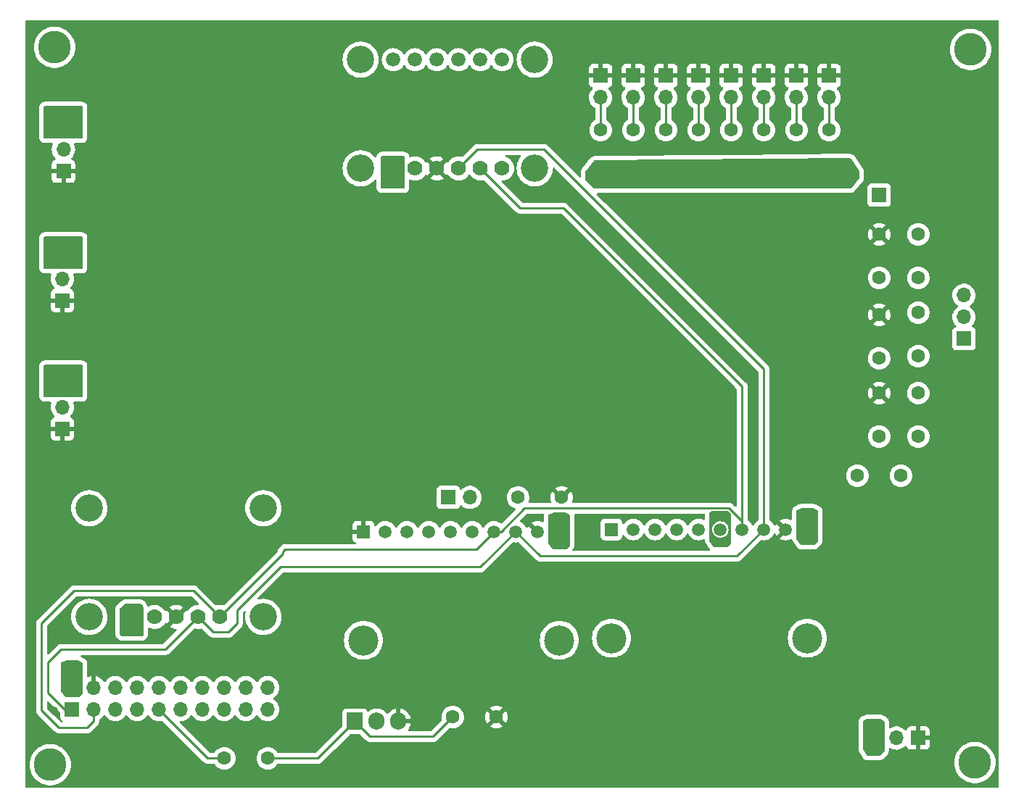
<source format=gbr>
%TF.GenerationSoftware,KiCad,Pcbnew,(6.0.0-0)*%
%TF.CreationDate,2022-10-28T11:21:16-04:00*%
%TF.ProjectId,PEC_Prognostic_Board,5045435f-5072-46f6-976e-6f737469635f,1.2*%
%TF.SameCoordinates,Original*%
%TF.FileFunction,Copper,L1,Top*%
%TF.FilePolarity,Positive*%
%FSLAX46Y46*%
G04 Gerber Fmt 4.6, Leading zero omitted, Abs format (unit mm)*
G04 Created by KiCad (PCBNEW (6.0.0-0)) date 2022-10-28 11:21:16*
%MOMM*%
%LPD*%
G01*
G04 APERTURE LIST*
%TA.AperFunction,ComponentPad*%
%ADD10R,1.700000X1.700000*%
%TD*%
%TA.AperFunction,ComponentPad*%
%ADD11O,1.700000X1.700000*%
%TD*%
%TA.AperFunction,ComponentPad*%
%ADD12C,1.700000*%
%TD*%
%TA.AperFunction,ComponentPad*%
%ADD13C,1.600000*%
%TD*%
%TA.AperFunction,ComponentPad*%
%ADD14C,1.778000*%
%TD*%
%TA.AperFunction,ComponentPad*%
%ADD15C,3.200000*%
%TD*%
%TA.AperFunction,ConnectorPad*%
%ADD16C,3.800000*%
%TD*%
%TA.AperFunction,ComponentPad*%
%ADD17C,2.600000*%
%TD*%
%TA.AperFunction,ComponentPad*%
%ADD18R,1.508000X1.508000*%
%TD*%
%TA.AperFunction,ComponentPad*%
%ADD19C,1.508000*%
%TD*%
%TA.AperFunction,ComponentPad*%
%ADD20C,3.516000*%
%TD*%
%TA.AperFunction,ComponentPad*%
%ADD21R,1.905000X2.000000*%
%TD*%
%TA.AperFunction,ComponentPad*%
%ADD22O,1.905000X2.000000*%
%TD*%
%TA.AperFunction,ComponentPad*%
%ADD23C,1.676400*%
%TD*%
%TA.AperFunction,ViaPad*%
%ADD24C,0.800000*%
%TD*%
%TA.AperFunction,Conductor*%
%ADD25C,0.250000*%
%TD*%
G04 APERTURE END LIST*
D10*
%TO.P,U9,1,GND*%
%TO.N,GND*%
X174218923Y-124379750D03*
D11*
%TO.P,U9,2,OUT*%
%TO.N,CUR0*%
X171678923Y-124379750D03*
D12*
%TO.P,U9,3,PWR*%
%TO.N,+5V*%
X169138923Y-124379750D03*
%TD*%
D13*
%TO.P,R1,1*%
%TO.N,+5V*%
X160020000Y-58415000D03*
%TO.P,R1,2*%
%TO.N,TM1+*%
X160020000Y-53335000D03*
%TD*%
D14*
%TO.P,U1,1,VIN*%
%TO.N,+5V*%
X82543000Y-110233000D03*
%TO.P,U1,2,3VO*%
%TO.N,unconnected-(U1-Pad2)*%
X85083000Y-110233000D03*
%TO.P,U1,3,GND*%
%TO.N,GND*%
X87623000Y-110233000D03*
%TO.P,U1,4,SCL*%
%TO.N,SCL_5V*%
X90163000Y-110233000D03*
%TO.P,U1,5,SDA*%
%TO.N,SDA_5V*%
X92703000Y-110233000D03*
D15*
%TO.P,U1,P$1*%
%TO.N,N/C*%
X77463000Y-97533000D03*
X97783000Y-110233000D03*
X97783000Y-97533000D03*
X77463000Y-110233000D03*
%TD*%
D10*
%TO.P,TH7,1*%
%TO.N,GND*%
X137160000Y-46990000D03*
D11*
%TO.P,TH7,2*%
%TO.N,TM7+*%
X137160000Y-49530000D03*
%TD*%
D10*
%TO.P,TH5,1*%
%TO.N,GND*%
X144780000Y-46990000D03*
D11*
%TO.P,TH5,2*%
%TO.N,TM5+*%
X144780000Y-49530000D03*
%TD*%
D16*
%TO.P,REF\u002A\u002A,1*%
%TO.N,N/C*%
X180848000Y-127254000D03*
D17*
X180848000Y-127254000D03*
%TD*%
D13*
%TO.P,R13,1*%
%TO.N,/VoltageReads/A2_IN*%
X169672000Y-89149000D03*
%TO.P,R13,2*%
%TO.N,GND*%
X169672000Y-84069000D03*
%TD*%
%TO.P,R23,1*%
%TO.N,FAN_DRIV*%
X93223000Y-126746000D03*
%TO.P,R23,2*%
%TO.N,Net-(Q1-Pad1)*%
X98303000Y-126746000D03*
%TD*%
D10*
%TO.P,TH6,1*%
%TO.N,GND*%
X140970000Y-46990000D03*
D11*
%TO.P,TH6,2*%
%TO.N,TM6+*%
X140970000Y-49530000D03*
%TD*%
D10*
%TO.P,J2,1,Pin_1*%
%TO.N,/VoltageReads/VREAD2*%
X179578000Y-77724000D03*
D11*
%TO.P,J2,2,Pin_2*%
%TO.N,/VoltageReads/VREAD1*%
X179578000Y-75184000D03*
%TO.P,J2,3,Pin_3*%
%TO.N,/VoltageReads/VREAD0*%
X179578000Y-72644000D03*
%TD*%
D18*
%TO.P,U4,1,A3*%
%TO.N,GND*%
X109474000Y-100266500D03*
D19*
%TO.P,U4,2,A2*%
%TO.N,/VoltageReads/A2_IN*%
X112014000Y-100266500D03*
%TO.P,U4,3,A1*%
%TO.N,/VoltageReads/A1_IN*%
X114554000Y-100266500D03*
%TO.P,U4,4,A0*%
%TO.N,/VoltageReads/A0_IN*%
X117094000Y-100266500D03*
%TO.P,U4,5,ALRT*%
%TO.N,unconnected-(U4-Pad5)*%
X119634000Y-100266500D03*
%TO.P,U4,6,ADDR*%
%TO.N,Net-(U4-Pad6)*%
X122174000Y-100266500D03*
%TO.P,U4,7,SDA*%
%TO.N,SDA_5V*%
X124714000Y-100266500D03*
%TO.P,U4,8,SCL*%
%TO.N,SCL_5V*%
X127254000Y-100266500D03*
%TO.P,U4,9,GND*%
%TO.N,GND*%
X129794000Y-100266500D03*
%TO.P,U4,10,VDD*%
%TO.N,+5V*%
X132334000Y-100266500D03*
D20*
%TO.P,U4,P1*%
%TO.N,N/C*%
X132334000Y-112966500D03*
%TO.P,U4,P2*%
X109474000Y-112966500D03*
%TD*%
D13*
%TO.P,R12,1*%
%TO.N,/VoltageReads/VREAD2*%
X174244000Y-84074000D03*
%TO.P,R12,2*%
%TO.N,/VoltageReads/A2_IN*%
X174244000Y-89154000D03*
%TD*%
%TO.P,R9,1*%
%TO.N,/VoltageReads/A0_IN*%
X169672000Y-70607000D03*
%TO.P,R9,2*%
%TO.N,GND*%
X169672000Y-65527000D03*
%TD*%
%TO.P,R2,1*%
%TO.N,+5V*%
X156210000Y-58415000D03*
%TO.P,R2,2*%
%TO.N,TM2+*%
X156210000Y-53335000D03*
%TD*%
D10*
%TO.P,J3,1,Pin_1*%
%TO.N,/Fan/FAN-*%
X119375000Y-96266000D03*
D11*
%TO.P,J3,2,Pin_2*%
%TO.N,+12V*%
X121915000Y-96266000D03*
%TD*%
D10*
%TO.P,U12,1,GND*%
%TO.N,GND*%
X74311267Y-88268923D03*
D11*
%TO.P,U12,2,OUT*%
%TO.N,CUR3*%
X74311267Y-85728923D03*
D12*
%TO.P,U12,3,PWR*%
%TO.N,+5V*%
X74311267Y-83188923D03*
%TD*%
D13*
%TO.P,R0,1*%
%TO.N,+5V*%
X163830000Y-58415000D03*
%TO.P,R0,2*%
%TO.N,TM0+*%
X163830000Y-53335000D03*
%TD*%
D16*
%TO.P,REF\u002A\u002A,1*%
%TO.N,N/C*%
X73406000Y-43688000D03*
D17*
X73406000Y-43688000D03*
%TD*%
D13*
%TO.P,R8,1*%
%TO.N,/VoltageReads/VREAD0*%
X174244000Y-65532000D03*
%TO.P,R8,2*%
%TO.N,/VoltageReads/A0_IN*%
X174244000Y-70612000D03*
%TD*%
%TO.P,R10,1*%
%TO.N,/VoltageReads/VREAD1*%
X174244000Y-74681000D03*
%TO.P,R10,2*%
%TO.N,/VoltageReads/A1_IN*%
X174244000Y-79761000D03*
%TD*%
D10*
%TO.P,U11,1,GND*%
%TO.N,GND*%
X74311267Y-73268923D03*
D11*
%TO.P,U11,2,OUT*%
%TO.N,CUR2*%
X74311267Y-70728923D03*
D12*
%TO.P,U11,3,PWR*%
%TO.N,+5V*%
X74311267Y-68188923D03*
%TD*%
D13*
%TO.P,R3,1*%
%TO.N,+5V*%
X152400000Y-58415000D03*
%TO.P,R3,2*%
%TO.N,TM3+*%
X152400000Y-53335000D03*
%TD*%
D10*
%TO.P,TH0,1*%
%TO.N,GND*%
X163830000Y-46990000D03*
D11*
%TO.P,TH0,2*%
%TO.N,TM0+*%
X163830000Y-49530000D03*
%TD*%
D10*
%TO.P,TH4,1*%
%TO.N,GND*%
X148590000Y-46990000D03*
D11*
%TO.P,TH4,2*%
%TO.N,TM4+*%
X148590000Y-49530000D03*
%TD*%
D10*
%TO.P,U10,1,GND*%
%TO.N,GND*%
X74444250Y-58165647D03*
D11*
%TO.P,U10,2,OUT*%
%TO.N,CUR1*%
X74444250Y-55625647D03*
D12*
%TO.P,U10,3,PWR*%
%TO.N,+5V*%
X74444250Y-53085647D03*
%TD*%
D21*
%TO.P,Q1,1,G*%
%TO.N,Net-(Q1-Pad1)*%
X108458000Y-122428000D03*
D22*
%TO.P,Q1,2,D*%
%TO.N,/Fan/FAN-*%
X110998000Y-122428000D03*
%TO.P,Q1,3,S*%
%TO.N,GND*%
X113538000Y-122428000D03*
%TD*%
D13*
%TO.P,R22,1*%
%TO.N,Net-(U4-Pad6)*%
X127513000Y-96266000D03*
%TO.P,R22,2*%
%TO.N,GND*%
X132593000Y-96266000D03*
%TD*%
%TO.P,R21,1*%
%TO.N,+5V*%
X172212000Y-93726000D03*
%TO.P,R21,2*%
%TO.N,Net-(U3-Pad6)*%
X167132000Y-93726000D03*
%TD*%
D17*
%TO.P,REF\u002A\u002A,1*%
%TO.N,N/C*%
X72898000Y-127508000D03*
D16*
X72898000Y-127508000D03*
%TD*%
D10*
%TO.P,TH3,1*%
%TO.N,GND*%
X152400000Y-46990000D03*
D11*
%TO.P,TH3,2*%
%TO.N,TM3+*%
X152400000Y-49530000D03*
%TD*%
D17*
%TO.P,REF\u002A\u002A,1*%
%TO.N,N/C*%
X180340000Y-43942000D03*
D16*
X180340000Y-43942000D03*
%TD*%
D10*
%TO.P,J1,1,Pin_1*%
%TO.N,SCL_5V*%
X75420000Y-121040000D03*
D11*
%TO.P,J1,2,Pin_2*%
%TO.N,+5V*%
X75420000Y-118500000D03*
%TO.P,J1,3,Pin_3*%
%TO.N,SDA_5V*%
X77960000Y-121040000D03*
%TO.P,J1,4,Pin_4*%
%TO.N,GND*%
X77960000Y-118500000D03*
%TO.P,J1,5,Pin_5*%
%TO.N,unconnected-(J1-Pad5)*%
X80500000Y-121040000D03*
%TO.P,J1,6,Pin_6*%
%TO.N,TM7+*%
X80500000Y-118500000D03*
%TO.P,J1,7,Pin_7*%
%TO.N,unconnected-(J1-Pad7)*%
X83040000Y-121040000D03*
%TO.P,J1,8,Pin_8*%
%TO.N,TM6+*%
X83040000Y-118500000D03*
%TO.P,J1,9,Pin_9*%
%TO.N,FAN_DRIV*%
X85580000Y-121040000D03*
%TO.P,J1,10,Pin_10*%
%TO.N,TM5+*%
X85580000Y-118500000D03*
%TO.P,J1,11,Pin_11*%
%TO.N,IMU_INT*%
X88120000Y-121040000D03*
%TO.P,J1,12,Pin_12*%
%TO.N,TM4+*%
X88120000Y-118500000D03*
%TO.P,J1,13,Pin_13*%
%TO.N,CUR3*%
X90660000Y-121040000D03*
%TO.P,J1,14,Pin_14*%
%TO.N,TM3+*%
X90660000Y-118500000D03*
%TO.P,J1,15,Pin_15*%
%TO.N,CUR2*%
X93200000Y-121040000D03*
%TO.P,J1,16,Pin_16*%
%TO.N,TM2+*%
X93200000Y-118500000D03*
%TO.P,J1,17,Pin_17*%
%TO.N,CUR1*%
X95740000Y-121040000D03*
%TO.P,J1,18,Pin_18*%
%TO.N,TM1+*%
X95740000Y-118500000D03*
%TO.P,J1,19,Pin_19*%
%TO.N,CUR0*%
X98280000Y-121040000D03*
%TO.P,J1,20,Pin_20*%
%TO.N,TM0+*%
X98280000Y-118500000D03*
%TD*%
D10*
%TO.P,TH1,1*%
%TO.N,GND*%
X160020000Y-46990000D03*
D11*
%TO.P,TH1,2*%
%TO.N,TM1+*%
X160020000Y-49530000D03*
%TD*%
D18*
%TO.P,U3,1,A3*%
%TO.N,+12V*%
X138430000Y-100012500D03*
D19*
%TO.P,U3,2,A2*%
%TO.N,/VoltageReads/A0_IN*%
X140970000Y-100012500D03*
%TO.P,U3,3,A1*%
%TO.N,/VoltageReads/A1_IN*%
X143510000Y-100012500D03*
%TO.P,U3,4,A0*%
%TO.N,/VoltageReads/A2_IN*%
X146050000Y-100012500D03*
%TO.P,U3,5,ALRT*%
%TO.N,unconnected-(U3-Pad5)*%
X148590000Y-100012500D03*
%TO.P,U3,6,ADDR*%
%TO.N,Net-(U3-Pad6)*%
X151130000Y-100012500D03*
%TO.P,U3,7,SDA*%
%TO.N,SDA_5V*%
X153670000Y-100012500D03*
%TO.P,U3,8,SCL*%
%TO.N,SCL_5V*%
X156210000Y-100012500D03*
%TO.P,U3,9,GND*%
%TO.N,GND*%
X158750000Y-100012500D03*
%TO.P,U3,10,VDD*%
%TO.N,+5V*%
X161290000Y-100012500D03*
D20*
%TO.P,U3,P1*%
%TO.N,N/C*%
X161290000Y-112712500D03*
%TO.P,U3,P2*%
X138430000Y-112712500D03*
%TD*%
D14*
%TO.P,U2,0,VIN*%
%TO.N,+5V*%
X112953000Y-57828000D03*
%TO.P,U2,1,3VO*%
%TO.N,unconnected-(U2-Pad1)*%
X115493000Y-57828000D03*
%TO.P,U2,2,GND*%
%TO.N,GND*%
X118033000Y-57828000D03*
%TO.P,U2,3,SCL*%
%TO.N,SCL_5V*%
X120573000Y-57828000D03*
%TO.P,U2,4,SDA*%
%TO.N,SDA_5V*%
X123113000Y-57828000D03*
%TO.P,U2,5,INT*%
%TO.N,IMU_INT*%
X125653000Y-57828000D03*
D23*
%TO.P,U2,6*%
%TO.N,N/C*%
X112953000Y-45128000D03*
%TO.P,U2,7*%
X115493000Y-45128000D03*
%TO.P,U2,8*%
X118033000Y-45128000D03*
%TO.P,U2,9*%
X120573000Y-45128000D03*
%TO.P,U2,10*%
X123113000Y-45128000D03*
%TO.P,U2,11*%
X125653000Y-45128000D03*
D15*
%TO.P,U2,P$1*%
X129463000Y-57828000D03*
X109143000Y-45128000D03*
X129463000Y-45128000D03*
X109143000Y-57828000D03*
%TD*%
D10*
%TO.P,TH2,1*%
%TO.N,GND*%
X156210000Y-46990000D03*
D11*
%TO.P,TH2,2*%
%TO.N,TM2+*%
X156210000Y-49530000D03*
%TD*%
D13*
%TO.P,R20,1*%
%TO.N,Net-(Q1-Pad1)*%
X119893000Y-121920000D03*
%TO.P,R20,2*%
%TO.N,GND*%
X124973000Y-121920000D03*
%TD*%
%TO.P,R5,1*%
%TO.N,+5V*%
X144780000Y-58415000D03*
%TO.P,R5,2*%
%TO.N,TM5+*%
X144780000Y-53335000D03*
%TD*%
%TO.P,R4,1*%
%TO.N,+5V*%
X148590000Y-58415000D03*
%TO.P,R4,2*%
%TO.N,TM4+*%
X148590000Y-53335000D03*
%TD*%
%TO.P,R6,1*%
%TO.N,+5V*%
X140970000Y-58415000D03*
%TO.P,R6,2*%
%TO.N,TM6+*%
X140970000Y-53335000D03*
%TD*%
%TO.P,R11,1*%
%TO.N,/VoltageReads/A1_IN*%
X169672000Y-80005000D03*
%TO.P,R11,2*%
%TO.N,GND*%
X169672000Y-74925000D03*
%TD*%
D10*
%TO.P,J4,1,Pin_1*%
%TO.N,+12V*%
X169672000Y-60960000D03*
%TD*%
D13*
%TO.P,R7,1*%
%TO.N,+5V*%
X137160000Y-58420000D03*
%TO.P,R7,2*%
%TO.N,TM7+*%
X137160000Y-53340000D03*
%TD*%
D24*
%TO.N,+5V*%
X159258000Y-59690000D03*
X151130000Y-98298000D03*
X75946000Y-83058000D03*
X132334000Y-98552000D03*
X75438000Y-116078000D03*
X154686000Y-59182000D03*
X113030000Y-59436000D03*
X75946000Y-68326000D03*
X168402000Y-123190000D03*
X161290000Y-98298000D03*
X82550000Y-112014000D03*
X144018000Y-59690000D03*
X75438000Y-52324000D03*
X138684000Y-58928000D03*
X166116000Y-58674000D03*
%TO.N,GND*%
X154940000Y-88900000D03*
X148590000Y-76200000D03*
X73406000Y-121158000D03*
X144780000Y-95504000D03*
X133096000Y-106934000D03*
X75692000Y-112268000D03*
X137668000Y-102108000D03*
X116332000Y-106934000D03*
X144018000Y-71882000D03*
X147320000Y-102108000D03*
X129794000Y-60960000D03*
X119380000Y-108204000D03*
X154940000Y-95758000D03*
%TD*%
D25*
%TO.N,SCL_5V*%
X72644000Y-115570000D02*
X72644000Y-119126000D01*
X123126500Y-104394000D02*
X99822000Y-104394000D01*
X91944000Y-112014000D02*
X90163000Y-110233000D01*
X99822000Y-104394000D02*
X94742000Y-109474000D01*
X127254000Y-100266500D02*
X123126500Y-104394000D01*
X120573000Y-57828000D02*
X122775000Y-55626000D01*
X74168000Y-114046000D02*
X72644000Y-115570000D01*
X122775000Y-55626000D02*
X130556000Y-55626000D01*
X86350000Y-114046000D02*
X74168000Y-114046000D01*
X94742000Y-109474000D02*
X94742000Y-110998000D01*
X130556000Y-55626000D02*
X156210000Y-81280000D01*
X74558000Y-121040000D02*
X75420000Y-121040000D01*
X127254000Y-100266500D02*
X130111500Y-103124000D01*
X130111500Y-103124000D02*
X153098500Y-103124000D01*
X93726000Y-112014000D02*
X91944000Y-112014000D01*
X156210000Y-81280000D02*
X156210000Y-100012500D01*
X153098500Y-103124000D02*
X156210000Y-100012500D01*
X72644000Y-119126000D02*
X74558000Y-121040000D01*
X94742000Y-110998000D02*
X93726000Y-112014000D01*
X90163000Y-110233000D02*
X86350000Y-114046000D01*
%TO.N,SDA_5V*%
X89658000Y-107188000D02*
X75692000Y-107188000D01*
X77216000Y-123190000D02*
X77978000Y-122428000D01*
X92703000Y-110233000D02*
X89658000Y-107188000D01*
X71882000Y-110998000D02*
X71882000Y-121158000D01*
X100076000Y-102616000D02*
X100076000Y-102860000D01*
X152146000Y-97536000D02*
X153670000Y-99060000D01*
X132842000Y-62484000D02*
X153670000Y-83312000D01*
X153670000Y-83312000D02*
X153670000Y-100012500D01*
X153670000Y-99060000D02*
X153670000Y-100012500D01*
X122682000Y-102298500D02*
X124714000Y-100266500D01*
X128270000Y-97536000D02*
X152146000Y-97536000D01*
X77960000Y-122410000D02*
X77960000Y-121040000D01*
X127769000Y-62484000D02*
X132842000Y-62484000D01*
X77978000Y-122428000D02*
X77960000Y-122410000D01*
X124714000Y-100266500D02*
X125539500Y-100266500D01*
X75692000Y-107188000D02*
X71882000Y-110998000D01*
X125539500Y-100266500D02*
X128270000Y-97536000D01*
X73914000Y-123190000D02*
X77216000Y-123190000D01*
X100076000Y-102616000D02*
X100330000Y-102362000D01*
X100330000Y-102362000D02*
X122682000Y-102362000D01*
X123113000Y-57828000D02*
X127769000Y-62484000D01*
X71882000Y-121158000D02*
X73914000Y-123190000D01*
X100076000Y-102860000D02*
X92703000Y-110233000D01*
X122682000Y-102362000D02*
X122682000Y-102298500D01*
%TO.N,TM0+*%
X163830000Y-53335000D02*
X163830000Y-49530000D01*
%TO.N,TM1+*%
X160020000Y-53335000D02*
X160020000Y-49530000D01*
%TO.N,FAN_DRIV*%
X91286000Y-126746000D02*
X85580000Y-121040000D01*
X93223000Y-126746000D02*
X91286000Y-126746000D01*
%TO.N,TM2+*%
X156210000Y-53335000D02*
X156210000Y-49530000D01*
%TO.N,TM3+*%
X152400000Y-53335000D02*
X152400000Y-49530000D01*
%TO.N,TM4+*%
X148590000Y-53335000D02*
X148590000Y-49530000D01*
%TO.N,TM5+*%
X144780000Y-53335000D02*
X144780000Y-49530000D01*
%TO.N,TM6+*%
X140970000Y-53335000D02*
X140970000Y-49530000D01*
%TO.N,TM7+*%
X137160000Y-53340000D02*
X137160000Y-49530000D01*
%TO.N,Net-(Q1-Pad1)*%
X104140000Y-126746000D02*
X108458000Y-122428000D01*
X110236000Y-124206000D02*
X108458000Y-122428000D01*
X98303000Y-126746000D02*
X104140000Y-126746000D01*
X117607000Y-124206000D02*
X110236000Y-124206000D01*
X119893000Y-121920000D02*
X117607000Y-124206000D01*
%TD*%
%TA.AperFunction,Conductor*%
%TO.N,+5V*%
G36*
X162078604Y-97549302D02*
G01*
X162490349Y-97755175D01*
X162542333Y-97803530D01*
X162560000Y-97867873D01*
X162560000Y-101293810D01*
X162539998Y-101361931D01*
X162523095Y-101382905D01*
X162088905Y-101817095D01*
X162026593Y-101851121D01*
X161999810Y-101854000D01*
X160595433Y-101854000D01*
X160527312Y-101833998D01*
X160490595Y-101797892D01*
X160041162Y-101123743D01*
X160020000Y-101053851D01*
X160020000Y-97867873D01*
X160040002Y-97799752D01*
X160089651Y-97755175D01*
X160501396Y-97549302D01*
X160557745Y-97536000D01*
X162022255Y-97536000D01*
X162078604Y-97549302D01*
G37*
%TD.AperFunction*%
%TD*%
%TA.AperFunction,Conductor*%
%TO.N,+5V*%
G36*
X76226604Y-115329302D02*
G01*
X76638349Y-115535175D01*
X76690333Y-115583530D01*
X76708000Y-115647873D01*
X76708000Y-119073810D01*
X76687998Y-119141931D01*
X76671095Y-119162905D01*
X76236905Y-119597095D01*
X76174593Y-119631121D01*
X76147810Y-119634000D01*
X74743433Y-119634000D01*
X74675312Y-119613998D01*
X74638595Y-119577892D01*
X74189162Y-118903743D01*
X74168000Y-118833851D01*
X74168000Y-115647873D01*
X74188002Y-115579752D01*
X74237651Y-115535175D01*
X74649396Y-115329302D01*
X74705745Y-115316000D01*
X76170255Y-115316000D01*
X76226604Y-115329302D01*
G37*
%TD.AperFunction*%
%TD*%
%TA.AperFunction,Conductor*%
%TO.N,+5V*%
G36*
X76650121Y-65806002D02*
G01*
X76696614Y-65859658D01*
X76708000Y-65912000D01*
X76708000Y-69470000D01*
X76687998Y-69538121D01*
X76634342Y-69584614D01*
X76582000Y-69596000D01*
X72262000Y-69596000D01*
X72193879Y-69575998D01*
X72147386Y-69522342D01*
X72136000Y-69470000D01*
X72136000Y-65912000D01*
X72156002Y-65843879D01*
X72209658Y-65797386D01*
X72262000Y-65786000D01*
X76582000Y-65786000D01*
X76650121Y-65806002D01*
G37*
%TD.AperFunction*%
%TD*%
%TA.AperFunction,Conductor*%
%TO.N,+5V*%
G36*
X114242121Y-56408002D02*
G01*
X114288614Y-56461658D01*
X114300000Y-56514000D01*
X114300000Y-60072000D01*
X114279998Y-60140121D01*
X114226342Y-60186614D01*
X114174000Y-60198000D01*
X111632000Y-60198000D01*
X111563879Y-60177998D01*
X111517386Y-60124342D01*
X111506000Y-60072000D01*
X111506000Y-56514000D01*
X111526002Y-56445879D01*
X111579658Y-56399386D01*
X111632000Y-56388000D01*
X114174000Y-56388000D01*
X114242121Y-56408002D01*
G37*
%TD.AperFunction*%
%TD*%
%TA.AperFunction,Conductor*%
%TO.N,+5V*%
G36*
X133122604Y-98057302D02*
G01*
X133534349Y-98263175D01*
X133586333Y-98311530D01*
X133604000Y-98375873D01*
X133604000Y-101801810D01*
X133583998Y-101869931D01*
X133567095Y-101890905D01*
X133132905Y-102325095D01*
X133070593Y-102359121D01*
X133043810Y-102362000D01*
X131639433Y-102362000D01*
X131571312Y-102341998D01*
X131534595Y-102305892D01*
X131085162Y-101631743D01*
X131064000Y-101561851D01*
X131064000Y-98375873D01*
X131084002Y-98307752D01*
X131133651Y-98263175D01*
X131545396Y-98057302D01*
X131601745Y-98044000D01*
X133066255Y-98044000D01*
X133122604Y-98057302D01*
G37*
%TD.AperFunction*%
%TD*%
%TA.AperFunction,Conductor*%
%TO.N,+5V*%
G36*
X169811475Y-122153388D02*
G01*
X170223220Y-122359261D01*
X170275204Y-122407616D01*
X170292871Y-122471959D01*
X170292871Y-125897896D01*
X170272869Y-125966017D01*
X170255966Y-125986991D01*
X169821776Y-126421181D01*
X169759464Y-126455207D01*
X169732681Y-126458086D01*
X168328304Y-126458086D01*
X168260183Y-126438084D01*
X168223466Y-126401978D01*
X167774033Y-125727829D01*
X167752871Y-125657937D01*
X167752871Y-122471959D01*
X167772873Y-122403838D01*
X167822522Y-122359261D01*
X168234267Y-122153388D01*
X168290616Y-122140086D01*
X169755126Y-122140086D01*
X169811475Y-122153388D01*
G37*
%TD.AperFunction*%
%TD*%
%TA.AperFunction,Conductor*%
%TO.N,+5V*%
G36*
X83556248Y-108732002D02*
G01*
X83600825Y-108781651D01*
X83806698Y-109193396D01*
X83820000Y-109249745D01*
X83820000Y-112215810D01*
X83799998Y-112283931D01*
X83783095Y-112304905D01*
X83602905Y-112485095D01*
X83540593Y-112519121D01*
X83513810Y-112522000D01*
X81332190Y-112522000D01*
X81264069Y-112501998D01*
X81243095Y-112485095D01*
X81062905Y-112304905D01*
X81028879Y-112242593D01*
X81026000Y-112215810D01*
X81026000Y-109272190D01*
X81046002Y-109204069D01*
X81062905Y-109183095D01*
X81497095Y-108748905D01*
X81559407Y-108714879D01*
X81586190Y-108712000D01*
X83488127Y-108712000D01*
X83556248Y-108732002D01*
G37*
%TD.AperFunction*%
%TD*%
%TA.AperFunction,Conductor*%
%TO.N,+5V*%
G36*
X152027105Y-97881502D02*
G01*
X152048079Y-97898405D01*
X152363095Y-98213421D01*
X152397121Y-98275733D01*
X152400000Y-98302516D01*
X152400000Y-101547810D01*
X152379998Y-101615931D01*
X152363095Y-101636905D01*
X151928905Y-102071095D01*
X151866593Y-102105121D01*
X151839810Y-102108000D01*
X150435433Y-102108000D01*
X150367312Y-102087998D01*
X150330595Y-102051892D01*
X149881162Y-101377743D01*
X149860000Y-101307851D01*
X149860000Y-99999109D01*
X150170975Y-99999109D01*
X150186639Y-100185639D01*
X150238235Y-100365575D01*
X150323797Y-100532062D01*
X150327620Y-100536886D01*
X150327623Y-100536890D01*
X150350194Y-100565367D01*
X150440068Y-100678759D01*
X150582618Y-100800079D01*
X150587996Y-100803085D01*
X150587998Y-100803086D01*
X150622396Y-100822310D01*
X150746018Y-100891400D01*
X150924043Y-100949244D01*
X151109914Y-100971408D01*
X151116049Y-100970936D01*
X151116051Y-100970936D01*
X151290408Y-100957520D01*
X151290413Y-100957519D01*
X151296549Y-100957047D01*
X151302479Y-100955391D01*
X151302481Y-100955391D01*
X151470913Y-100908364D01*
X151470912Y-100908364D01*
X151476841Y-100906709D01*
X151507148Y-100891400D01*
X151555774Y-100866837D01*
X151643921Y-100822310D01*
X151672376Y-100800079D01*
X151786571Y-100710860D01*
X151786572Y-100710860D01*
X151791427Y-100707066D01*
X151913738Y-100565367D01*
X152006198Y-100402608D01*
X152065283Y-100224991D01*
X152088744Y-100039280D01*
X152089118Y-100012500D01*
X152070852Y-99826206D01*
X152016749Y-99647009D01*
X151928870Y-99481732D01*
X151924980Y-99476962D01*
X151924977Y-99476958D01*
X151814457Y-99341448D01*
X151814454Y-99341445D01*
X151810562Y-99336673D01*
X151666332Y-99217355D01*
X151501673Y-99128324D01*
X151412265Y-99100648D01*
X151328744Y-99074794D01*
X151328741Y-99074793D01*
X151322857Y-99072972D01*
X151316732Y-99072328D01*
X151316731Y-99072328D01*
X151142824Y-99054049D01*
X151142823Y-99054049D01*
X151136696Y-99053405D01*
X151060143Y-99060372D01*
X150956418Y-99069812D01*
X150956415Y-99069813D01*
X150950279Y-99070371D01*
X150944373Y-99072109D01*
X150944369Y-99072110D01*
X150809075Y-99111929D01*
X150770708Y-99123221D01*
X150604822Y-99209944D01*
X150600022Y-99213804D01*
X150600021Y-99213804D01*
X150590718Y-99221284D01*
X150458940Y-99327236D01*
X150338619Y-99470630D01*
X150335655Y-99476022D01*
X150335652Y-99476026D01*
X150261455Y-99610991D01*
X150248441Y-99634663D01*
X150246580Y-99640530D01*
X150246579Y-99640532D01*
X150242653Y-99652909D01*
X150191841Y-99813088D01*
X150170975Y-99999109D01*
X149860000Y-99999109D01*
X149860000Y-98121873D01*
X149880002Y-98053752D01*
X149929651Y-98009175D01*
X150198396Y-97874802D01*
X150254745Y-97861500D01*
X151958984Y-97861500D01*
X152027105Y-97881502D01*
G37*
%TD.AperFunction*%
%TD*%
%TA.AperFunction,Conductor*%
%TO.N,+5V*%
G36*
X76650121Y-80792002D02*
G01*
X76696614Y-80845658D01*
X76708000Y-80898000D01*
X76708000Y-84456000D01*
X76687998Y-84524121D01*
X76634342Y-84570614D01*
X76582000Y-84582000D01*
X72262000Y-84582000D01*
X72193879Y-84561998D01*
X72147386Y-84508342D01*
X72136000Y-84456000D01*
X72136000Y-80898000D01*
X72156002Y-80829879D01*
X72209658Y-80783386D01*
X72262000Y-80772000D01*
X76582000Y-80772000D01*
X76650121Y-80792002D01*
G37*
%TD.AperFunction*%
%TD*%
%TA.AperFunction,Conductor*%
%TO.N,GND*%
G36*
X183584121Y-40528002D02*
G01*
X183630614Y-40581658D01*
X183642000Y-40634000D01*
X183642000Y-130056000D01*
X183621998Y-130124121D01*
X183568342Y-130170614D01*
X183516000Y-130182000D01*
X70134000Y-130182000D01*
X70065879Y-130161998D01*
X70019386Y-130108342D01*
X70008000Y-130056000D01*
X70008000Y-127508000D01*
X70484738Y-127508000D01*
X70503767Y-127810462D01*
X70560555Y-128108154D01*
X70654206Y-128396381D01*
X70783242Y-128670598D01*
X70945630Y-128926480D01*
X71138808Y-129159992D01*
X71359729Y-129367450D01*
X71604910Y-129545584D01*
X71608379Y-129547491D01*
X71608382Y-129547493D01*
X71749390Y-129625013D01*
X71870483Y-129691585D01*
X71874152Y-129693038D01*
X71874157Y-129693040D01*
X72148591Y-129801696D01*
X72152261Y-129803149D01*
X72445800Y-129878516D01*
X72746470Y-129916500D01*
X73049530Y-129916500D01*
X73350200Y-129878516D01*
X73643739Y-129803149D01*
X73647409Y-129801696D01*
X73921843Y-129693040D01*
X73921848Y-129693038D01*
X73925517Y-129691585D01*
X74046610Y-129625013D01*
X74187618Y-129547493D01*
X74187621Y-129547491D01*
X74191090Y-129545584D01*
X74436271Y-129367450D01*
X74657192Y-129159992D01*
X74850370Y-128926480D01*
X75012758Y-128670598D01*
X75141794Y-128396381D01*
X75235445Y-128108154D01*
X75292233Y-127810462D01*
X75311262Y-127508000D01*
X75292233Y-127205538D01*
X75235445Y-126907846D01*
X75141794Y-126619619D01*
X75012758Y-126345402D01*
X74850370Y-126089520D01*
X74838851Y-126075595D01*
X74780807Y-126005433D01*
X74657192Y-125856008D01*
X74436271Y-125648550D01*
X74191090Y-125470416D01*
X74161014Y-125453881D01*
X73928986Y-125326322D01*
X73928985Y-125326321D01*
X73925517Y-125324415D01*
X73921848Y-125322962D01*
X73921843Y-125322960D01*
X73647409Y-125214304D01*
X73647408Y-125214304D01*
X73643739Y-125212851D01*
X73350200Y-125137484D01*
X73049530Y-125099500D01*
X72746470Y-125099500D01*
X72445800Y-125137484D01*
X72152261Y-125212851D01*
X72148592Y-125214304D01*
X72148591Y-125214304D01*
X71874157Y-125322960D01*
X71874152Y-125322962D01*
X71870483Y-125324415D01*
X71867015Y-125326321D01*
X71867014Y-125326322D01*
X71634987Y-125453881D01*
X71604910Y-125470416D01*
X71359729Y-125648550D01*
X71138808Y-125856008D01*
X71015193Y-126005433D01*
X70957150Y-126075595D01*
X70945630Y-126089520D01*
X70783242Y-126345402D01*
X70654206Y-126619619D01*
X70560555Y-126907846D01*
X70503767Y-127205538D01*
X70484738Y-127508000D01*
X70008000Y-127508000D01*
X70008000Y-110977943D01*
X71243780Y-110977943D01*
X71244526Y-110985835D01*
X71247941Y-111021961D01*
X71248500Y-111033819D01*
X71248500Y-121079233D01*
X71247973Y-121090416D01*
X71246298Y-121097909D01*
X71246547Y-121105835D01*
X71246547Y-121105836D01*
X71248438Y-121165986D01*
X71248500Y-121169945D01*
X71248500Y-121197856D01*
X71248997Y-121201790D01*
X71248997Y-121201791D01*
X71249005Y-121201856D01*
X71249938Y-121213693D01*
X71251327Y-121257889D01*
X71253779Y-121266328D01*
X71256978Y-121277339D01*
X71260987Y-121296700D01*
X71263526Y-121316797D01*
X71266445Y-121324168D01*
X71266445Y-121324170D01*
X71279804Y-121357912D01*
X71283649Y-121369142D01*
X71293340Y-121402500D01*
X71295982Y-121411593D01*
X71300015Y-121418412D01*
X71300017Y-121418417D01*
X71306293Y-121429028D01*
X71314988Y-121446776D01*
X71322448Y-121465617D01*
X71327110Y-121472033D01*
X71327110Y-121472034D01*
X71348436Y-121501387D01*
X71354952Y-121511307D01*
X71372134Y-121540359D01*
X71377458Y-121549362D01*
X71391779Y-121563683D01*
X71404619Y-121578716D01*
X71416528Y-121595107D01*
X71422634Y-121600158D01*
X71450605Y-121623298D01*
X71459384Y-121631288D01*
X73410348Y-123582253D01*
X73417888Y-123590539D01*
X73422000Y-123597018D01*
X73427777Y-123602443D01*
X73471651Y-123643643D01*
X73474493Y-123646398D01*
X73494230Y-123666135D01*
X73497427Y-123668615D01*
X73506447Y-123676318D01*
X73538679Y-123706586D01*
X73545625Y-123710405D01*
X73545628Y-123710407D01*
X73556434Y-123716348D01*
X73572953Y-123727199D01*
X73588959Y-123739614D01*
X73596228Y-123742759D01*
X73596232Y-123742762D01*
X73629537Y-123757174D01*
X73640187Y-123762391D01*
X73678940Y-123783695D01*
X73686615Y-123785666D01*
X73686616Y-123785666D01*
X73698562Y-123788733D01*
X73717267Y-123795137D01*
X73735855Y-123803181D01*
X73743678Y-123804420D01*
X73743688Y-123804423D01*
X73779524Y-123810099D01*
X73791144Y-123812505D01*
X73822959Y-123820673D01*
X73833970Y-123823500D01*
X73854224Y-123823500D01*
X73873934Y-123825051D01*
X73893943Y-123828220D01*
X73901835Y-123827474D01*
X73920580Y-123825702D01*
X73937962Y-123824059D01*
X73949819Y-123823500D01*
X77137233Y-123823500D01*
X77148416Y-123824027D01*
X77155909Y-123825702D01*
X77163835Y-123825453D01*
X77163836Y-123825453D01*
X77223986Y-123823562D01*
X77227945Y-123823500D01*
X77255856Y-123823500D01*
X77259791Y-123823003D01*
X77259856Y-123822995D01*
X77271693Y-123822062D01*
X77303951Y-123821048D01*
X77307970Y-123820922D01*
X77315889Y-123820673D01*
X77335343Y-123815021D01*
X77354700Y-123811013D01*
X77366930Y-123809468D01*
X77366931Y-123809468D01*
X77374797Y-123808474D01*
X77382168Y-123805555D01*
X77382170Y-123805555D01*
X77415912Y-123792196D01*
X77427142Y-123788351D01*
X77461983Y-123778229D01*
X77461984Y-123778229D01*
X77469593Y-123776018D01*
X77476412Y-123771985D01*
X77476417Y-123771983D01*
X77487028Y-123765707D01*
X77504776Y-123757012D01*
X77523617Y-123749552D01*
X77559387Y-123723564D01*
X77569307Y-123717048D01*
X77600535Y-123698580D01*
X77600538Y-123698578D01*
X77607362Y-123694542D01*
X77621683Y-123680221D01*
X77636717Y-123667380D01*
X77646693Y-123660132D01*
X77653107Y-123655472D01*
X77681288Y-123621407D01*
X77689278Y-123612627D01*
X78375188Y-122926717D01*
X78393465Y-122911597D01*
X78400271Y-122906972D01*
X78437411Y-122864845D01*
X78442830Y-122859075D01*
X78454135Y-122847770D01*
X78463943Y-122835126D01*
X78468988Y-122829028D01*
X78500878Y-122792856D01*
X78500878Y-122792855D01*
X78506120Y-122786910D01*
X78509720Y-122779845D01*
X78509860Y-122779571D01*
X78522566Y-122759550D01*
X78522752Y-122759310D01*
X78522754Y-122759306D01*
X78527614Y-122753041D01*
X78549912Y-122701513D01*
X78553282Y-122694352D01*
X78575184Y-122651366D01*
X78575185Y-122651364D01*
X78578786Y-122644296D01*
X78580585Y-122636248D01*
X78587909Y-122613707D01*
X78591181Y-122606145D01*
X78599500Y-122553621D01*
X78599967Y-122550674D01*
X78601450Y-122542901D01*
X78613702Y-122488091D01*
X78613443Y-122479857D01*
X78614933Y-122456186D01*
X78614980Y-122455890D01*
X78614980Y-122455885D01*
X78616220Y-122448057D01*
X78614083Y-122425450D01*
X78610936Y-122392153D01*
X78610439Y-122384255D01*
X78608923Y-122336033D01*
X78608674Y-122328112D01*
X78608805Y-122328108D01*
X78617391Y-122261650D01*
X78659574Y-122209769D01*
X78663771Y-122206775D01*
X78839860Y-122081173D01*
X78892158Y-122029058D01*
X78983616Y-121937918D01*
X78998096Y-121923489D01*
X79009616Y-121907458D01*
X79128453Y-121742077D01*
X79129776Y-121743028D01*
X79176645Y-121699857D01*
X79246580Y-121687625D01*
X79312026Y-121715144D01*
X79339875Y-121746994D01*
X79399987Y-121845088D01*
X79546250Y-122013938D01*
X79622846Y-122077529D01*
X79707575Y-122147872D01*
X79718126Y-122156632D01*
X79911000Y-122269338D01*
X79915825Y-122271180D01*
X79915826Y-122271181D01*
X79968376Y-122291248D01*
X80119692Y-122349030D01*
X80124760Y-122350061D01*
X80124763Y-122350062D01*
X80192942Y-122363933D01*
X80338597Y-122393567D01*
X80343772Y-122393757D01*
X80343774Y-122393757D01*
X80556673Y-122401564D01*
X80556677Y-122401564D01*
X80561837Y-122401753D01*
X80566957Y-122401097D01*
X80566959Y-122401097D01*
X80778288Y-122374025D01*
X80778289Y-122374025D01*
X80783416Y-122373368D01*
X80792432Y-122370663D01*
X80992429Y-122310661D01*
X80992434Y-122310659D01*
X80997384Y-122309174D01*
X81197994Y-122210896D01*
X81379860Y-122081173D01*
X81432158Y-122029058D01*
X81523616Y-121937918D01*
X81538096Y-121923489D01*
X81549616Y-121907458D01*
X81668453Y-121742077D01*
X81669776Y-121743028D01*
X81716645Y-121699857D01*
X81786580Y-121687625D01*
X81852026Y-121715144D01*
X81879875Y-121746994D01*
X81939987Y-121845088D01*
X82086250Y-122013938D01*
X82162846Y-122077529D01*
X82247575Y-122147872D01*
X82258126Y-122156632D01*
X82451000Y-122269338D01*
X82455825Y-122271180D01*
X82455826Y-122271181D01*
X82508376Y-122291248D01*
X82659692Y-122349030D01*
X82664760Y-122350061D01*
X82664763Y-122350062D01*
X82732942Y-122363933D01*
X82878597Y-122393567D01*
X82883772Y-122393757D01*
X82883774Y-122393757D01*
X83096673Y-122401564D01*
X83096677Y-122401564D01*
X83101837Y-122401753D01*
X83106957Y-122401097D01*
X83106959Y-122401097D01*
X83318288Y-122374025D01*
X83318289Y-122374025D01*
X83323416Y-122373368D01*
X83332432Y-122370663D01*
X83532429Y-122310661D01*
X83532434Y-122310659D01*
X83537384Y-122309174D01*
X83737994Y-122210896D01*
X83919860Y-122081173D01*
X83972158Y-122029058D01*
X84063616Y-121937918D01*
X84078096Y-121923489D01*
X84089616Y-121907458D01*
X84208453Y-121742077D01*
X84209776Y-121743028D01*
X84256645Y-121699857D01*
X84326580Y-121687625D01*
X84392026Y-121715144D01*
X84419875Y-121746994D01*
X84479987Y-121845088D01*
X84626250Y-122013938D01*
X84702846Y-122077529D01*
X84787575Y-122147872D01*
X84798126Y-122156632D01*
X84991000Y-122269338D01*
X84995825Y-122271180D01*
X84995826Y-122271181D01*
X85048376Y-122291248D01*
X85199692Y-122349030D01*
X85204760Y-122350061D01*
X85204763Y-122350062D01*
X85272942Y-122363933D01*
X85418597Y-122393567D01*
X85423772Y-122393757D01*
X85423774Y-122393757D01*
X85636673Y-122401564D01*
X85636677Y-122401564D01*
X85641837Y-122401753D01*
X85646957Y-122401097D01*
X85646959Y-122401097D01*
X85858288Y-122374025D01*
X85858289Y-122374025D01*
X85863416Y-122373368D01*
X85868367Y-122371883D01*
X85868370Y-122371882D01*
X85909829Y-122359444D01*
X85980825Y-122359028D01*
X86035131Y-122391035D01*
X90782343Y-127138247D01*
X90789887Y-127146537D01*
X90794000Y-127153018D01*
X90799777Y-127158443D01*
X90843667Y-127199658D01*
X90846509Y-127202413D01*
X90866231Y-127222135D01*
X90869355Y-127224558D01*
X90869359Y-127224562D01*
X90869424Y-127224612D01*
X90878445Y-127232317D01*
X90910679Y-127262586D01*
X90917627Y-127266405D01*
X90917629Y-127266407D01*
X90928432Y-127272346D01*
X90944959Y-127283202D01*
X90954698Y-127290757D01*
X90954700Y-127290758D01*
X90960960Y-127295614D01*
X91001540Y-127313174D01*
X91012188Y-127318391D01*
X91036976Y-127332018D01*
X91050940Y-127339695D01*
X91058616Y-127341666D01*
X91058619Y-127341667D01*
X91070562Y-127344733D01*
X91089267Y-127351137D01*
X91107855Y-127359181D01*
X91115678Y-127360420D01*
X91115688Y-127360423D01*
X91151524Y-127366099D01*
X91163144Y-127368505D01*
X91194959Y-127376673D01*
X91205970Y-127379500D01*
X91226224Y-127379500D01*
X91245934Y-127381051D01*
X91265943Y-127384220D01*
X91273835Y-127383474D01*
X91292580Y-127381702D01*
X91309962Y-127380059D01*
X91321819Y-127379500D01*
X92003606Y-127379500D01*
X92071727Y-127399502D01*
X92106819Y-127433229D01*
X92213643Y-127585789D01*
X92216802Y-127590300D01*
X92378700Y-127752198D01*
X92383208Y-127755355D01*
X92383211Y-127755357D01*
X92456250Y-127806499D01*
X92566251Y-127883523D01*
X92571233Y-127885846D01*
X92571238Y-127885849D01*
X92768775Y-127977961D01*
X92773757Y-127980284D01*
X92779065Y-127981706D01*
X92779067Y-127981707D01*
X92989598Y-128038119D01*
X92989600Y-128038119D01*
X92994913Y-128039543D01*
X93223000Y-128059498D01*
X93451087Y-128039543D01*
X93456400Y-128038119D01*
X93456402Y-128038119D01*
X93666933Y-127981707D01*
X93666935Y-127981706D01*
X93672243Y-127980284D01*
X93677225Y-127977961D01*
X93874762Y-127885849D01*
X93874767Y-127885846D01*
X93879749Y-127883523D01*
X93989750Y-127806499D01*
X94062789Y-127755357D01*
X94062792Y-127755355D01*
X94067300Y-127752198D01*
X94229198Y-127590300D01*
X94250163Y-127560360D01*
X94289597Y-127504042D01*
X94360523Y-127402749D01*
X94362846Y-127397767D01*
X94362849Y-127397762D01*
X94454961Y-127200225D01*
X94454961Y-127200224D01*
X94457284Y-127195243D01*
X94462067Y-127177395D01*
X94515119Y-126979402D01*
X94515119Y-126979400D01*
X94516543Y-126974087D01*
X94536498Y-126746000D01*
X96989502Y-126746000D01*
X97009457Y-126974087D01*
X97010881Y-126979400D01*
X97010881Y-126979402D01*
X97063934Y-127177395D01*
X97068716Y-127195243D01*
X97071039Y-127200224D01*
X97071039Y-127200225D01*
X97163151Y-127397762D01*
X97163154Y-127397767D01*
X97165477Y-127402749D01*
X97236403Y-127504042D01*
X97275838Y-127560360D01*
X97296802Y-127590300D01*
X97458700Y-127752198D01*
X97463208Y-127755355D01*
X97463211Y-127755357D01*
X97536250Y-127806499D01*
X97646251Y-127883523D01*
X97651233Y-127885846D01*
X97651238Y-127885849D01*
X97848775Y-127977961D01*
X97853757Y-127980284D01*
X97859065Y-127981706D01*
X97859067Y-127981707D01*
X98069598Y-128038119D01*
X98069600Y-128038119D01*
X98074913Y-128039543D01*
X98303000Y-128059498D01*
X98531087Y-128039543D01*
X98536400Y-128038119D01*
X98536402Y-128038119D01*
X98746933Y-127981707D01*
X98746935Y-127981706D01*
X98752243Y-127980284D01*
X98757225Y-127977961D01*
X98954762Y-127885849D01*
X98954767Y-127885846D01*
X98959749Y-127883523D01*
X99069750Y-127806499D01*
X99142789Y-127755357D01*
X99142792Y-127755355D01*
X99147300Y-127752198D01*
X99309198Y-127590300D01*
X99312357Y-127585789D01*
X99419181Y-127433229D01*
X99474638Y-127388901D01*
X99522394Y-127379500D01*
X104061233Y-127379500D01*
X104072416Y-127380027D01*
X104079909Y-127381702D01*
X104087835Y-127381453D01*
X104087836Y-127381453D01*
X104147986Y-127379562D01*
X104151945Y-127379500D01*
X104179856Y-127379500D01*
X104183791Y-127379003D01*
X104183856Y-127378995D01*
X104195693Y-127378062D01*
X104227951Y-127377048D01*
X104231970Y-127376922D01*
X104239889Y-127376673D01*
X104259343Y-127371021D01*
X104278700Y-127367013D01*
X104290930Y-127365468D01*
X104290931Y-127365468D01*
X104298797Y-127364474D01*
X104306168Y-127361555D01*
X104306170Y-127361555D01*
X104339912Y-127348196D01*
X104351142Y-127344351D01*
X104385983Y-127334229D01*
X104385984Y-127334229D01*
X104393593Y-127332018D01*
X104400412Y-127327985D01*
X104400417Y-127327983D01*
X104411028Y-127321707D01*
X104428776Y-127313012D01*
X104447617Y-127305552D01*
X104483387Y-127279564D01*
X104493307Y-127273048D01*
X104524535Y-127254580D01*
X104524538Y-127254578D01*
X104525515Y-127254000D01*
X178434738Y-127254000D01*
X178453767Y-127556462D01*
X178510555Y-127854154D01*
X178604206Y-128142381D01*
X178733242Y-128416598D01*
X178895630Y-128672480D01*
X179088808Y-128905992D01*
X179309729Y-129113450D01*
X179554910Y-129291584D01*
X179558379Y-129293491D01*
X179558382Y-129293493D01*
X179697143Y-129369778D01*
X179820483Y-129437585D01*
X179824152Y-129439038D01*
X179824157Y-129439040D01*
X180093257Y-129545584D01*
X180102261Y-129549149D01*
X180395800Y-129624516D01*
X180696470Y-129662500D01*
X180999530Y-129662500D01*
X181300200Y-129624516D01*
X181593739Y-129549149D01*
X181602743Y-129545584D01*
X181871843Y-129439040D01*
X181871848Y-129439038D01*
X181875517Y-129437585D01*
X181998857Y-129369778D01*
X182137618Y-129293493D01*
X182137621Y-129293491D01*
X182141090Y-129291584D01*
X182386271Y-129113450D01*
X182607192Y-128905992D01*
X182800370Y-128672480D01*
X182962758Y-128416598D01*
X183091794Y-128142381D01*
X183185445Y-127854154D01*
X183242233Y-127556462D01*
X183261262Y-127254000D01*
X183242233Y-126951538D01*
X183185445Y-126653846D01*
X183091794Y-126365619D01*
X183082064Y-126344940D01*
X182971103Y-126109136D01*
X182962758Y-126091402D01*
X182800370Y-125835520D01*
X182771460Y-125800573D01*
X182721185Y-125739802D01*
X182607192Y-125602008D01*
X182417548Y-125423921D01*
X182389158Y-125397261D01*
X182389157Y-125397261D01*
X182386271Y-125394550D01*
X182141090Y-125216416D01*
X182137249Y-125214304D01*
X181878986Y-125072322D01*
X181878985Y-125072321D01*
X181875517Y-125070415D01*
X181871848Y-125068962D01*
X181871843Y-125068960D01*
X181597409Y-124960304D01*
X181597408Y-124960304D01*
X181593739Y-124958851D01*
X181300200Y-124883484D01*
X180999530Y-124845500D01*
X180696470Y-124845500D01*
X180395800Y-124883484D01*
X180102261Y-124958851D01*
X180098592Y-124960304D01*
X180098591Y-124960304D01*
X179824157Y-125068960D01*
X179824152Y-125068962D01*
X179820483Y-125070415D01*
X179817015Y-125072321D01*
X179817014Y-125072322D01*
X179558752Y-125214304D01*
X179554910Y-125216416D01*
X179309729Y-125394550D01*
X179306843Y-125397261D01*
X179306842Y-125397261D01*
X179278452Y-125423921D01*
X179088808Y-125602008D01*
X178974815Y-125739802D01*
X178924541Y-125800573D01*
X178895630Y-125835520D01*
X178733242Y-126091402D01*
X178724897Y-126109136D01*
X178613937Y-126344940D01*
X178604206Y-126365619D01*
X178510555Y-126653846D01*
X178453767Y-126951538D01*
X178434738Y-127254000D01*
X104525515Y-127254000D01*
X104531362Y-127250542D01*
X104545683Y-127236221D01*
X104560717Y-127223380D01*
X104562431Y-127222135D01*
X104577107Y-127211472D01*
X104605298Y-127177395D01*
X104613288Y-127168616D01*
X106123967Y-125657937D01*
X167244871Y-125657937D01*
X167245550Y-125662522D01*
X167245550Y-125662523D01*
X167257148Y-125740847D01*
X167266669Y-125805150D01*
X167287831Y-125875042D01*
X167351352Y-126009617D01*
X167419941Y-126112500D01*
X167798987Y-126681070D01*
X167798993Y-126681079D01*
X167800785Y-126683766D01*
X167867282Y-126764189D01*
X167880517Y-126777204D01*
X167901691Y-126798026D01*
X167901697Y-126798031D01*
X167903999Y-126800295D01*
X167985538Y-126865441D01*
X168117064Y-126925507D01*
X168140818Y-126932482D01*
X168180862Y-126944240D01*
X168180866Y-126944241D01*
X168185185Y-126945509D01*
X168189633Y-126946149D01*
X168189640Y-126946150D01*
X168323856Y-126965447D01*
X168323863Y-126965448D01*
X168328304Y-126966086D01*
X169732681Y-126966086D01*
X169786975Y-126963176D01*
X169788646Y-126962996D01*
X169788663Y-126962995D01*
X169812078Y-126960478D01*
X169812093Y-126960476D01*
X169813758Y-126960297D01*
X169835303Y-126956806D01*
X169861341Y-126952587D01*
X169861345Y-126952586D01*
X169867454Y-126951596D01*
X169942410Y-126923638D01*
X169998714Y-126902637D01*
X169998716Y-126902636D01*
X170002928Y-126901065D01*
X170065240Y-126867039D01*
X170157429Y-126798026D01*
X170177384Y-126783088D01*
X170177388Y-126783084D01*
X170180986Y-126780391D01*
X170615176Y-126346201D01*
X170618901Y-126342055D01*
X170650374Y-126307018D01*
X170651506Y-126305758D01*
X170668409Y-126284784D01*
X170669400Y-126283410D01*
X170669412Y-126283394D01*
X170683978Y-126263194D01*
X170700226Y-126240662D01*
X170760292Y-126109136D01*
X170767454Y-126084743D01*
X170779025Y-126045338D01*
X170779026Y-126045334D01*
X170780294Y-126041015D01*
X170780935Y-126036560D01*
X170800232Y-125902344D01*
X170800233Y-125902337D01*
X170800871Y-125897896D01*
X170800871Y-125659744D01*
X170820873Y-125591623D01*
X170874529Y-125545130D01*
X170944803Y-125535026D01*
X170990441Y-125550956D01*
X171085461Y-125606481D01*
X171085465Y-125606483D01*
X171089923Y-125609088D01*
X171298615Y-125688780D01*
X171303683Y-125689811D01*
X171303686Y-125689812D01*
X171410940Y-125711633D01*
X171517520Y-125733317D01*
X171522695Y-125733507D01*
X171522697Y-125733507D01*
X171735596Y-125741314D01*
X171735600Y-125741314D01*
X171740760Y-125741503D01*
X171745880Y-125740847D01*
X171745882Y-125740847D01*
X171957211Y-125713775D01*
X171957212Y-125713775D01*
X171962339Y-125713118D01*
X171967289Y-125711633D01*
X172171352Y-125650411D01*
X172171357Y-125650409D01*
X172176307Y-125648924D01*
X172376917Y-125550646D01*
X172558783Y-125420923D01*
X172563188Y-125416534D01*
X172667402Y-125312683D01*
X172729774Y-125278767D01*
X172800581Y-125283955D01*
X172857342Y-125326601D01*
X172874324Y-125357704D01*
X172915599Y-125467804D01*
X172924137Y-125483399D01*
X173000638Y-125585474D01*
X173013199Y-125598035D01*
X173115274Y-125674536D01*
X173130869Y-125683074D01*
X173251317Y-125728228D01*
X173266572Y-125731855D01*
X173317437Y-125737381D01*
X173324251Y-125737750D01*
X173946808Y-125737750D01*
X173962047Y-125733275D01*
X173963252Y-125731885D01*
X173964923Y-125724202D01*
X173964923Y-125719634D01*
X174472923Y-125719634D01*
X174477398Y-125734873D01*
X174478788Y-125736078D01*
X174486471Y-125737749D01*
X175113592Y-125737749D01*
X175120413Y-125737379D01*
X175171275Y-125731855D01*
X175186527Y-125728229D01*
X175306977Y-125683074D01*
X175322572Y-125674536D01*
X175424647Y-125598035D01*
X175437208Y-125585474D01*
X175513709Y-125483399D01*
X175522247Y-125467804D01*
X175567401Y-125347356D01*
X175571028Y-125332101D01*
X175576554Y-125281236D01*
X175576923Y-125274422D01*
X175576923Y-124651865D01*
X175572448Y-124636626D01*
X175571058Y-124635421D01*
X175563375Y-124633750D01*
X174491038Y-124633750D01*
X174475799Y-124638225D01*
X174474594Y-124639615D01*
X174472923Y-124647298D01*
X174472923Y-125719634D01*
X173964923Y-125719634D01*
X173964923Y-124107635D01*
X174472923Y-124107635D01*
X174477398Y-124122874D01*
X174478788Y-124124079D01*
X174486471Y-124125750D01*
X175558807Y-124125750D01*
X175574046Y-124121275D01*
X175575251Y-124119885D01*
X175576922Y-124112202D01*
X175576922Y-123485081D01*
X175576552Y-123478260D01*
X175571028Y-123427398D01*
X175567402Y-123412146D01*
X175522247Y-123291696D01*
X175513709Y-123276101D01*
X175437208Y-123174026D01*
X175424647Y-123161465D01*
X175322572Y-123084964D01*
X175306977Y-123076426D01*
X175186529Y-123031272D01*
X175171274Y-123027645D01*
X175120409Y-123022119D01*
X175113595Y-123021750D01*
X174491038Y-123021750D01*
X174475799Y-123026225D01*
X174474594Y-123027615D01*
X174472923Y-123035298D01*
X174472923Y-124107635D01*
X173964923Y-124107635D01*
X173964923Y-123039866D01*
X173960448Y-123024627D01*
X173959058Y-123023422D01*
X173951375Y-123021751D01*
X173324254Y-123021751D01*
X173317433Y-123022121D01*
X173266571Y-123027645D01*
X173251319Y-123031271D01*
X173130869Y-123076426D01*
X173115274Y-123084964D01*
X173013199Y-123161465D01*
X173000638Y-123174026D01*
X172924137Y-123276101D01*
X172915599Y-123291696D01*
X172874220Y-123402072D01*
X172831578Y-123458837D01*
X172765016Y-123483536D01*
X172695667Y-123468328D01*
X172663044Y-123442641D01*
X172612074Y-123386626D01*
X172612071Y-123386623D01*
X172608593Y-123382801D01*
X172604542Y-123379602D01*
X172604538Y-123379598D01*
X172437337Y-123247550D01*
X172437333Y-123247548D01*
X172433282Y-123244348D01*
X172412760Y-123233019D01*
X172369843Y-123209328D01*
X172237712Y-123136388D01*
X172232843Y-123134664D01*
X172232839Y-123134662D01*
X172032010Y-123063545D01*
X172032006Y-123063544D01*
X172027135Y-123061819D01*
X172022042Y-123060912D01*
X172022039Y-123060911D01*
X171812296Y-123023550D01*
X171812290Y-123023549D01*
X171807207Y-123022644D01*
X171733375Y-123021742D01*
X171589004Y-123019978D01*
X171589002Y-123019978D01*
X171583834Y-123019915D01*
X171363014Y-123053705D01*
X171150679Y-123123107D01*
X170985049Y-123209329D01*
X170915392Y-123223041D01*
X170849377Y-123196916D01*
X170807965Y-123139248D01*
X170800871Y-123097565D01*
X170800871Y-122471959D01*
X170782740Y-122337453D01*
X170770053Y-122291248D01*
X170766190Y-122277177D01*
X170766189Y-122277173D01*
X170765073Y-122273110D01*
X170711974Y-122148201D01*
X170706495Y-122141408D01*
X170706493Y-122141405D01*
X170624023Y-122039162D01*
X170621196Y-122035657D01*
X170569212Y-121987302D01*
X170450405Y-121904892D01*
X170446387Y-121902883D01*
X170446382Y-121902880D01*
X170038660Y-121699019D01*
X169928188Y-121658977D01*
X169924639Y-121658139D01*
X169924635Y-121658138D01*
X169904326Y-121653344D01*
X169871839Y-121645675D01*
X169849192Y-121643038D01*
X169758753Y-121632508D01*
X169758748Y-121632508D01*
X169755126Y-121632086D01*
X168290616Y-121632086D01*
X168286994Y-121632508D01*
X168286989Y-121632508D01*
X168196550Y-121643038D01*
X168173903Y-121645675D01*
X168141416Y-121653344D01*
X168121107Y-121658138D01*
X168121103Y-121658139D01*
X168117554Y-121658977D01*
X168007082Y-121699019D01*
X167595337Y-121904892D01*
X167591841Y-121907271D01*
X167591842Y-121907271D01*
X167486626Y-121978888D01*
X167486621Y-121978892D01*
X167483139Y-121981262D01*
X167433490Y-122025839D01*
X167345516Y-122129193D01*
X167285450Y-122260719D01*
X167284182Y-122265038D01*
X167268162Y-122319598D01*
X167265448Y-122328840D01*
X167264808Y-122333288D01*
X167264807Y-122333295D01*
X167245510Y-122467511D01*
X167245509Y-122467518D01*
X167244871Y-122471959D01*
X167244871Y-125657937D01*
X106123967Y-125657937D01*
X107808499Y-123973405D01*
X107870811Y-123939379D01*
X107897594Y-123936500D01*
X109018406Y-123936500D01*
X109086527Y-123956502D01*
X109107501Y-123973405D01*
X109732343Y-124598247D01*
X109739887Y-124606537D01*
X109744000Y-124613018D01*
X109749777Y-124618443D01*
X109793667Y-124659658D01*
X109796509Y-124662413D01*
X109816231Y-124682135D01*
X109819373Y-124684572D01*
X109819433Y-124684619D01*
X109828445Y-124692317D01*
X109841878Y-124704931D01*
X109860679Y-124722586D01*
X109867622Y-124726403D01*
X109878431Y-124732345D01*
X109894953Y-124743198D01*
X109910959Y-124755614D01*
X109918237Y-124758764D01*
X109918238Y-124758764D01*
X109951537Y-124773174D01*
X109962187Y-124778391D01*
X110000940Y-124799695D01*
X110008615Y-124801666D01*
X110008616Y-124801666D01*
X110020562Y-124804733D01*
X110039267Y-124811137D01*
X110057855Y-124819181D01*
X110065678Y-124820420D01*
X110065688Y-124820423D01*
X110101524Y-124826099D01*
X110113144Y-124828505D01*
X110144959Y-124836673D01*
X110155970Y-124839500D01*
X110176224Y-124839500D01*
X110195934Y-124841051D01*
X110215943Y-124844220D01*
X110223835Y-124843474D01*
X110242580Y-124841702D01*
X110259962Y-124840059D01*
X110271819Y-124839500D01*
X117528233Y-124839500D01*
X117539416Y-124840027D01*
X117546909Y-124841702D01*
X117554835Y-124841453D01*
X117554836Y-124841453D01*
X117614986Y-124839562D01*
X117618945Y-124839500D01*
X117646856Y-124839500D01*
X117650791Y-124839003D01*
X117650856Y-124838995D01*
X117662693Y-124838062D01*
X117694951Y-124837048D01*
X117698970Y-124836922D01*
X117706889Y-124836673D01*
X117726343Y-124831021D01*
X117745700Y-124827013D01*
X117757930Y-124825468D01*
X117757931Y-124825468D01*
X117765797Y-124824474D01*
X117773168Y-124821555D01*
X117773170Y-124821555D01*
X117806912Y-124808196D01*
X117818142Y-124804351D01*
X117852983Y-124794229D01*
X117852984Y-124794229D01*
X117860593Y-124792018D01*
X117867412Y-124787985D01*
X117867417Y-124787983D01*
X117878028Y-124781707D01*
X117895776Y-124773012D01*
X117914617Y-124765552D01*
X117950387Y-124739564D01*
X117960307Y-124733048D01*
X117991535Y-124714580D01*
X117991538Y-124714578D01*
X117998362Y-124710542D01*
X118012683Y-124696221D01*
X118027717Y-124683380D01*
X118029431Y-124682135D01*
X118044107Y-124671472D01*
X118072298Y-124637395D01*
X118080288Y-124628616D01*
X119479752Y-123229152D01*
X119542064Y-123195126D01*
X119601459Y-123196541D01*
X119659591Y-123212118D01*
X119659602Y-123212120D01*
X119664913Y-123213543D01*
X119893000Y-123233498D01*
X120121087Y-123213543D01*
X120126400Y-123212119D01*
X120126402Y-123212119D01*
X120336933Y-123155707D01*
X120336935Y-123155706D01*
X120342243Y-123154284D01*
X120374488Y-123139248D01*
X120544762Y-123059849D01*
X120544767Y-123059846D01*
X120549749Y-123057523D01*
X120623243Y-123006062D01*
X124251493Y-123006062D01*
X124260789Y-123018077D01*
X124311994Y-123053931D01*
X124321489Y-123059414D01*
X124518947Y-123151490D01*
X124529239Y-123155236D01*
X124739688Y-123211625D01*
X124750481Y-123213528D01*
X124967525Y-123232517D01*
X124978475Y-123232517D01*
X125195519Y-123213528D01*
X125206312Y-123211625D01*
X125416761Y-123155236D01*
X125427053Y-123151490D01*
X125624511Y-123059414D01*
X125634006Y-123053931D01*
X125686048Y-123017491D01*
X125694424Y-123007012D01*
X125687356Y-122993566D01*
X124985812Y-122292022D01*
X124971868Y-122284408D01*
X124970035Y-122284539D01*
X124963420Y-122288790D01*
X124257923Y-122994287D01*
X124251493Y-123006062D01*
X120623243Y-123006062D01*
X120665399Y-122976544D01*
X120732789Y-122929357D01*
X120732792Y-122929355D01*
X120737300Y-122926198D01*
X120899198Y-122764300D01*
X120912177Y-122745765D01*
X121003450Y-122615413D01*
X121030523Y-122576749D01*
X121032846Y-122571767D01*
X121032849Y-122571762D01*
X121124961Y-122374225D01*
X121124961Y-122374224D01*
X121127284Y-122369243D01*
X121133195Y-122347185D01*
X121185119Y-122153402D01*
X121185120Y-122153398D01*
X121186543Y-122148087D01*
X121206019Y-121925475D01*
X123660483Y-121925475D01*
X123679472Y-122142519D01*
X123681375Y-122153312D01*
X123737764Y-122363761D01*
X123741510Y-122374053D01*
X123833586Y-122571511D01*
X123839069Y-122581006D01*
X123875509Y-122633048D01*
X123885988Y-122641424D01*
X123899434Y-122634356D01*
X124600978Y-121932812D01*
X124607356Y-121921132D01*
X125337408Y-121921132D01*
X125337539Y-121922965D01*
X125341790Y-121929580D01*
X126047287Y-122635077D01*
X126059062Y-122641507D01*
X126071077Y-122632211D01*
X126106931Y-122581006D01*
X126112414Y-122571511D01*
X126204490Y-122374053D01*
X126208236Y-122363761D01*
X126264625Y-122153312D01*
X126266528Y-122142519D01*
X126285517Y-121925475D01*
X126285517Y-121914525D01*
X126266528Y-121697481D01*
X126264625Y-121686688D01*
X126208236Y-121476239D01*
X126204490Y-121465947D01*
X126112414Y-121268489D01*
X126106931Y-121258994D01*
X126070491Y-121206952D01*
X126060012Y-121198576D01*
X126046566Y-121205644D01*
X125345022Y-121907188D01*
X125337408Y-121921132D01*
X124607356Y-121921132D01*
X124608592Y-121918868D01*
X124608461Y-121917035D01*
X124604210Y-121910420D01*
X123898713Y-121204923D01*
X123886938Y-121198493D01*
X123874923Y-121207789D01*
X123839069Y-121258994D01*
X123833586Y-121268489D01*
X123741510Y-121465947D01*
X123737764Y-121476239D01*
X123681375Y-121686688D01*
X123679472Y-121697481D01*
X123660483Y-121914525D01*
X123660483Y-121925475D01*
X121206019Y-121925475D01*
X121206498Y-121920000D01*
X121186543Y-121691913D01*
X121174379Y-121646516D01*
X121128707Y-121476067D01*
X121128706Y-121476065D01*
X121127284Y-121470757D01*
X121112908Y-121439927D01*
X121032849Y-121268238D01*
X121032846Y-121268233D01*
X121030523Y-121263251D01*
X120923151Y-121109908D01*
X120902357Y-121080211D01*
X120902355Y-121080208D01*
X120899198Y-121075700D01*
X120737300Y-120913802D01*
X120732792Y-120910645D01*
X120732789Y-120910643D01*
X120621886Y-120832988D01*
X124251576Y-120832988D01*
X124258644Y-120846434D01*
X124960188Y-121547978D01*
X124974132Y-121555592D01*
X124975965Y-121555461D01*
X124982580Y-121551210D01*
X125688077Y-120845713D01*
X125694507Y-120833938D01*
X125685211Y-120821923D01*
X125634006Y-120786069D01*
X125624511Y-120780586D01*
X125427053Y-120688510D01*
X125416761Y-120684764D01*
X125206312Y-120628375D01*
X125195519Y-120626472D01*
X124978475Y-120607483D01*
X124967525Y-120607483D01*
X124750481Y-120626472D01*
X124739688Y-120628375D01*
X124529239Y-120684764D01*
X124518947Y-120688510D01*
X124321489Y-120780586D01*
X124311994Y-120786069D01*
X124259952Y-120822509D01*
X124251576Y-120832988D01*
X120621886Y-120832988D01*
X120606920Y-120822509D01*
X120549749Y-120782477D01*
X120544767Y-120780154D01*
X120544762Y-120780151D01*
X120347225Y-120688039D01*
X120347224Y-120688039D01*
X120342243Y-120685716D01*
X120336935Y-120684294D01*
X120336933Y-120684293D01*
X120126402Y-120627881D01*
X120126400Y-120627881D01*
X120121087Y-120626457D01*
X119893000Y-120606502D01*
X119664913Y-120626457D01*
X119659600Y-120627881D01*
X119659598Y-120627881D01*
X119449067Y-120684293D01*
X119449065Y-120684294D01*
X119443757Y-120685716D01*
X119438776Y-120688039D01*
X119438775Y-120688039D01*
X119241238Y-120780151D01*
X119241233Y-120780154D01*
X119236251Y-120782477D01*
X119179080Y-120822509D01*
X119053211Y-120910643D01*
X119053208Y-120910645D01*
X119048700Y-120913802D01*
X118886802Y-121075700D01*
X118883645Y-121080208D01*
X118883643Y-121080211D01*
X118862849Y-121109908D01*
X118755477Y-121263251D01*
X118753154Y-121268233D01*
X118753151Y-121268238D01*
X118673092Y-121439927D01*
X118658716Y-121470757D01*
X118657294Y-121476065D01*
X118657293Y-121476067D01*
X118611621Y-121646516D01*
X118599457Y-121691913D01*
X118579502Y-121920000D01*
X118599457Y-122148087D01*
X118605953Y-122172329D01*
X118616460Y-122211541D01*
X118614770Y-122282518D01*
X118583848Y-122333247D01*
X117381500Y-123535595D01*
X117319188Y-123569621D01*
X117292405Y-123572500D01*
X114796195Y-123572500D01*
X114728074Y-123552498D01*
X114681581Y-123498842D01*
X114671477Y-123428568D01*
X114692107Y-123375496D01*
X114809330Y-123203654D01*
X114814429Y-123194679D01*
X114911187Y-122986231D01*
X114914750Y-122976544D01*
X114976165Y-122755092D01*
X114978096Y-122744970D01*
X114982901Y-122700013D01*
X114980253Y-122685392D01*
X114967876Y-122682000D01*
X113410000Y-122682000D01*
X113341879Y-122661998D01*
X113295386Y-122608342D01*
X113284000Y-122556000D01*
X113284000Y-122155885D01*
X113792000Y-122155885D01*
X113796475Y-122171124D01*
X113797865Y-122172329D01*
X113805548Y-122174000D01*
X114968412Y-122174000D01*
X114983141Y-122169675D01*
X114985202Y-122157889D01*
X114984249Y-122146296D01*
X114982567Y-122136134D01*
X114926578Y-121913229D01*
X114923259Y-121903481D01*
X114831615Y-121692711D01*
X114826749Y-121683636D01*
X114701915Y-121490673D01*
X114695622Y-121482502D01*
X114540950Y-121312520D01*
X114533417Y-121305494D01*
X114353056Y-121163055D01*
X114344469Y-121157350D01*
X114143278Y-121046286D01*
X114133866Y-121042056D01*
X113917232Y-120965341D01*
X113907261Y-120962707D01*
X113809837Y-120945353D01*
X113796540Y-120946813D01*
X113792000Y-120961370D01*
X113792000Y-122155885D01*
X113284000Y-122155885D01*
X113284000Y-120959904D01*
X113280082Y-120946560D01*
X113265806Y-120944573D01*
X113203485Y-120954110D01*
X113193457Y-120956499D01*
X112975012Y-121027898D01*
X112965503Y-121031895D01*
X112761656Y-121138011D01*
X112752931Y-121143505D01*
X112569148Y-121281493D01*
X112561441Y-121288336D01*
X112402661Y-121454491D01*
X112396177Y-121462498D01*
X112373763Y-121495356D01*
X112318852Y-121540359D01*
X112248328Y-121548532D01*
X112184580Y-121517278D01*
X112163884Y-121492796D01*
X112162311Y-121490365D01*
X112159502Y-121486023D01*
X111997814Y-121308330D01*
X111920983Y-121247653D01*
X111813330Y-121162633D01*
X111813325Y-121162630D01*
X111809276Y-121159432D01*
X111804760Y-121156939D01*
X111804757Y-121156937D01*
X111603474Y-121045823D01*
X111603470Y-121045821D01*
X111598950Y-121043326D01*
X111594081Y-121041602D01*
X111594077Y-121041600D01*
X111377360Y-120964856D01*
X111377356Y-120964855D01*
X111372485Y-120963130D01*
X111367392Y-120962223D01*
X111367389Y-120962222D01*
X111141052Y-120921905D01*
X111141046Y-120921904D01*
X111135963Y-120920999D01*
X111043474Y-120919869D01*
X110900907Y-120918127D01*
X110900905Y-120918127D01*
X110895737Y-120918064D01*
X110658256Y-120954404D01*
X110546003Y-120991094D01*
X110434817Y-121027434D01*
X110434811Y-121027437D01*
X110429899Y-121029042D01*
X110425313Y-121031429D01*
X110425309Y-121031431D01*
X110274558Y-121109908D01*
X110216800Y-121139975D01*
X110061717Y-121256415D01*
X109995235Y-121281320D01*
X109925839Y-121266328D01*
X109875565Y-121216198D01*
X109868085Y-121199885D01*
X109864269Y-121189707D01*
X109864267Y-121189703D01*
X109861115Y-121181295D01*
X109773761Y-121064739D01*
X109657205Y-120977385D01*
X109520816Y-120926255D01*
X109458634Y-120919500D01*
X107457366Y-120919500D01*
X107395184Y-120926255D01*
X107258795Y-120977385D01*
X107142239Y-121064739D01*
X107054885Y-121181295D01*
X107003755Y-121317684D01*
X106997000Y-121379866D01*
X106997000Y-122940905D01*
X106976998Y-123009026D01*
X106960095Y-123030000D01*
X103914500Y-126075595D01*
X103852188Y-126109621D01*
X103825405Y-126112500D01*
X99522394Y-126112500D01*
X99454273Y-126092498D01*
X99419181Y-126058771D01*
X99312357Y-125906211D01*
X99312355Y-125906208D01*
X99309198Y-125901700D01*
X99147300Y-125739802D01*
X99142792Y-125736645D01*
X99142789Y-125736643D01*
X99036934Y-125662523D01*
X98959749Y-125608477D01*
X98954767Y-125606154D01*
X98954762Y-125606151D01*
X98757225Y-125514039D01*
X98757224Y-125514039D01*
X98752243Y-125511716D01*
X98746935Y-125510294D01*
X98746933Y-125510293D01*
X98536402Y-125453881D01*
X98536400Y-125453881D01*
X98531087Y-125452457D01*
X98303000Y-125432502D01*
X98074913Y-125452457D01*
X98069600Y-125453881D01*
X98069598Y-125453881D01*
X97859067Y-125510293D01*
X97859065Y-125510294D01*
X97853757Y-125511716D01*
X97848776Y-125514039D01*
X97848775Y-125514039D01*
X97651238Y-125606151D01*
X97651233Y-125606154D01*
X97646251Y-125608477D01*
X97569066Y-125662523D01*
X97463211Y-125736643D01*
X97463208Y-125736645D01*
X97458700Y-125739802D01*
X97296802Y-125901700D01*
X97165477Y-126089251D01*
X97163154Y-126094233D01*
X97163151Y-126094238D01*
X97074947Y-126283394D01*
X97068716Y-126296757D01*
X97067294Y-126302065D01*
X97067293Y-126302067D01*
X97051226Y-126362029D01*
X97009457Y-126517913D01*
X96989502Y-126746000D01*
X94536498Y-126746000D01*
X94516543Y-126517913D01*
X94474774Y-126362029D01*
X94458707Y-126302067D01*
X94458706Y-126302065D01*
X94457284Y-126296757D01*
X94451053Y-126283394D01*
X94362849Y-126094238D01*
X94362846Y-126094233D01*
X94360523Y-126089251D01*
X94229198Y-125901700D01*
X94067300Y-125739802D01*
X94062792Y-125736645D01*
X94062789Y-125736643D01*
X93956934Y-125662523D01*
X93879749Y-125608477D01*
X93874767Y-125606154D01*
X93874762Y-125606151D01*
X93677225Y-125514039D01*
X93677224Y-125514039D01*
X93672243Y-125511716D01*
X93666935Y-125510294D01*
X93666933Y-125510293D01*
X93456402Y-125453881D01*
X93456400Y-125453881D01*
X93451087Y-125452457D01*
X93223000Y-125432502D01*
X92994913Y-125452457D01*
X92989600Y-125453881D01*
X92989598Y-125453881D01*
X92779067Y-125510293D01*
X92779065Y-125510294D01*
X92773757Y-125511716D01*
X92768776Y-125514039D01*
X92768775Y-125514039D01*
X92571238Y-125606151D01*
X92571233Y-125606154D01*
X92566251Y-125608477D01*
X92489066Y-125662523D01*
X92383211Y-125736643D01*
X92383208Y-125736645D01*
X92378700Y-125739802D01*
X92216802Y-125901700D01*
X92213645Y-125906208D01*
X92213643Y-125906211D01*
X92106819Y-126058771D01*
X92051362Y-126103099D01*
X92003606Y-126112500D01*
X91600594Y-126112500D01*
X91532473Y-126092498D01*
X91511499Y-126075595D01*
X88051318Y-122615413D01*
X88017292Y-122553101D01*
X88022357Y-122482285D01*
X88064904Y-122425450D01*
X88131424Y-122400639D01*
X88145024Y-122400403D01*
X88161698Y-122401015D01*
X88176674Y-122401564D01*
X88176678Y-122401564D01*
X88181837Y-122401753D01*
X88186957Y-122401097D01*
X88186959Y-122401097D01*
X88398288Y-122374025D01*
X88398289Y-122374025D01*
X88403416Y-122373368D01*
X88412432Y-122370663D01*
X88612429Y-122310661D01*
X88612434Y-122310659D01*
X88617384Y-122309174D01*
X88817994Y-122210896D01*
X88999860Y-122081173D01*
X89052158Y-122029058D01*
X89143616Y-121937918D01*
X89158096Y-121923489D01*
X89169616Y-121907458D01*
X89288453Y-121742077D01*
X89289776Y-121743028D01*
X89336645Y-121699857D01*
X89406580Y-121687625D01*
X89472026Y-121715144D01*
X89499875Y-121746994D01*
X89559987Y-121845088D01*
X89706250Y-122013938D01*
X89782846Y-122077529D01*
X89867575Y-122147872D01*
X89878126Y-122156632D01*
X90071000Y-122269338D01*
X90075825Y-122271180D01*
X90075826Y-122271181D01*
X90128376Y-122291248D01*
X90279692Y-122349030D01*
X90284760Y-122350061D01*
X90284763Y-122350062D01*
X90352942Y-122363933D01*
X90498597Y-122393567D01*
X90503772Y-122393757D01*
X90503774Y-122393757D01*
X90716673Y-122401564D01*
X90716677Y-122401564D01*
X90721837Y-122401753D01*
X90726957Y-122401097D01*
X90726959Y-122401097D01*
X90938288Y-122374025D01*
X90938289Y-122374025D01*
X90943416Y-122373368D01*
X90952432Y-122370663D01*
X91152429Y-122310661D01*
X91152434Y-122310659D01*
X91157384Y-122309174D01*
X91357994Y-122210896D01*
X91539860Y-122081173D01*
X91592158Y-122029058D01*
X91683616Y-121937918D01*
X91698096Y-121923489D01*
X91709616Y-121907458D01*
X91828453Y-121742077D01*
X91829776Y-121743028D01*
X91876645Y-121699857D01*
X91946580Y-121687625D01*
X92012026Y-121715144D01*
X92039875Y-121746994D01*
X92099987Y-121845088D01*
X92246250Y-122013938D01*
X92322846Y-122077529D01*
X92407575Y-122147872D01*
X92418126Y-122156632D01*
X92611000Y-122269338D01*
X92615825Y-122271180D01*
X92615826Y-122271181D01*
X92668376Y-122291248D01*
X92819692Y-122349030D01*
X92824760Y-122350061D01*
X92824763Y-122350062D01*
X92892942Y-122363933D01*
X93038597Y-122393567D01*
X93043772Y-122393757D01*
X93043774Y-122393757D01*
X93256673Y-122401564D01*
X93256677Y-122401564D01*
X93261837Y-122401753D01*
X93266957Y-122401097D01*
X93266959Y-122401097D01*
X93478288Y-122374025D01*
X93478289Y-122374025D01*
X93483416Y-122373368D01*
X93492432Y-122370663D01*
X93692429Y-122310661D01*
X93692434Y-122310659D01*
X93697384Y-122309174D01*
X93897994Y-122210896D01*
X94079860Y-122081173D01*
X94132158Y-122029058D01*
X94223616Y-121937918D01*
X94238096Y-121923489D01*
X94249616Y-121907458D01*
X94368453Y-121742077D01*
X94369776Y-121743028D01*
X94416645Y-121699857D01*
X94486580Y-121687625D01*
X94552026Y-121715144D01*
X94579875Y-121746994D01*
X94639987Y-121845088D01*
X94786250Y-122013938D01*
X94862846Y-122077529D01*
X94947575Y-122147872D01*
X94958126Y-122156632D01*
X95151000Y-122269338D01*
X95155825Y-122271180D01*
X95155826Y-122271181D01*
X95208376Y-122291248D01*
X95359692Y-122349030D01*
X95364760Y-122350061D01*
X95364763Y-122350062D01*
X95432942Y-122363933D01*
X95578597Y-122393567D01*
X95583772Y-122393757D01*
X95583774Y-122393757D01*
X95796673Y-122401564D01*
X95796677Y-122401564D01*
X95801837Y-122401753D01*
X95806957Y-122401097D01*
X95806959Y-122401097D01*
X96018288Y-122374025D01*
X96018289Y-122374025D01*
X96023416Y-122373368D01*
X96032432Y-122370663D01*
X96232429Y-122310661D01*
X96232434Y-122310659D01*
X96237384Y-122309174D01*
X96437994Y-122210896D01*
X96619860Y-122081173D01*
X96672158Y-122029058D01*
X96763616Y-121937918D01*
X96778096Y-121923489D01*
X96789616Y-121907458D01*
X96908453Y-121742077D01*
X96909776Y-121743028D01*
X96956645Y-121699857D01*
X97026580Y-121687625D01*
X97092026Y-121715144D01*
X97119875Y-121746994D01*
X97179987Y-121845088D01*
X97326250Y-122013938D01*
X97402846Y-122077529D01*
X97487575Y-122147872D01*
X97498126Y-122156632D01*
X97691000Y-122269338D01*
X97695825Y-122271180D01*
X97695826Y-122271181D01*
X97748376Y-122291248D01*
X97899692Y-122349030D01*
X97904760Y-122350061D01*
X97904763Y-122350062D01*
X97972942Y-122363933D01*
X98118597Y-122393567D01*
X98123772Y-122393757D01*
X98123774Y-122393757D01*
X98336673Y-122401564D01*
X98336677Y-122401564D01*
X98341837Y-122401753D01*
X98346957Y-122401097D01*
X98346959Y-122401097D01*
X98558288Y-122374025D01*
X98558289Y-122374025D01*
X98563416Y-122373368D01*
X98572432Y-122370663D01*
X98772429Y-122310661D01*
X98772434Y-122310659D01*
X98777384Y-122309174D01*
X98977994Y-122210896D01*
X99159860Y-122081173D01*
X99212158Y-122029058D01*
X99303616Y-121937918D01*
X99318096Y-121923489D01*
X99329616Y-121907458D01*
X99445435Y-121746277D01*
X99448453Y-121742077D01*
X99468926Y-121700654D01*
X99545136Y-121546453D01*
X99545137Y-121546451D01*
X99547430Y-121541811D01*
X99586993Y-121411593D01*
X99610865Y-121333023D01*
X99610865Y-121333021D01*
X99612370Y-121328069D01*
X99641529Y-121106590D01*
X99642174Y-121080211D01*
X99643074Y-121043365D01*
X99643074Y-121043361D01*
X99643156Y-121040000D01*
X99624852Y-120817361D01*
X99570431Y-120600702D01*
X99481354Y-120395840D01*
X99360014Y-120208277D01*
X99209670Y-120043051D01*
X99205619Y-120039852D01*
X99205615Y-120039848D01*
X99038414Y-119907800D01*
X99038410Y-119907798D01*
X99034359Y-119904598D01*
X98993053Y-119881796D01*
X98943084Y-119831364D01*
X98928312Y-119761921D01*
X98953428Y-119695516D01*
X98980780Y-119668909D01*
X99024603Y-119637650D01*
X99159860Y-119541173D01*
X99318096Y-119383489D01*
X99448453Y-119202077D01*
X99456631Y-119185531D01*
X99545136Y-119006453D01*
X99545137Y-119006451D01*
X99547430Y-119001811D01*
X99612370Y-118788069D01*
X99641529Y-118566590D01*
X99643156Y-118500000D01*
X99624852Y-118277361D01*
X99570431Y-118060702D01*
X99481354Y-117855840D01*
X99360014Y-117668277D01*
X99209670Y-117503051D01*
X99205619Y-117499852D01*
X99205615Y-117499848D01*
X99038414Y-117367800D01*
X99038410Y-117367798D01*
X99034359Y-117364598D01*
X98838789Y-117256638D01*
X98833920Y-117254914D01*
X98833916Y-117254912D01*
X98633087Y-117183795D01*
X98633083Y-117183794D01*
X98628212Y-117182069D01*
X98623119Y-117181162D01*
X98623116Y-117181161D01*
X98413373Y-117143800D01*
X98413367Y-117143799D01*
X98408284Y-117142894D01*
X98334452Y-117141992D01*
X98190081Y-117140228D01*
X98190079Y-117140228D01*
X98184911Y-117140165D01*
X97964091Y-117173955D01*
X97751756Y-117243357D01*
X97553607Y-117346507D01*
X97549474Y-117349610D01*
X97549471Y-117349612D01*
X97525247Y-117367800D01*
X97374965Y-117480635D01*
X97220629Y-117642138D01*
X97113201Y-117799621D01*
X97058293Y-117844621D01*
X96987768Y-117852792D01*
X96924021Y-117821538D01*
X96903324Y-117797054D01*
X96822822Y-117672617D01*
X96822820Y-117672614D01*
X96820014Y-117668277D01*
X96669670Y-117503051D01*
X96665619Y-117499852D01*
X96665615Y-117499848D01*
X96498414Y-117367800D01*
X96498410Y-117367798D01*
X96494359Y-117364598D01*
X96298789Y-117256638D01*
X96293920Y-117254914D01*
X96293916Y-117254912D01*
X96093087Y-117183795D01*
X96093083Y-117183794D01*
X96088212Y-117182069D01*
X96083119Y-117181162D01*
X96083116Y-117181161D01*
X95873373Y-117143800D01*
X95873367Y-117143799D01*
X95868284Y-117142894D01*
X95794452Y-117141992D01*
X95650081Y-117140228D01*
X95650079Y-117140228D01*
X95644911Y-117140165D01*
X95424091Y-117173955D01*
X95211756Y-117243357D01*
X95013607Y-117346507D01*
X95009474Y-117349610D01*
X95009471Y-117349612D01*
X94985247Y-117367800D01*
X94834965Y-117480635D01*
X94680629Y-117642138D01*
X94573201Y-117799621D01*
X94518293Y-117844621D01*
X94447768Y-117852792D01*
X94384021Y-117821538D01*
X94363324Y-117797054D01*
X94282822Y-117672617D01*
X94282820Y-117672614D01*
X94280014Y-117668277D01*
X94129670Y-117503051D01*
X94125619Y-117499852D01*
X94125615Y-117499848D01*
X93958414Y-117367800D01*
X93958410Y-117367798D01*
X93954359Y-117364598D01*
X93758789Y-117256638D01*
X93753920Y-117254914D01*
X93753916Y-117254912D01*
X93553087Y-117183795D01*
X93553083Y-117183794D01*
X93548212Y-117182069D01*
X93543119Y-117181162D01*
X93543116Y-117181161D01*
X93333373Y-117143800D01*
X93333367Y-117143799D01*
X93328284Y-117142894D01*
X93254452Y-117141992D01*
X93110081Y-117140228D01*
X93110079Y-117140228D01*
X93104911Y-117140165D01*
X92884091Y-117173955D01*
X92671756Y-117243357D01*
X92473607Y-117346507D01*
X92469474Y-117349610D01*
X92469471Y-117349612D01*
X92445247Y-117367800D01*
X92294965Y-117480635D01*
X92140629Y-117642138D01*
X92033201Y-117799621D01*
X91978293Y-117844621D01*
X91907768Y-117852792D01*
X91844021Y-117821538D01*
X91823324Y-117797054D01*
X91742822Y-117672617D01*
X91742820Y-117672614D01*
X91740014Y-117668277D01*
X91589670Y-117503051D01*
X91585619Y-117499852D01*
X91585615Y-117499848D01*
X91418414Y-117367800D01*
X91418410Y-117367798D01*
X91414359Y-117364598D01*
X91218789Y-117256638D01*
X91213920Y-117254914D01*
X91213916Y-117254912D01*
X91013087Y-117183795D01*
X91013083Y-117183794D01*
X91008212Y-117182069D01*
X91003119Y-117181162D01*
X91003116Y-117181161D01*
X90793373Y-117143800D01*
X90793367Y-117143799D01*
X90788284Y-117142894D01*
X90714452Y-117141992D01*
X90570081Y-117140228D01*
X90570079Y-117140228D01*
X90564911Y-117140165D01*
X90344091Y-117173955D01*
X90131756Y-117243357D01*
X89933607Y-117346507D01*
X89929474Y-117349610D01*
X89929471Y-117349612D01*
X89905247Y-117367800D01*
X89754965Y-117480635D01*
X89600629Y-117642138D01*
X89493201Y-117799621D01*
X89438293Y-117844621D01*
X89367768Y-117852792D01*
X89304021Y-117821538D01*
X89283324Y-117797054D01*
X89202822Y-117672617D01*
X89202820Y-117672614D01*
X89200014Y-117668277D01*
X89049670Y-117503051D01*
X89045619Y-117499852D01*
X89045615Y-117499848D01*
X88878414Y-117367800D01*
X88878410Y-117367798D01*
X88874359Y-117364598D01*
X88678789Y-117256638D01*
X88673920Y-117254914D01*
X88673916Y-117254912D01*
X88473087Y-117183795D01*
X88473083Y-117183794D01*
X88468212Y-117182069D01*
X88463119Y-117181162D01*
X88463116Y-117181161D01*
X88253373Y-117143800D01*
X88253367Y-117143799D01*
X88248284Y-117142894D01*
X88174452Y-117141992D01*
X88030081Y-117140228D01*
X88030079Y-117140228D01*
X88024911Y-117140165D01*
X87804091Y-117173955D01*
X87591756Y-117243357D01*
X87393607Y-117346507D01*
X87389474Y-117349610D01*
X87389471Y-117349612D01*
X87365247Y-117367800D01*
X87214965Y-117480635D01*
X87060629Y-117642138D01*
X86953201Y-117799621D01*
X86898293Y-117844621D01*
X86827768Y-117852792D01*
X86764021Y-117821538D01*
X86743324Y-117797054D01*
X86662822Y-117672617D01*
X86662820Y-117672614D01*
X86660014Y-117668277D01*
X86509670Y-117503051D01*
X86505619Y-117499852D01*
X86505615Y-117499848D01*
X86338414Y-117367800D01*
X86338410Y-117367798D01*
X86334359Y-117364598D01*
X86138789Y-117256638D01*
X86133920Y-117254914D01*
X86133916Y-117254912D01*
X85933087Y-117183795D01*
X85933083Y-117183794D01*
X85928212Y-117182069D01*
X85923119Y-117181162D01*
X85923116Y-117181161D01*
X85713373Y-117143800D01*
X85713367Y-117143799D01*
X85708284Y-117142894D01*
X85634452Y-117141992D01*
X85490081Y-117140228D01*
X85490079Y-117140228D01*
X85484911Y-117140165D01*
X85264091Y-117173955D01*
X85051756Y-117243357D01*
X84853607Y-117346507D01*
X84849474Y-117349610D01*
X84849471Y-117349612D01*
X84825247Y-117367800D01*
X84674965Y-117480635D01*
X84520629Y-117642138D01*
X84413201Y-117799621D01*
X84358293Y-117844621D01*
X84287768Y-117852792D01*
X84224021Y-117821538D01*
X84203324Y-117797054D01*
X84122822Y-117672617D01*
X84122820Y-117672614D01*
X84120014Y-117668277D01*
X83969670Y-117503051D01*
X83965619Y-117499852D01*
X83965615Y-117499848D01*
X83798414Y-117367800D01*
X83798410Y-117367798D01*
X83794359Y-117364598D01*
X83598789Y-117256638D01*
X83593920Y-117254914D01*
X83593916Y-117254912D01*
X83393087Y-117183795D01*
X83393083Y-117183794D01*
X83388212Y-117182069D01*
X83383119Y-117181162D01*
X83383116Y-117181161D01*
X83173373Y-117143800D01*
X83173367Y-117143799D01*
X83168284Y-117142894D01*
X83094452Y-117141992D01*
X82950081Y-117140228D01*
X82950079Y-117140228D01*
X82944911Y-117140165D01*
X82724091Y-117173955D01*
X82511756Y-117243357D01*
X82313607Y-117346507D01*
X82309474Y-117349610D01*
X82309471Y-117349612D01*
X82285247Y-117367800D01*
X82134965Y-117480635D01*
X81980629Y-117642138D01*
X81873201Y-117799621D01*
X81818293Y-117844621D01*
X81747768Y-117852792D01*
X81684021Y-117821538D01*
X81663324Y-117797054D01*
X81582822Y-117672617D01*
X81582820Y-117672614D01*
X81580014Y-117668277D01*
X81429670Y-117503051D01*
X81425619Y-117499852D01*
X81425615Y-117499848D01*
X81258414Y-117367800D01*
X81258410Y-117367798D01*
X81254359Y-117364598D01*
X81058789Y-117256638D01*
X81053920Y-117254914D01*
X81053916Y-117254912D01*
X80853087Y-117183795D01*
X80853083Y-117183794D01*
X80848212Y-117182069D01*
X80843119Y-117181162D01*
X80843116Y-117181161D01*
X80633373Y-117143800D01*
X80633367Y-117143799D01*
X80628284Y-117142894D01*
X80554452Y-117141992D01*
X80410081Y-117140228D01*
X80410079Y-117140228D01*
X80404911Y-117140165D01*
X80184091Y-117173955D01*
X79971756Y-117243357D01*
X79773607Y-117346507D01*
X79769474Y-117349610D01*
X79769471Y-117349612D01*
X79745247Y-117367800D01*
X79594965Y-117480635D01*
X79440629Y-117642138D01*
X79333204Y-117799618D01*
X79332898Y-117800066D01*
X79277987Y-117845069D01*
X79207462Y-117853240D01*
X79143715Y-117821986D01*
X79123018Y-117797502D01*
X79042426Y-117672926D01*
X79036136Y-117664757D01*
X78892806Y-117507240D01*
X78885273Y-117500215D01*
X78718139Y-117368222D01*
X78709552Y-117362517D01*
X78523117Y-117259599D01*
X78513705Y-117255369D01*
X78312959Y-117184280D01*
X78302988Y-117181646D01*
X78231837Y-117168972D01*
X78218540Y-117170432D01*
X78214000Y-117184989D01*
X78214000Y-118628000D01*
X78193998Y-118696121D01*
X78140342Y-118742614D01*
X78088000Y-118754000D01*
X77832000Y-118754000D01*
X77763879Y-118733998D01*
X77717386Y-118680342D01*
X77706000Y-118628000D01*
X77706000Y-117183102D01*
X77702082Y-117169758D01*
X77687806Y-117167771D01*
X77649324Y-117173660D01*
X77639288Y-117176051D01*
X77436868Y-117242212D01*
X77427363Y-117246207D01*
X77400179Y-117260358D01*
X77330519Y-117274070D01*
X77264504Y-117247944D01*
X77223094Y-117190275D01*
X77216000Y-117148594D01*
X77216000Y-115647873D01*
X77197869Y-115513367D01*
X77180202Y-115449024D01*
X77127103Y-115324115D01*
X77121624Y-115317322D01*
X77121622Y-115317319D01*
X77039152Y-115215076D01*
X77036325Y-115211571D01*
X76984341Y-115163216D01*
X76865534Y-115080806D01*
X76861516Y-115078797D01*
X76861511Y-115078794D01*
X76540319Y-114918198D01*
X76488335Y-114869843D01*
X76470746Y-114801059D01*
X76493137Y-114733686D01*
X76548397Y-114689113D01*
X76596668Y-114679500D01*
X86271233Y-114679500D01*
X86282416Y-114680027D01*
X86289909Y-114681702D01*
X86297835Y-114681453D01*
X86297836Y-114681453D01*
X86357986Y-114679562D01*
X86361945Y-114679500D01*
X86389856Y-114679500D01*
X86393791Y-114679003D01*
X86393856Y-114678995D01*
X86405693Y-114678062D01*
X86437951Y-114677048D01*
X86441970Y-114676922D01*
X86449889Y-114676673D01*
X86469343Y-114671021D01*
X86488700Y-114667013D01*
X86500930Y-114665468D01*
X86500931Y-114665468D01*
X86508797Y-114664474D01*
X86516168Y-114661555D01*
X86516170Y-114661555D01*
X86549912Y-114648196D01*
X86561142Y-114644351D01*
X86595983Y-114634229D01*
X86595984Y-114634229D01*
X86603593Y-114632018D01*
X86610412Y-114627985D01*
X86610417Y-114627983D01*
X86621028Y-114621707D01*
X86638776Y-114613012D01*
X86657617Y-114605552D01*
X86693387Y-114579564D01*
X86703307Y-114573048D01*
X86734535Y-114554580D01*
X86734538Y-114554578D01*
X86741362Y-114550542D01*
X86755683Y-114536221D01*
X86770717Y-114523380D01*
X86780694Y-114516131D01*
X86787107Y-114511472D01*
X86815298Y-114477395D01*
X86823288Y-114468616D01*
X88325404Y-112966500D01*
X107202637Y-112966500D01*
X107222069Y-113262972D01*
X107222873Y-113267012D01*
X107222873Y-113267015D01*
X107272986Y-113518947D01*
X107280032Y-113554372D01*
X107281357Y-113558276D01*
X107281358Y-113558279D01*
X107374205Y-113831798D01*
X107375534Y-113835713D01*
X107377357Y-113839409D01*
X107377360Y-113839417D01*
X107483649Y-114054949D01*
X107506942Y-114102181D01*
X107672007Y-114349218D01*
X107867904Y-114572596D01*
X108091282Y-114768493D01*
X108094708Y-114770782D01*
X108094713Y-114770786D01*
X108170745Y-114821589D01*
X108338318Y-114933558D01*
X108342017Y-114935382D01*
X108342022Y-114935385D01*
X108439779Y-114983593D01*
X108604787Y-115064966D01*
X108608692Y-115066291D01*
X108608693Y-115066292D01*
X108882221Y-115159142D01*
X108882224Y-115159143D01*
X108886128Y-115160468D01*
X108890167Y-115161271D01*
X108890173Y-115161273D01*
X109173485Y-115217627D01*
X109173488Y-115217627D01*
X109177528Y-115218431D01*
X109181639Y-115218700D01*
X109181643Y-115218701D01*
X109469881Y-115237593D01*
X109474000Y-115237863D01*
X109478119Y-115237593D01*
X109766357Y-115218701D01*
X109766361Y-115218700D01*
X109770472Y-115218431D01*
X109774512Y-115217627D01*
X109774515Y-115217627D01*
X110057827Y-115161273D01*
X110057833Y-115161271D01*
X110061872Y-115160468D01*
X110065776Y-115159143D01*
X110065779Y-115159142D01*
X110339307Y-115066292D01*
X110339308Y-115066291D01*
X110343213Y-115064966D01*
X110508221Y-114983593D01*
X110605978Y-114935385D01*
X110605983Y-114935382D01*
X110609682Y-114933558D01*
X110777255Y-114821589D01*
X110853287Y-114770786D01*
X110853292Y-114770782D01*
X110856718Y-114768493D01*
X111080096Y-114572596D01*
X111275993Y-114349218D01*
X111441058Y-114102181D01*
X111464351Y-114054949D01*
X111570640Y-113839417D01*
X111570643Y-113839409D01*
X111572466Y-113835713D01*
X111573795Y-113831798D01*
X111666642Y-113558279D01*
X111666643Y-113558276D01*
X111667968Y-113554372D01*
X111675015Y-113518947D01*
X111725127Y-113267015D01*
X111725127Y-113267012D01*
X111725931Y-113262972D01*
X111745363Y-112966500D01*
X130062637Y-112966500D01*
X130082069Y-113262972D01*
X130082873Y-113267012D01*
X130082873Y-113267015D01*
X130132986Y-113518947D01*
X130140032Y-113554372D01*
X130141357Y-113558276D01*
X130141358Y-113558279D01*
X130234205Y-113831798D01*
X130235534Y-113835713D01*
X130237357Y-113839409D01*
X130237360Y-113839417D01*
X130343649Y-114054949D01*
X130366942Y-114102181D01*
X130532007Y-114349218D01*
X130727904Y-114572596D01*
X130951282Y-114768493D01*
X130954708Y-114770782D01*
X130954713Y-114770786D01*
X131030745Y-114821589D01*
X131198318Y-114933558D01*
X131202017Y-114935382D01*
X131202022Y-114935385D01*
X131299779Y-114983593D01*
X131464787Y-115064966D01*
X131468692Y-115066291D01*
X131468693Y-115066292D01*
X131742221Y-115159142D01*
X131742224Y-115159143D01*
X131746128Y-115160468D01*
X131750167Y-115161271D01*
X131750173Y-115161273D01*
X132033485Y-115217627D01*
X132033488Y-115217627D01*
X132037528Y-115218431D01*
X132041639Y-115218700D01*
X132041643Y-115218701D01*
X132329881Y-115237593D01*
X132334000Y-115237863D01*
X132338119Y-115237593D01*
X132626357Y-115218701D01*
X132626361Y-115218700D01*
X132630472Y-115218431D01*
X132634512Y-115217627D01*
X132634515Y-115217627D01*
X132917827Y-115161273D01*
X132917833Y-115161271D01*
X132921872Y-115160468D01*
X132925776Y-115159143D01*
X132925779Y-115159142D01*
X133199307Y-115066292D01*
X133199308Y-115066291D01*
X133203213Y-115064966D01*
X133368221Y-114983593D01*
X133465978Y-114935385D01*
X133465983Y-114935382D01*
X133469682Y-114933558D01*
X133637255Y-114821589D01*
X133713287Y-114770786D01*
X133713292Y-114770782D01*
X133716718Y-114768493D01*
X133940096Y-114572596D01*
X134135993Y-114349218D01*
X134301058Y-114102181D01*
X134324351Y-114054949D01*
X134430640Y-113839417D01*
X134430643Y-113839409D01*
X134432466Y-113835713D01*
X134433795Y-113831798D01*
X134526642Y-113558279D01*
X134526643Y-113558276D01*
X134527968Y-113554372D01*
X134535015Y-113518947D01*
X134585127Y-113267015D01*
X134585127Y-113267012D01*
X134585931Y-113262972D01*
X134605363Y-112966500D01*
X134600843Y-112897538D01*
X134588715Y-112712500D01*
X136158637Y-112712500D01*
X136158907Y-112716619D01*
X136176871Y-112990689D01*
X136178069Y-113008972D01*
X136178873Y-113013012D01*
X136178873Y-113013015D01*
X136228593Y-113262972D01*
X136236032Y-113300372D01*
X136237357Y-113304276D01*
X136237358Y-113304279D01*
X136308015Y-113512428D01*
X136331534Y-113581713D01*
X136333357Y-113585409D01*
X136333360Y-113585417D01*
X136439649Y-113800949D01*
X136462942Y-113848181D01*
X136628007Y-114095218D01*
X136823904Y-114318596D01*
X137047282Y-114514493D01*
X137050708Y-114516782D01*
X137050713Y-114516786D01*
X137183561Y-114605552D01*
X137294318Y-114679558D01*
X137298017Y-114681382D01*
X137298022Y-114681385D01*
X137404079Y-114733686D01*
X137560787Y-114810966D01*
X137564692Y-114812291D01*
X137564693Y-114812292D01*
X137838221Y-114905142D01*
X137838224Y-114905143D01*
X137842128Y-114906468D01*
X137846167Y-114907271D01*
X137846173Y-114907273D01*
X138129485Y-114963627D01*
X138129488Y-114963627D01*
X138133528Y-114964431D01*
X138137639Y-114964700D01*
X138137643Y-114964701D01*
X138425881Y-114983593D01*
X138430000Y-114983863D01*
X138434119Y-114983593D01*
X138722357Y-114964701D01*
X138722361Y-114964700D01*
X138726472Y-114964431D01*
X138730512Y-114963627D01*
X138730515Y-114963627D01*
X139013827Y-114907273D01*
X139013833Y-114907271D01*
X139017872Y-114906468D01*
X139021776Y-114905143D01*
X139021779Y-114905142D01*
X139295307Y-114812292D01*
X139295308Y-114812291D01*
X139299213Y-114810966D01*
X139455921Y-114733686D01*
X139561978Y-114681385D01*
X139561983Y-114681382D01*
X139565682Y-114679558D01*
X139676439Y-114605552D01*
X139809287Y-114516786D01*
X139809292Y-114516782D01*
X139812718Y-114514493D01*
X140036096Y-114318596D01*
X140231993Y-114095218D01*
X140397058Y-113848181D01*
X140420351Y-113800949D01*
X140526640Y-113585417D01*
X140526643Y-113585409D01*
X140528466Y-113581713D01*
X140551985Y-113512428D01*
X140622642Y-113304279D01*
X140622643Y-113304276D01*
X140623968Y-113300372D01*
X140631408Y-113262972D01*
X140681127Y-113013015D01*
X140681127Y-113013012D01*
X140681931Y-113008972D01*
X140683130Y-112990689D01*
X140701093Y-112716619D01*
X140701363Y-112712500D01*
X159018637Y-112712500D01*
X159018907Y-112716619D01*
X159036871Y-112990689D01*
X159038069Y-113008972D01*
X159038873Y-113013012D01*
X159038873Y-113013015D01*
X159088593Y-113262972D01*
X159096032Y-113300372D01*
X159097357Y-113304276D01*
X159097358Y-113304279D01*
X159168015Y-113512428D01*
X159191534Y-113581713D01*
X159193357Y-113585409D01*
X159193360Y-113585417D01*
X159299649Y-113800949D01*
X159322942Y-113848181D01*
X159488007Y-114095218D01*
X159683904Y-114318596D01*
X159907282Y-114514493D01*
X159910708Y-114516782D01*
X159910713Y-114516786D01*
X160043561Y-114605552D01*
X160154318Y-114679558D01*
X160158017Y-114681382D01*
X160158022Y-114681385D01*
X160264079Y-114733686D01*
X160420787Y-114810966D01*
X160424692Y-114812291D01*
X160424693Y-114812292D01*
X160698221Y-114905142D01*
X160698224Y-114905143D01*
X160702128Y-114906468D01*
X160706167Y-114907271D01*
X160706173Y-114907273D01*
X160989485Y-114963627D01*
X160989488Y-114963627D01*
X160993528Y-114964431D01*
X160997639Y-114964700D01*
X160997643Y-114964701D01*
X161285881Y-114983593D01*
X161290000Y-114983863D01*
X161294119Y-114983593D01*
X161582357Y-114964701D01*
X161582361Y-114964700D01*
X161586472Y-114964431D01*
X161590512Y-114963627D01*
X161590515Y-114963627D01*
X161873827Y-114907273D01*
X161873833Y-114907271D01*
X161877872Y-114906468D01*
X161881776Y-114905143D01*
X161881779Y-114905142D01*
X162155307Y-114812292D01*
X162155308Y-114812291D01*
X162159213Y-114810966D01*
X162315921Y-114733686D01*
X162421978Y-114681385D01*
X162421983Y-114681382D01*
X162425682Y-114679558D01*
X162536439Y-114605552D01*
X162669287Y-114516786D01*
X162669292Y-114516782D01*
X162672718Y-114514493D01*
X162896096Y-114318596D01*
X163091993Y-114095218D01*
X163257058Y-113848181D01*
X163280351Y-113800949D01*
X163386640Y-113585417D01*
X163386643Y-113585409D01*
X163388466Y-113581713D01*
X163411985Y-113512428D01*
X163482642Y-113304279D01*
X163482643Y-113304276D01*
X163483968Y-113300372D01*
X163491408Y-113262972D01*
X163541127Y-113013015D01*
X163541127Y-113013012D01*
X163541931Y-113008972D01*
X163543130Y-112990689D01*
X163561093Y-112716619D01*
X163561363Y-112712500D01*
X163556118Y-112632474D01*
X163542201Y-112420143D01*
X163542200Y-112420139D01*
X163541931Y-112416028D01*
X163541127Y-112411985D01*
X163484773Y-112128673D01*
X163484771Y-112128667D01*
X163483968Y-112124628D01*
X163474705Y-112097338D01*
X163389795Y-111847202D01*
X163389795Y-111847201D01*
X163388466Y-111843287D01*
X163386643Y-111839591D01*
X163386640Y-111839583D01*
X163270049Y-111603162D01*
X163257058Y-111576819D01*
X163238419Y-111548924D01*
X163094286Y-111333213D01*
X163094282Y-111333208D01*
X163091993Y-111329782D01*
X162896096Y-111106404D01*
X162672718Y-110910507D01*
X162669292Y-110908218D01*
X162669287Y-110908214D01*
X162451869Y-110762940D01*
X162425682Y-110745442D01*
X162421983Y-110743618D01*
X162421978Y-110743615D01*
X162230354Y-110649117D01*
X162159213Y-110614034D01*
X162155298Y-110612705D01*
X161881779Y-110519858D01*
X161881776Y-110519857D01*
X161877872Y-110518532D01*
X161873833Y-110517729D01*
X161873827Y-110517727D01*
X161590515Y-110461373D01*
X161590512Y-110461373D01*
X161586472Y-110460569D01*
X161582361Y-110460300D01*
X161582357Y-110460299D01*
X161294119Y-110441407D01*
X161290000Y-110441137D01*
X161285881Y-110441407D01*
X160997643Y-110460299D01*
X160997639Y-110460300D01*
X160993528Y-110460569D01*
X160989488Y-110461373D01*
X160989485Y-110461373D01*
X160706173Y-110517727D01*
X160706167Y-110517729D01*
X160702128Y-110518532D01*
X160698224Y-110519857D01*
X160698221Y-110519858D01*
X160424702Y-110612705D01*
X160420787Y-110614034D01*
X160417091Y-110615857D01*
X160417083Y-110615860D01*
X160216923Y-110714569D01*
X160154319Y-110745442D01*
X160150886Y-110747736D01*
X160150884Y-110747737D01*
X159910713Y-110908214D01*
X159910708Y-110908218D01*
X159907282Y-110910507D01*
X159683904Y-111106404D01*
X159488007Y-111329782D01*
X159485718Y-111333208D01*
X159485714Y-111333213D01*
X159341581Y-111548924D01*
X159322942Y-111576819D01*
X159309951Y-111603162D01*
X159193360Y-111839583D01*
X159193357Y-111839591D01*
X159191534Y-111843287D01*
X159190205Y-111847201D01*
X159190205Y-111847202D01*
X159105296Y-112097338D01*
X159096032Y-112124628D01*
X159095229Y-112128667D01*
X159095227Y-112128673D01*
X159038873Y-112411985D01*
X159038069Y-112416028D01*
X159037800Y-112420139D01*
X159037799Y-112420143D01*
X159023882Y-112632474D01*
X159018637Y-112712500D01*
X140701363Y-112712500D01*
X140696118Y-112632474D01*
X140682201Y-112420143D01*
X140682200Y-112420139D01*
X140681931Y-112416028D01*
X140681127Y-112411985D01*
X140624773Y-112128673D01*
X140624771Y-112128667D01*
X140623968Y-112124628D01*
X140614705Y-112097338D01*
X140529795Y-111847202D01*
X140529795Y-111847201D01*
X140528466Y-111843287D01*
X140526643Y-111839591D01*
X140526640Y-111839583D01*
X140410049Y-111603162D01*
X140397058Y-111576819D01*
X140378419Y-111548924D01*
X140234286Y-111333213D01*
X140234282Y-111333208D01*
X140231993Y-111329782D01*
X140036096Y-111106404D01*
X139812718Y-110910507D01*
X139809292Y-110908218D01*
X139809287Y-110908214D01*
X139591869Y-110762940D01*
X139565682Y-110745442D01*
X139561983Y-110743618D01*
X139561978Y-110743615D01*
X139370354Y-110649117D01*
X139299213Y-110614034D01*
X139295298Y-110612705D01*
X139021779Y-110519858D01*
X139021776Y-110519857D01*
X139017872Y-110518532D01*
X139013833Y-110517729D01*
X139013827Y-110517727D01*
X138730515Y-110461373D01*
X138730512Y-110461373D01*
X138726472Y-110460569D01*
X138722361Y-110460300D01*
X138722357Y-110460299D01*
X138434119Y-110441407D01*
X138430000Y-110441137D01*
X138425881Y-110441407D01*
X138137643Y-110460299D01*
X138137639Y-110460300D01*
X138133528Y-110460569D01*
X138129488Y-110461373D01*
X138129485Y-110461373D01*
X137846173Y-110517727D01*
X137846167Y-110517729D01*
X137842128Y-110518532D01*
X137838224Y-110519857D01*
X137838221Y-110519858D01*
X137564702Y-110612705D01*
X137560787Y-110614034D01*
X137557091Y-110615857D01*
X137557083Y-110615860D01*
X137356923Y-110714569D01*
X137294319Y-110745442D01*
X137290886Y-110747736D01*
X137290884Y-110747737D01*
X137050713Y-110908214D01*
X137050708Y-110908218D01*
X137047282Y-110910507D01*
X136823904Y-111106404D01*
X136628007Y-111329782D01*
X136625718Y-111333208D01*
X136625714Y-111333213D01*
X136481581Y-111548924D01*
X136462942Y-111576819D01*
X136449951Y-111603162D01*
X136333360Y-111839583D01*
X136333357Y-111839591D01*
X136331534Y-111843287D01*
X136330205Y-111847201D01*
X136330205Y-111847202D01*
X136245296Y-112097338D01*
X136236032Y-112124628D01*
X136235229Y-112128667D01*
X136235227Y-112128673D01*
X136178873Y-112411985D01*
X136178069Y-112416028D01*
X136177800Y-112420139D01*
X136177799Y-112420143D01*
X136163882Y-112632474D01*
X136158637Y-112712500D01*
X134588715Y-112712500D01*
X134586201Y-112674143D01*
X134586200Y-112674139D01*
X134585931Y-112670028D01*
X134584504Y-112662854D01*
X134528773Y-112382673D01*
X134528771Y-112382667D01*
X134527968Y-112378628D01*
X134516032Y-112343464D01*
X134433795Y-112101202D01*
X134433795Y-112101201D01*
X134432466Y-112097287D01*
X134430643Y-112093591D01*
X134430640Y-112093583D01*
X134307624Y-111844134D01*
X134301058Y-111830819D01*
X134250539Y-111755212D01*
X134138286Y-111587213D01*
X134138282Y-111587208D01*
X134135993Y-111583782D01*
X133940096Y-111360404D01*
X133716718Y-111164507D01*
X133713292Y-111162218D01*
X133713287Y-111162214D01*
X133474315Y-111002538D01*
X133469682Y-110999442D01*
X133465983Y-110997618D01*
X133465978Y-110997615D01*
X133294853Y-110913226D01*
X133203213Y-110868034D01*
X133061282Y-110819855D01*
X132925779Y-110773858D01*
X132925776Y-110773857D01*
X132921872Y-110772532D01*
X132917833Y-110771729D01*
X132917827Y-110771727D01*
X132634515Y-110715373D01*
X132634512Y-110715373D01*
X132630472Y-110714569D01*
X132626361Y-110714300D01*
X132626357Y-110714299D01*
X132338119Y-110695407D01*
X132334000Y-110695137D01*
X132329881Y-110695407D01*
X132041643Y-110714299D01*
X132041639Y-110714300D01*
X132037528Y-110714569D01*
X132033488Y-110715373D01*
X132033485Y-110715373D01*
X131750173Y-110771727D01*
X131750167Y-110771729D01*
X131746128Y-110772532D01*
X131742224Y-110773857D01*
X131742221Y-110773858D01*
X131606718Y-110819855D01*
X131464787Y-110868034D01*
X131461091Y-110869857D01*
X131461083Y-110869860D01*
X131261823Y-110968125D01*
X131198319Y-110999442D01*
X131194886Y-111001736D01*
X131194884Y-111001737D01*
X130954713Y-111162214D01*
X130954708Y-111162218D01*
X130951282Y-111164507D01*
X130727904Y-111360404D01*
X130532007Y-111583782D01*
X130529718Y-111587208D01*
X130529714Y-111587213D01*
X130417461Y-111755212D01*
X130366942Y-111830819D01*
X130360376Y-111844134D01*
X130237360Y-112093583D01*
X130237357Y-112093591D01*
X130235534Y-112097287D01*
X130234205Y-112101201D01*
X130234205Y-112101202D01*
X130151969Y-112343464D01*
X130140032Y-112378628D01*
X130139229Y-112382667D01*
X130139227Y-112382673D01*
X130083496Y-112662854D01*
X130082069Y-112670028D01*
X130081800Y-112674139D01*
X130081799Y-112674143D01*
X130067157Y-112897538D01*
X130062637Y-112966500D01*
X111745363Y-112966500D01*
X111740843Y-112897538D01*
X111726201Y-112674143D01*
X111726200Y-112674139D01*
X111725931Y-112670028D01*
X111724504Y-112662854D01*
X111668773Y-112382673D01*
X111668771Y-112382667D01*
X111667968Y-112378628D01*
X111656032Y-112343464D01*
X111573795Y-112101202D01*
X111573795Y-112101201D01*
X111572466Y-112097287D01*
X111570643Y-112093591D01*
X111570640Y-112093583D01*
X111447624Y-111844134D01*
X111441058Y-111830819D01*
X111390539Y-111755212D01*
X111278286Y-111587213D01*
X111278282Y-111587208D01*
X111275993Y-111583782D01*
X111080096Y-111360404D01*
X110856718Y-111164507D01*
X110853292Y-111162218D01*
X110853287Y-111162214D01*
X110614315Y-111002538D01*
X110609682Y-110999442D01*
X110605983Y-110997618D01*
X110605978Y-110997615D01*
X110434853Y-110913226D01*
X110343213Y-110868034D01*
X110201282Y-110819855D01*
X110065779Y-110773858D01*
X110065776Y-110773857D01*
X110061872Y-110772532D01*
X110057833Y-110771729D01*
X110057827Y-110771727D01*
X109774515Y-110715373D01*
X109774512Y-110715373D01*
X109770472Y-110714569D01*
X109766361Y-110714300D01*
X109766357Y-110714299D01*
X109478119Y-110695407D01*
X109474000Y-110695137D01*
X109469881Y-110695407D01*
X109181643Y-110714299D01*
X109181639Y-110714300D01*
X109177528Y-110714569D01*
X109173488Y-110715373D01*
X109173485Y-110715373D01*
X108890173Y-110771727D01*
X108890167Y-110771729D01*
X108886128Y-110772532D01*
X108882224Y-110773857D01*
X108882221Y-110773858D01*
X108746718Y-110819855D01*
X108604787Y-110868034D01*
X108601091Y-110869857D01*
X108601083Y-110869860D01*
X108401823Y-110968125D01*
X108338319Y-110999442D01*
X108334886Y-111001736D01*
X108334884Y-111001737D01*
X108094713Y-111162214D01*
X108094708Y-111162218D01*
X108091282Y-111164507D01*
X107867904Y-111360404D01*
X107672007Y-111583782D01*
X107669718Y-111587208D01*
X107669714Y-111587213D01*
X107557461Y-111755212D01*
X107506942Y-111830819D01*
X107500376Y-111844134D01*
X107377360Y-112093583D01*
X107377357Y-112093591D01*
X107375534Y-112097287D01*
X107374205Y-112101201D01*
X107374205Y-112101202D01*
X107291969Y-112343464D01*
X107280032Y-112378628D01*
X107279229Y-112382667D01*
X107279227Y-112382673D01*
X107223496Y-112662854D01*
X107222069Y-112670028D01*
X107221800Y-112674139D01*
X107221799Y-112674143D01*
X107207157Y-112897538D01*
X107202637Y-112966500D01*
X88325404Y-112966500D01*
X89674477Y-111617427D01*
X89736789Y-111583401D01*
X89788692Y-111583052D01*
X89996963Y-111625426D01*
X90002136Y-111625616D01*
X90002139Y-111625616D01*
X90221448Y-111633657D01*
X90221452Y-111633657D01*
X90226612Y-111633846D01*
X90231732Y-111633190D01*
X90231734Y-111633190D01*
X90305910Y-111623688D01*
X90454552Y-111604647D01*
X90459506Y-111603161D01*
X90459514Y-111603159D01*
X90524150Y-111583767D01*
X90595145Y-111583349D01*
X90649453Y-111615357D01*
X91440343Y-112406247D01*
X91447887Y-112414537D01*
X91452000Y-112421018D01*
X91457777Y-112426443D01*
X91501667Y-112467658D01*
X91504509Y-112470413D01*
X91524230Y-112490134D01*
X91527425Y-112492612D01*
X91536447Y-112500318D01*
X91568679Y-112530586D01*
X91575628Y-112534406D01*
X91586432Y-112540346D01*
X91602956Y-112551199D01*
X91618959Y-112563613D01*
X91659543Y-112581176D01*
X91670173Y-112586383D01*
X91708940Y-112607695D01*
X91716617Y-112609666D01*
X91716622Y-112609668D01*
X91728558Y-112612732D01*
X91747266Y-112619137D01*
X91765855Y-112627181D01*
X91773680Y-112628420D01*
X91773682Y-112628421D01*
X91809519Y-112634097D01*
X91821140Y-112636504D01*
X91852959Y-112644673D01*
X91863970Y-112647500D01*
X91884231Y-112647500D01*
X91903940Y-112649051D01*
X91923943Y-112652219D01*
X91931835Y-112651473D01*
X91937062Y-112650979D01*
X91967954Y-112648059D01*
X91979811Y-112647500D01*
X93647233Y-112647500D01*
X93658416Y-112648027D01*
X93665909Y-112649702D01*
X93673835Y-112649453D01*
X93673836Y-112649453D01*
X93733986Y-112647562D01*
X93737945Y-112647500D01*
X93765856Y-112647500D01*
X93769791Y-112647003D01*
X93769856Y-112646995D01*
X93781693Y-112646062D01*
X93813951Y-112645048D01*
X93817970Y-112644922D01*
X93825889Y-112644673D01*
X93845343Y-112639021D01*
X93864700Y-112635013D01*
X93876930Y-112633468D01*
X93876931Y-112633468D01*
X93884797Y-112632474D01*
X93892168Y-112629555D01*
X93892170Y-112629555D01*
X93925912Y-112616196D01*
X93937142Y-112612351D01*
X93971983Y-112602229D01*
X93971984Y-112602229D01*
X93979593Y-112600018D01*
X93986412Y-112595985D01*
X93986417Y-112595983D01*
X93997028Y-112589707D01*
X94014776Y-112581012D01*
X94033617Y-112573552D01*
X94053987Y-112558753D01*
X94069387Y-112547564D01*
X94079307Y-112541048D01*
X94110535Y-112522580D01*
X94110538Y-112522578D01*
X94117362Y-112518542D01*
X94131683Y-112504221D01*
X94146717Y-112491380D01*
X94148614Y-112490002D01*
X94163107Y-112479472D01*
X94168157Y-112473368D01*
X94168162Y-112473363D01*
X94191293Y-112445402D01*
X94199283Y-112436621D01*
X95134258Y-111501647D01*
X95142537Y-111494113D01*
X95149018Y-111490000D01*
X95195644Y-111440348D01*
X95198398Y-111437507D01*
X95218135Y-111417770D01*
X95220615Y-111414573D01*
X95228320Y-111405551D01*
X95253159Y-111379100D01*
X95258586Y-111373321D01*
X95262405Y-111366375D01*
X95262407Y-111366372D01*
X95268348Y-111355566D01*
X95279199Y-111339047D01*
X95286758Y-111329301D01*
X95291614Y-111323041D01*
X95294759Y-111315772D01*
X95294762Y-111315768D01*
X95309174Y-111282463D01*
X95314391Y-111271813D01*
X95335695Y-111233060D01*
X95340733Y-111213437D01*
X95347137Y-111194734D01*
X95352033Y-111183420D01*
X95352033Y-111183419D01*
X95355181Y-111176145D01*
X95356420Y-111168322D01*
X95356423Y-111168312D01*
X95362099Y-111132476D01*
X95364505Y-111120856D01*
X95373528Y-111085711D01*
X95373528Y-111085710D01*
X95375500Y-111078030D01*
X95375500Y-111057776D01*
X95377051Y-111038065D01*
X95378980Y-111025886D01*
X95380220Y-111018057D01*
X95376059Y-110974038D01*
X95375500Y-110962181D01*
X95375500Y-109788595D01*
X95395502Y-109720474D01*
X95412405Y-109699500D01*
X95529245Y-109582660D01*
X95591557Y-109548634D01*
X95662372Y-109553699D01*
X95719208Y-109596246D01*
X95744019Y-109662766D01*
X95741448Y-109698597D01*
X95692245Y-109924264D01*
X95669689Y-110210869D01*
X95686238Y-110497883D01*
X95687063Y-110502088D01*
X95687064Y-110502096D01*
X95704744Y-110592210D01*
X95741586Y-110779995D01*
X95742973Y-110784045D01*
X95742974Y-110784050D01*
X95833321Y-111047930D01*
X95834710Y-111051986D01*
X95963885Y-111308822D01*
X96053300Y-111438921D01*
X96120250Y-111536334D01*
X96126721Y-111545750D01*
X96129608Y-111548923D01*
X96129609Y-111548924D01*
X96160663Y-111583052D01*
X96320206Y-111758388D01*
X96323501Y-111761143D01*
X96323502Y-111761144D01*
X96422758Y-111844134D01*
X96540759Y-111942798D01*
X96784298Y-112095571D01*
X97046318Y-112213877D01*
X97050437Y-112215097D01*
X97317857Y-112294311D01*
X97317862Y-112294312D01*
X97321970Y-112295529D01*
X97326204Y-112296177D01*
X97326209Y-112296178D01*
X97574811Y-112334219D01*
X97606153Y-112339015D01*
X97752485Y-112341314D01*
X97889317Y-112343464D01*
X97889323Y-112343464D01*
X97893608Y-112343531D01*
X97897860Y-112343016D01*
X97897868Y-112343016D01*
X98174756Y-112309508D01*
X98174761Y-112309507D01*
X98179017Y-112308992D01*
X98327249Y-112270104D01*
X98452954Y-112237126D01*
X98452955Y-112237126D01*
X98457097Y-112236039D01*
X98722704Y-112126021D01*
X98970922Y-111980974D01*
X99197159Y-111803582D01*
X99238285Y-111761144D01*
X99371286Y-111623897D01*
X99397227Y-111597128D01*
X99399760Y-111593680D01*
X99399764Y-111593675D01*
X99564887Y-111368886D01*
X99567425Y-111365431D01*
X99569471Y-111361663D01*
X99702554Y-111116555D01*
X99702555Y-111116553D01*
X99704604Y-111112779D01*
X99759264Y-110968125D01*
X99804707Y-110847866D01*
X99804708Y-110847862D01*
X99806225Y-110843848D01*
X99846797Y-110666699D01*
X99869449Y-110567797D01*
X99869450Y-110567793D01*
X99870407Y-110563613D01*
X99870991Y-110557079D01*
X99895743Y-110279726D01*
X99895743Y-110279724D01*
X99895963Y-110277260D01*
X99896427Y-110233000D01*
X99880813Y-110003970D01*
X99877165Y-109950452D01*
X99877164Y-109950446D01*
X99876873Y-109946175D01*
X99872336Y-109924264D01*
X99819443Y-109668855D01*
X99818574Y-109664658D01*
X99722607Y-109393657D01*
X99590750Y-109138188D01*
X99587474Y-109133526D01*
X99485992Y-108989132D01*
X99425441Y-108902977D01*
X99229740Y-108692378D01*
X99007268Y-108510287D01*
X98762142Y-108360073D01*
X98744048Y-108352130D01*
X98502830Y-108246243D01*
X98498898Y-108244517D01*
X98494665Y-108243311D01*
X98226534Y-108166932D01*
X98226535Y-108166932D01*
X98222406Y-108165756D01*
X98009704Y-108135485D01*
X97942036Y-108125854D01*
X97942034Y-108125854D01*
X97937784Y-108125249D01*
X97933495Y-108125227D01*
X97933488Y-108125226D01*
X97654583Y-108123765D01*
X97654576Y-108123765D01*
X97650297Y-108123743D01*
X97646053Y-108124302D01*
X97646049Y-108124302D01*
X97520660Y-108140810D01*
X97365266Y-108161268D01*
X97361126Y-108162401D01*
X97361124Y-108162401D01*
X97252858Y-108192019D01*
X97181873Y-108190701D01*
X97122870Y-108151215D01*
X97094581Y-108086098D01*
X97105988Y-108016024D01*
X97130515Y-107981390D01*
X100047500Y-105064405D01*
X100109812Y-105030379D01*
X100136595Y-105027500D01*
X123047733Y-105027500D01*
X123058916Y-105028027D01*
X123066409Y-105029702D01*
X123074335Y-105029453D01*
X123074336Y-105029453D01*
X123134486Y-105027562D01*
X123138445Y-105027500D01*
X123166356Y-105027500D01*
X123170291Y-105027003D01*
X123170356Y-105026995D01*
X123182193Y-105026062D01*
X123214451Y-105025048D01*
X123218470Y-105024922D01*
X123226389Y-105024673D01*
X123245843Y-105019021D01*
X123265200Y-105015013D01*
X123277430Y-105013468D01*
X123277431Y-105013468D01*
X123285297Y-105012474D01*
X123292668Y-105009555D01*
X123292670Y-105009555D01*
X123326412Y-104996196D01*
X123337642Y-104992351D01*
X123372483Y-104982229D01*
X123372484Y-104982229D01*
X123380093Y-104980018D01*
X123386912Y-104975985D01*
X123386917Y-104975983D01*
X123397528Y-104969707D01*
X123415276Y-104961012D01*
X123434117Y-104953552D01*
X123469887Y-104927564D01*
X123479807Y-104921048D01*
X123511035Y-104902580D01*
X123511038Y-104902578D01*
X123517862Y-104898542D01*
X123532183Y-104884221D01*
X123547217Y-104871380D01*
X123557194Y-104864131D01*
X123563607Y-104859472D01*
X123591798Y-104825395D01*
X123599788Y-104816616D01*
X126878310Y-101538094D01*
X126940622Y-101504068D01*
X127000018Y-101505483D01*
X127028615Y-101513146D01*
X127028623Y-101513147D01*
X127033932Y-101514570D01*
X127254000Y-101533823D01*
X127474068Y-101514570D01*
X127479377Y-101513147D01*
X127479385Y-101513146D01*
X127507982Y-101505483D01*
X127578959Y-101507171D01*
X127629690Y-101538094D01*
X129607843Y-103516247D01*
X129615387Y-103524537D01*
X129619500Y-103531018D01*
X129625277Y-103536443D01*
X129669167Y-103577658D01*
X129672009Y-103580413D01*
X129691730Y-103600134D01*
X129694925Y-103602612D01*
X129703947Y-103610318D01*
X129736179Y-103640586D01*
X129743128Y-103644406D01*
X129753932Y-103650346D01*
X129770456Y-103661199D01*
X129786459Y-103673613D01*
X129827043Y-103691176D01*
X129837673Y-103696383D01*
X129876440Y-103717695D01*
X129884117Y-103719666D01*
X129884122Y-103719668D01*
X129896058Y-103722732D01*
X129914766Y-103729137D01*
X129933355Y-103737181D01*
X129941183Y-103738421D01*
X129941190Y-103738423D01*
X129977024Y-103744099D01*
X129988644Y-103746505D01*
X130020459Y-103754673D01*
X130031470Y-103757500D01*
X130051724Y-103757500D01*
X130071434Y-103759051D01*
X130091443Y-103762220D01*
X130099335Y-103761474D01*
X130118080Y-103759702D01*
X130135462Y-103758059D01*
X130147319Y-103757500D01*
X153019733Y-103757500D01*
X153030916Y-103758027D01*
X153038409Y-103759702D01*
X153046335Y-103759453D01*
X153046336Y-103759453D01*
X153106486Y-103757562D01*
X153110445Y-103757500D01*
X153138356Y-103757500D01*
X153142291Y-103757003D01*
X153142356Y-103756995D01*
X153154193Y-103756062D01*
X153186451Y-103755048D01*
X153190470Y-103754922D01*
X153198389Y-103754673D01*
X153217843Y-103749021D01*
X153237200Y-103745013D01*
X153249430Y-103743468D01*
X153249431Y-103743468D01*
X153257297Y-103742474D01*
X153264668Y-103739555D01*
X153264670Y-103739555D01*
X153298412Y-103726196D01*
X153309642Y-103722351D01*
X153344483Y-103712229D01*
X153344484Y-103712229D01*
X153352093Y-103710018D01*
X153358912Y-103705985D01*
X153358917Y-103705983D01*
X153369528Y-103699707D01*
X153387276Y-103691012D01*
X153406117Y-103683552D01*
X153426487Y-103668753D01*
X153441887Y-103657564D01*
X153451807Y-103651048D01*
X153483035Y-103632580D01*
X153483038Y-103632578D01*
X153489862Y-103628542D01*
X153504183Y-103614221D01*
X153519217Y-103601380D01*
X153520932Y-103600134D01*
X153535607Y-103589472D01*
X153563798Y-103555395D01*
X153571788Y-103546616D01*
X155834310Y-101284094D01*
X155896622Y-101250068D01*
X155956018Y-101251483D01*
X155984615Y-101259146D01*
X155984623Y-101259147D01*
X155989932Y-101260570D01*
X156210000Y-101279823D01*
X156430068Y-101260570D01*
X156613146Y-101211514D01*
X156638140Y-101204817D01*
X156638142Y-101204816D01*
X156643450Y-101203394D01*
X156649444Y-101200599D01*
X156838675Y-101112360D01*
X156838680Y-101112357D01*
X156843662Y-101110034D01*
X156884956Y-101081120D01*
X156907215Y-101065534D01*
X158061521Y-101065534D01*
X158070817Y-101077549D01*
X158112081Y-101106442D01*
X158121576Y-101111925D01*
X158311740Y-101200599D01*
X158322032Y-101204345D01*
X158524704Y-101258651D01*
X158535499Y-101260554D01*
X158744525Y-101278842D01*
X158755475Y-101278842D01*
X158964501Y-101260554D01*
X158975296Y-101258651D01*
X159177968Y-101204345D01*
X159188265Y-101200597D01*
X159359379Y-101120806D01*
X159429570Y-101110145D01*
X159494383Y-101139125D01*
X159533239Y-101198545D01*
X159533665Y-101200168D01*
X159533798Y-101201064D01*
X159554960Y-101270956D01*
X159556938Y-101275147D01*
X159556939Y-101275149D01*
X159586256Y-101337260D01*
X159618481Y-101405531D01*
X159725752Y-101566437D01*
X160066116Y-102076984D01*
X160066122Y-102076993D01*
X160067914Y-102079680D01*
X160134411Y-102160103D01*
X160150887Y-102176305D01*
X160168820Y-102193940D01*
X160168826Y-102193945D01*
X160171128Y-102196209D01*
X160252667Y-102261355D01*
X160384193Y-102321421D01*
X160407947Y-102328396D01*
X160447991Y-102340154D01*
X160447995Y-102340155D01*
X160452314Y-102341423D01*
X160456762Y-102342063D01*
X160456769Y-102342064D01*
X160590985Y-102361361D01*
X160590992Y-102361362D01*
X160595433Y-102362000D01*
X161999810Y-102362000D01*
X162054104Y-102359090D01*
X162055775Y-102358910D01*
X162055792Y-102358909D01*
X162079207Y-102356392D01*
X162079222Y-102356390D01*
X162080887Y-102356211D01*
X162102432Y-102352720D01*
X162128470Y-102348501D01*
X162128474Y-102348500D01*
X162134583Y-102347510D01*
X162209539Y-102319552D01*
X162265843Y-102298551D01*
X162265845Y-102298550D01*
X162270057Y-102296979D01*
X162281082Y-102290959D01*
X162328421Y-102265109D01*
X162328423Y-102265108D01*
X162332369Y-102262953D01*
X162351203Y-102248854D01*
X162444513Y-102179002D01*
X162444517Y-102178998D01*
X162448115Y-102176305D01*
X162882305Y-101742115D01*
X162895622Y-101727291D01*
X162917503Y-101702932D01*
X162918635Y-101701672D01*
X162935538Y-101680698D01*
X162936529Y-101679324D01*
X162936541Y-101679308D01*
X162956160Y-101652100D01*
X162967355Y-101636576D01*
X162980036Y-101608810D01*
X163014281Y-101533823D01*
X163027421Y-101505050D01*
X163047423Y-101436929D01*
X163048064Y-101432474D01*
X163067361Y-101298258D01*
X163067362Y-101298251D01*
X163068000Y-101293810D01*
X163068000Y-97867873D01*
X163067401Y-97863425D01*
X163050432Y-97737544D01*
X163049869Y-97733367D01*
X163041035Y-97701195D01*
X163033319Y-97673091D01*
X163033318Y-97673087D01*
X163032202Y-97669024D01*
X162979103Y-97544115D01*
X162973624Y-97537322D01*
X162973622Y-97537319D01*
X162891152Y-97435076D01*
X162888325Y-97431571D01*
X162836341Y-97383216D01*
X162717534Y-97300806D01*
X162713516Y-97298797D01*
X162713511Y-97298794D01*
X162305789Y-97094933D01*
X162195317Y-97054891D01*
X162191768Y-97054053D01*
X162191764Y-97054052D01*
X162171455Y-97049258D01*
X162138968Y-97041589D01*
X162116321Y-97038952D01*
X162025882Y-97028422D01*
X162025877Y-97028422D01*
X162022255Y-97028000D01*
X160557745Y-97028000D01*
X160554123Y-97028422D01*
X160554118Y-97028422D01*
X160463679Y-97038952D01*
X160441032Y-97041589D01*
X160408545Y-97049258D01*
X160388236Y-97054052D01*
X160388232Y-97054053D01*
X160384683Y-97054891D01*
X160274211Y-97094933D01*
X159862466Y-97300806D01*
X159858970Y-97303185D01*
X159858971Y-97303185D01*
X159753755Y-97374802D01*
X159753750Y-97374806D01*
X159750268Y-97377176D01*
X159700619Y-97421753D01*
X159612645Y-97525107D01*
X159552579Y-97656633D01*
X159532577Y-97724754D01*
X159531937Y-97729202D01*
X159531936Y-97729209D01*
X159512639Y-97863425D01*
X159512638Y-97863432D01*
X159512000Y-97867873D01*
X159512000Y-98777583D01*
X159491998Y-98845704D01*
X159438342Y-98892197D01*
X159368068Y-98902301D01*
X159332750Y-98891778D01*
X159188260Y-98824401D01*
X159177968Y-98820655D01*
X158975296Y-98766349D01*
X158964501Y-98764446D01*
X158755475Y-98746158D01*
X158744525Y-98746158D01*
X158535499Y-98764446D01*
X158524704Y-98766349D01*
X158322032Y-98820655D01*
X158311740Y-98824401D01*
X158121575Y-98913077D01*
X158112085Y-98918555D01*
X158069978Y-98948039D01*
X158061604Y-98958515D01*
X158068673Y-98971963D01*
X159020115Y-99923405D01*
X159054141Y-99985717D01*
X159049076Y-100056532D01*
X159020115Y-100101595D01*
X158067951Y-101053759D01*
X158061521Y-101065534D01*
X156907215Y-101065534D01*
X157020109Y-100986485D01*
X157020112Y-100986483D01*
X157024620Y-100983326D01*
X157180826Y-100827120D01*
X157307534Y-100646161D01*
X157345112Y-100565576D01*
X157366081Y-100520607D01*
X157412998Y-100467322D01*
X157481276Y-100447861D01*
X157549236Y-100468403D01*
X157594471Y-100520607D01*
X157650576Y-100640925D01*
X157656055Y-100650415D01*
X157685539Y-100692522D01*
X157696015Y-100700896D01*
X157709463Y-100693827D01*
X158377978Y-100025312D01*
X158385592Y-100011368D01*
X158385461Y-100009535D01*
X158381210Y-100002920D01*
X157708741Y-99330451D01*
X157696967Y-99324021D01*
X157684951Y-99333317D01*
X157656055Y-99374585D01*
X157650576Y-99384075D01*
X157594471Y-99504393D01*
X157547554Y-99557678D01*
X157479276Y-99577139D01*
X157411316Y-99556597D01*
X157366081Y-99504393D01*
X157309857Y-99383820D01*
X157309855Y-99383817D01*
X157307534Y-99378839D01*
X157180826Y-99197880D01*
X157024620Y-99041674D01*
X157020112Y-99038517D01*
X157020109Y-99038515D01*
X156897229Y-98952474D01*
X156852901Y-98897017D01*
X156843500Y-98849261D01*
X156843500Y-93726000D01*
X165818502Y-93726000D01*
X165838457Y-93954087D01*
X165897716Y-94175243D01*
X165900039Y-94180224D01*
X165900039Y-94180225D01*
X165992151Y-94377762D01*
X165992154Y-94377767D01*
X165994477Y-94382749D01*
X166125802Y-94570300D01*
X166287700Y-94732198D01*
X166292208Y-94735355D01*
X166292211Y-94735357D01*
X166370389Y-94790098D01*
X166475251Y-94863523D01*
X166480233Y-94865846D01*
X166480238Y-94865849D01*
X166668172Y-94953483D01*
X166682757Y-94960284D01*
X166688065Y-94961706D01*
X166688067Y-94961707D01*
X166898598Y-95018119D01*
X166898600Y-95018119D01*
X166903913Y-95019543D01*
X167132000Y-95039498D01*
X167360087Y-95019543D01*
X167365400Y-95018119D01*
X167365402Y-95018119D01*
X167575933Y-94961707D01*
X167575935Y-94961706D01*
X167581243Y-94960284D01*
X167595828Y-94953483D01*
X167783762Y-94865849D01*
X167783767Y-94865846D01*
X167788749Y-94863523D01*
X167893611Y-94790098D01*
X167971789Y-94735357D01*
X167971792Y-94735355D01*
X167976300Y-94732198D01*
X168138198Y-94570300D01*
X168269523Y-94382749D01*
X168271846Y-94377767D01*
X168271849Y-94377762D01*
X168363961Y-94180225D01*
X168363961Y-94180224D01*
X168366284Y-94175243D01*
X168425543Y-93954087D01*
X168445498Y-93726000D01*
X170898502Y-93726000D01*
X170918457Y-93954087D01*
X170977716Y-94175243D01*
X170980039Y-94180224D01*
X170980039Y-94180225D01*
X171072151Y-94377762D01*
X171072154Y-94377767D01*
X171074477Y-94382749D01*
X171205802Y-94570300D01*
X171367700Y-94732198D01*
X171372208Y-94735355D01*
X171372211Y-94735357D01*
X171450389Y-94790098D01*
X171555251Y-94863523D01*
X171560233Y-94865846D01*
X171560238Y-94865849D01*
X171748172Y-94953483D01*
X171762757Y-94960284D01*
X171768065Y-94961706D01*
X171768067Y-94961707D01*
X171978598Y-95018119D01*
X171978600Y-95018119D01*
X171983913Y-95019543D01*
X172212000Y-95039498D01*
X172440087Y-95019543D01*
X172445400Y-95018119D01*
X172445402Y-95018119D01*
X172655933Y-94961707D01*
X172655935Y-94961706D01*
X172661243Y-94960284D01*
X172675828Y-94953483D01*
X172863762Y-94865849D01*
X172863767Y-94865846D01*
X172868749Y-94863523D01*
X172973611Y-94790098D01*
X173051789Y-94735357D01*
X173051792Y-94735355D01*
X173056300Y-94732198D01*
X173218198Y-94570300D01*
X173349523Y-94382749D01*
X173351846Y-94377767D01*
X173351849Y-94377762D01*
X173443961Y-94180225D01*
X173443961Y-94180224D01*
X173446284Y-94175243D01*
X173505543Y-93954087D01*
X173525498Y-93726000D01*
X173505543Y-93497913D01*
X173446284Y-93276757D01*
X173443961Y-93271775D01*
X173351849Y-93074238D01*
X173351846Y-93074233D01*
X173349523Y-93069251D01*
X173218198Y-92881700D01*
X173056300Y-92719802D01*
X173051792Y-92716645D01*
X173051789Y-92716643D01*
X172973611Y-92661902D01*
X172868749Y-92588477D01*
X172863767Y-92586154D01*
X172863762Y-92586151D01*
X172666225Y-92494039D01*
X172666224Y-92494039D01*
X172661243Y-92491716D01*
X172655935Y-92490294D01*
X172655933Y-92490293D01*
X172445402Y-92433881D01*
X172445400Y-92433881D01*
X172440087Y-92432457D01*
X172212000Y-92412502D01*
X171983913Y-92432457D01*
X171978600Y-92433881D01*
X171978598Y-92433881D01*
X171768067Y-92490293D01*
X171768065Y-92490294D01*
X171762757Y-92491716D01*
X171757776Y-92494039D01*
X171757775Y-92494039D01*
X171560238Y-92586151D01*
X171560233Y-92586154D01*
X171555251Y-92588477D01*
X171450389Y-92661902D01*
X171372211Y-92716643D01*
X171372208Y-92716645D01*
X171367700Y-92719802D01*
X171205802Y-92881700D01*
X171074477Y-93069251D01*
X171072154Y-93074233D01*
X171072151Y-93074238D01*
X170980039Y-93271775D01*
X170977716Y-93276757D01*
X170918457Y-93497913D01*
X170898502Y-93726000D01*
X168445498Y-93726000D01*
X168425543Y-93497913D01*
X168366284Y-93276757D01*
X168363961Y-93271775D01*
X168271849Y-93074238D01*
X168271846Y-93074233D01*
X168269523Y-93069251D01*
X168138198Y-92881700D01*
X167976300Y-92719802D01*
X167971792Y-92716645D01*
X167971789Y-92716643D01*
X167893611Y-92661902D01*
X167788749Y-92588477D01*
X167783767Y-92586154D01*
X167783762Y-92586151D01*
X167586225Y-92494039D01*
X167586224Y-92494039D01*
X167581243Y-92491716D01*
X167575935Y-92490294D01*
X167575933Y-92490293D01*
X167365402Y-92433881D01*
X167365400Y-92433881D01*
X167360087Y-92432457D01*
X167132000Y-92412502D01*
X166903913Y-92432457D01*
X166898600Y-92433881D01*
X166898598Y-92433881D01*
X166688067Y-92490293D01*
X166688065Y-92490294D01*
X166682757Y-92491716D01*
X166677776Y-92494039D01*
X166677775Y-92494039D01*
X166480238Y-92586151D01*
X166480233Y-92586154D01*
X166475251Y-92588477D01*
X166370389Y-92661902D01*
X166292211Y-92716643D01*
X166292208Y-92716645D01*
X166287700Y-92719802D01*
X166125802Y-92881700D01*
X165994477Y-93069251D01*
X165992154Y-93074233D01*
X165992151Y-93074238D01*
X165900039Y-93271775D01*
X165897716Y-93276757D01*
X165838457Y-93497913D01*
X165818502Y-93726000D01*
X156843500Y-93726000D01*
X156843500Y-89149000D01*
X168358502Y-89149000D01*
X168378457Y-89377087D01*
X168379881Y-89382400D01*
X168379881Y-89382402D01*
X168428463Y-89563709D01*
X168437716Y-89598243D01*
X168440039Y-89603224D01*
X168440039Y-89603225D01*
X168532151Y-89800762D01*
X168532154Y-89800767D01*
X168534477Y-89805749D01*
X168665802Y-89993300D01*
X168827700Y-90155198D01*
X168832208Y-90158355D01*
X168832211Y-90158357D01*
X168839352Y-90163357D01*
X169015251Y-90286523D01*
X169020233Y-90288846D01*
X169020238Y-90288849D01*
X169217775Y-90380961D01*
X169222757Y-90383284D01*
X169228065Y-90384706D01*
X169228067Y-90384707D01*
X169438598Y-90441119D01*
X169438600Y-90441119D01*
X169443913Y-90442543D01*
X169672000Y-90462498D01*
X169900087Y-90442543D01*
X169905400Y-90441119D01*
X169905402Y-90441119D01*
X170115933Y-90384707D01*
X170115935Y-90384706D01*
X170121243Y-90383284D01*
X170126225Y-90380961D01*
X170323762Y-90288849D01*
X170323767Y-90288846D01*
X170328749Y-90286523D01*
X170504648Y-90163357D01*
X170511789Y-90158357D01*
X170511792Y-90158355D01*
X170516300Y-90155198D01*
X170678198Y-89993300D01*
X170809523Y-89805749D01*
X170811846Y-89800767D01*
X170811849Y-89800762D01*
X170903961Y-89603225D01*
X170903961Y-89603224D01*
X170906284Y-89598243D01*
X170915538Y-89563709D01*
X170964119Y-89382402D01*
X170964119Y-89382400D01*
X170965543Y-89377087D01*
X170985061Y-89154000D01*
X172930502Y-89154000D01*
X172950457Y-89382087D01*
X172951881Y-89387400D01*
X172951881Y-89387402D01*
X173001411Y-89572247D01*
X173009716Y-89603243D01*
X173012039Y-89608224D01*
X173012039Y-89608225D01*
X173104151Y-89805762D01*
X173104154Y-89805767D01*
X173106477Y-89810749D01*
X173237802Y-89998300D01*
X173399700Y-90160198D01*
X173404208Y-90163355D01*
X173404211Y-90163357D01*
X173482389Y-90218098D01*
X173587251Y-90291523D01*
X173592233Y-90293846D01*
X173592238Y-90293849D01*
X173784034Y-90383284D01*
X173794757Y-90388284D01*
X173800065Y-90389706D01*
X173800067Y-90389707D01*
X174010598Y-90446119D01*
X174010600Y-90446119D01*
X174015913Y-90447543D01*
X174244000Y-90467498D01*
X174472087Y-90447543D01*
X174477400Y-90446119D01*
X174477402Y-90446119D01*
X174687933Y-90389707D01*
X174687935Y-90389706D01*
X174693243Y-90388284D01*
X174703966Y-90383284D01*
X174895762Y-90293849D01*
X174895767Y-90293846D01*
X174900749Y-90291523D01*
X175005611Y-90218098D01*
X175083789Y-90163357D01*
X175083792Y-90163355D01*
X175088300Y-90160198D01*
X175250198Y-89998300D01*
X175381523Y-89810749D01*
X175383846Y-89805767D01*
X175383849Y-89805762D01*
X175475961Y-89608225D01*
X175475961Y-89608224D01*
X175478284Y-89603243D01*
X175486590Y-89572247D01*
X175536119Y-89387402D01*
X175536119Y-89387400D01*
X175537543Y-89382087D01*
X175557498Y-89154000D01*
X175537543Y-88925913D01*
X175478284Y-88704757D01*
X175475961Y-88699775D01*
X175383849Y-88502238D01*
X175383846Y-88502233D01*
X175381523Y-88497251D01*
X175250198Y-88309700D01*
X175088300Y-88147802D01*
X175083792Y-88144645D01*
X175083789Y-88144643D01*
X175005611Y-88089902D01*
X174900749Y-88016477D01*
X174895767Y-88014154D01*
X174895762Y-88014151D01*
X174698225Y-87922039D01*
X174698224Y-87922039D01*
X174693243Y-87919716D01*
X174687935Y-87918294D01*
X174687933Y-87918293D01*
X174477402Y-87861881D01*
X174477400Y-87861881D01*
X174472087Y-87860457D01*
X174244000Y-87840502D01*
X174015913Y-87860457D01*
X174010600Y-87861881D01*
X174010598Y-87861881D01*
X173800067Y-87918293D01*
X173800065Y-87918294D01*
X173794757Y-87919716D01*
X173789776Y-87922039D01*
X173789775Y-87922039D01*
X173592238Y-88014151D01*
X173592233Y-88014154D01*
X173587251Y-88016477D01*
X173482389Y-88089902D01*
X173404211Y-88144643D01*
X173404208Y-88144645D01*
X173399700Y-88147802D01*
X173237802Y-88309700D01*
X173106477Y-88497251D01*
X173104154Y-88502233D01*
X173104151Y-88502238D01*
X173012039Y-88699775D01*
X173009716Y-88704757D01*
X172950457Y-88925913D01*
X172930502Y-89154000D01*
X170985061Y-89154000D01*
X170985498Y-89149000D01*
X170965543Y-88920913D01*
X170906284Y-88699757D01*
X170830143Y-88536471D01*
X170811849Y-88497238D01*
X170811846Y-88497233D01*
X170809523Y-88492251D01*
X170678198Y-88304700D01*
X170516300Y-88142802D01*
X170511792Y-88139645D01*
X170511789Y-88139643D01*
X170340398Y-88019634D01*
X170328749Y-88011477D01*
X170323767Y-88009154D01*
X170323762Y-88009151D01*
X170126225Y-87917039D01*
X170126224Y-87917039D01*
X170121243Y-87914716D01*
X170115935Y-87913294D01*
X170115933Y-87913293D01*
X169905402Y-87856881D01*
X169905400Y-87856881D01*
X169900087Y-87855457D01*
X169672000Y-87835502D01*
X169443913Y-87855457D01*
X169438600Y-87856881D01*
X169438598Y-87856881D01*
X169228067Y-87913293D01*
X169228065Y-87913294D01*
X169222757Y-87914716D01*
X169217776Y-87917039D01*
X169217775Y-87917039D01*
X169020238Y-88009151D01*
X169020233Y-88009154D01*
X169015251Y-88011477D01*
X169003602Y-88019634D01*
X168832211Y-88139643D01*
X168832208Y-88139645D01*
X168827700Y-88142802D01*
X168665802Y-88304700D01*
X168534477Y-88492251D01*
X168532154Y-88497233D01*
X168532151Y-88497238D01*
X168513857Y-88536471D01*
X168437716Y-88699757D01*
X168378457Y-88920913D01*
X168358502Y-89149000D01*
X156843500Y-89149000D01*
X156843500Y-85155062D01*
X168950493Y-85155062D01*
X168959789Y-85167077D01*
X169010994Y-85202931D01*
X169020489Y-85208414D01*
X169217947Y-85300490D01*
X169228239Y-85304236D01*
X169438688Y-85360625D01*
X169449481Y-85362528D01*
X169666525Y-85381517D01*
X169677475Y-85381517D01*
X169894519Y-85362528D01*
X169905312Y-85360625D01*
X170115761Y-85304236D01*
X170126053Y-85300490D01*
X170323511Y-85208414D01*
X170333006Y-85202931D01*
X170385048Y-85166491D01*
X170393424Y-85156012D01*
X170386356Y-85142566D01*
X169684812Y-84441022D01*
X169670868Y-84433408D01*
X169669035Y-84433539D01*
X169662420Y-84437790D01*
X168956923Y-85143287D01*
X168950493Y-85155062D01*
X156843500Y-85155062D01*
X156843500Y-84074475D01*
X168359483Y-84074475D01*
X168378472Y-84291519D01*
X168380375Y-84302312D01*
X168436764Y-84512761D01*
X168440510Y-84523053D01*
X168532586Y-84720511D01*
X168538069Y-84730006D01*
X168574509Y-84782048D01*
X168584988Y-84790424D01*
X168598434Y-84783356D01*
X169299978Y-84081812D01*
X169306356Y-84070132D01*
X170036408Y-84070132D01*
X170036539Y-84071965D01*
X170040790Y-84078580D01*
X170746287Y-84784077D01*
X170758062Y-84790507D01*
X170770077Y-84781211D01*
X170805931Y-84730006D01*
X170811414Y-84720511D01*
X170903490Y-84523053D01*
X170907236Y-84512761D01*
X170963625Y-84302312D01*
X170965528Y-84291519D01*
X170984517Y-84074475D01*
X170984517Y-84074000D01*
X172930502Y-84074000D01*
X172950457Y-84302087D01*
X172951881Y-84307400D01*
X172951881Y-84307402D01*
X172992596Y-84459349D01*
X173009716Y-84523243D01*
X173012039Y-84528224D01*
X173012039Y-84528225D01*
X173104151Y-84725762D01*
X173104154Y-84725767D01*
X173106477Y-84730749D01*
X173109634Y-84735257D01*
X173228243Y-84904648D01*
X173237802Y-84918300D01*
X173399700Y-85080198D01*
X173404208Y-85083355D01*
X173404211Y-85083357D01*
X173420092Y-85094477D01*
X173587251Y-85211523D01*
X173592233Y-85213846D01*
X173592238Y-85213849D01*
X173786076Y-85304236D01*
X173794757Y-85308284D01*
X173800065Y-85309706D01*
X173800067Y-85309707D01*
X174010598Y-85366119D01*
X174010600Y-85366119D01*
X174015913Y-85367543D01*
X174244000Y-85387498D01*
X174472087Y-85367543D01*
X174477400Y-85366119D01*
X174477402Y-85366119D01*
X174687933Y-85309707D01*
X174687935Y-85309706D01*
X174693243Y-85308284D01*
X174701924Y-85304236D01*
X174895762Y-85213849D01*
X174895767Y-85213846D01*
X174900749Y-85211523D01*
X175067908Y-85094477D01*
X175083789Y-85083357D01*
X175083792Y-85083355D01*
X175088300Y-85080198D01*
X175250198Y-84918300D01*
X175259758Y-84904648D01*
X175378366Y-84735257D01*
X175381523Y-84730749D01*
X175383846Y-84725767D01*
X175383849Y-84725762D01*
X175475961Y-84528225D01*
X175475961Y-84528224D01*
X175478284Y-84523243D01*
X175495405Y-84459349D01*
X175536119Y-84307402D01*
X175536119Y-84307400D01*
X175537543Y-84302087D01*
X175557498Y-84074000D01*
X175537543Y-83845913D01*
X175478284Y-83624757D01*
X175437596Y-83537500D01*
X175383849Y-83422238D01*
X175383846Y-83422233D01*
X175381523Y-83417251D01*
X175279918Y-83272144D01*
X175253357Y-83234211D01*
X175253355Y-83234208D01*
X175250198Y-83229700D01*
X175088300Y-83067802D01*
X175083792Y-83064645D01*
X175083789Y-83064643D01*
X175005611Y-83009902D01*
X174900749Y-82936477D01*
X174895767Y-82934154D01*
X174895762Y-82934151D01*
X174698225Y-82842039D01*
X174698224Y-82842039D01*
X174693243Y-82839716D01*
X174687935Y-82838294D01*
X174687933Y-82838293D01*
X174477402Y-82781881D01*
X174477400Y-82781881D01*
X174472087Y-82780457D01*
X174244000Y-82760502D01*
X174015913Y-82780457D01*
X174010600Y-82781881D01*
X174010598Y-82781881D01*
X173800067Y-82838293D01*
X173800065Y-82838294D01*
X173794757Y-82839716D01*
X173789776Y-82842039D01*
X173789775Y-82842039D01*
X173592238Y-82934151D01*
X173592233Y-82934154D01*
X173587251Y-82936477D01*
X173482389Y-83009902D01*
X173404211Y-83064643D01*
X173404208Y-83064645D01*
X173399700Y-83067802D01*
X173237802Y-83229700D01*
X173234645Y-83234208D01*
X173234643Y-83234211D01*
X173208082Y-83272144D01*
X173106477Y-83417251D01*
X173104154Y-83422233D01*
X173104151Y-83422238D01*
X173050404Y-83537500D01*
X173009716Y-83624757D01*
X172950457Y-83845913D01*
X172930502Y-84074000D01*
X170984517Y-84074000D01*
X170984517Y-84063525D01*
X170965528Y-83846481D01*
X170963625Y-83835688D01*
X170907236Y-83625239D01*
X170903490Y-83614947D01*
X170811414Y-83417489D01*
X170805931Y-83407994D01*
X170769491Y-83355952D01*
X170759012Y-83347576D01*
X170745566Y-83354644D01*
X170044022Y-84056188D01*
X170036408Y-84070132D01*
X169306356Y-84070132D01*
X169307592Y-84067868D01*
X169307461Y-84066035D01*
X169303210Y-84059420D01*
X168597713Y-83353923D01*
X168585938Y-83347493D01*
X168573923Y-83356789D01*
X168538069Y-83407994D01*
X168532586Y-83417489D01*
X168440510Y-83614947D01*
X168436764Y-83625239D01*
X168380375Y-83835688D01*
X168378472Y-83846481D01*
X168359483Y-84063525D01*
X168359483Y-84074475D01*
X156843500Y-84074475D01*
X156843500Y-82981988D01*
X168950576Y-82981988D01*
X168957644Y-82995434D01*
X169659188Y-83696978D01*
X169673132Y-83704592D01*
X169674965Y-83704461D01*
X169681580Y-83700210D01*
X170387077Y-82994713D01*
X170393507Y-82982938D01*
X170384211Y-82970923D01*
X170333006Y-82935069D01*
X170323511Y-82929586D01*
X170126053Y-82837510D01*
X170115761Y-82833764D01*
X169905312Y-82777375D01*
X169894519Y-82775472D01*
X169677475Y-82756483D01*
X169666525Y-82756483D01*
X169449481Y-82775472D01*
X169438688Y-82777375D01*
X169228239Y-82833764D01*
X169217947Y-82837510D01*
X169020489Y-82929586D01*
X169010994Y-82935069D01*
X168958952Y-82971509D01*
X168950576Y-82981988D01*
X156843500Y-82981988D01*
X156843500Y-81358768D01*
X156844027Y-81347585D01*
X156845702Y-81340092D01*
X156843562Y-81272001D01*
X156843500Y-81268044D01*
X156843500Y-81240144D01*
X156842996Y-81236153D01*
X156842063Y-81224311D01*
X156840923Y-81188036D01*
X156840674Y-81180111D01*
X156838462Y-81172497D01*
X156838461Y-81172492D01*
X156835023Y-81160659D01*
X156831012Y-81141295D01*
X156829467Y-81129064D01*
X156828474Y-81121203D01*
X156825557Y-81113836D01*
X156825556Y-81113831D01*
X156812198Y-81080092D01*
X156808354Y-81068865D01*
X156798230Y-81034022D01*
X156796018Y-81026407D01*
X156791697Y-81019100D01*
X156785707Y-81008972D01*
X156777012Y-80991224D01*
X156769552Y-80972383D01*
X156743564Y-80936613D01*
X156737048Y-80926693D01*
X156718580Y-80895465D01*
X156718578Y-80895462D01*
X156714542Y-80888638D01*
X156700221Y-80874317D01*
X156687380Y-80859283D01*
X156680131Y-80849306D01*
X156675472Y-80842893D01*
X156641395Y-80814702D01*
X156632616Y-80806712D01*
X155830904Y-80005000D01*
X168358502Y-80005000D01*
X168378457Y-80233087D01*
X168379881Y-80238400D01*
X168379881Y-80238402D01*
X168415290Y-80370547D01*
X168437716Y-80454243D01*
X168440039Y-80459224D01*
X168440039Y-80459225D01*
X168532151Y-80656762D01*
X168532154Y-80656767D01*
X168534477Y-80661749D01*
X168537634Y-80666257D01*
X168661316Y-80842893D01*
X168665802Y-80849300D01*
X168827700Y-81011198D01*
X168832208Y-81014355D01*
X168832211Y-81014357D01*
X168860296Y-81034022D01*
X169015251Y-81142523D01*
X169020233Y-81144846D01*
X169020238Y-81144849D01*
X169216167Y-81236211D01*
X169222757Y-81239284D01*
X169228065Y-81240706D01*
X169228067Y-81240707D01*
X169438598Y-81297119D01*
X169438600Y-81297119D01*
X169443913Y-81298543D01*
X169672000Y-81318498D01*
X169900087Y-81298543D01*
X169905400Y-81297119D01*
X169905402Y-81297119D01*
X170115933Y-81240707D01*
X170115935Y-81240706D01*
X170121243Y-81239284D01*
X170127833Y-81236211D01*
X170323762Y-81144849D01*
X170323767Y-81144846D01*
X170328749Y-81142523D01*
X170483704Y-81034022D01*
X170511789Y-81014357D01*
X170511792Y-81014355D01*
X170516300Y-81011198D01*
X170678198Y-80849300D01*
X170682685Y-80842893D01*
X170806366Y-80666257D01*
X170809523Y-80661749D01*
X170811846Y-80656767D01*
X170811849Y-80656762D01*
X170903961Y-80459225D01*
X170903961Y-80459224D01*
X170906284Y-80454243D01*
X170928711Y-80370547D01*
X170964119Y-80238402D01*
X170964119Y-80238400D01*
X170965543Y-80233087D01*
X170985498Y-80005000D01*
X170965543Y-79776913D01*
X170961279Y-79761000D01*
X172930502Y-79761000D01*
X172950457Y-79989087D01*
X173009716Y-80210243D01*
X173012039Y-80215224D01*
X173012039Y-80215225D01*
X173104151Y-80412762D01*
X173104154Y-80412767D01*
X173106477Y-80417749D01*
X173137971Y-80462727D01*
X173208486Y-80563432D01*
X173237802Y-80605300D01*
X173399700Y-80767198D01*
X173404208Y-80770355D01*
X173404211Y-80770357D01*
X173482389Y-80825098D01*
X173587251Y-80898523D01*
X173592233Y-80900846D01*
X173592238Y-80900849D01*
X173789775Y-80992961D01*
X173794757Y-80995284D01*
X173800065Y-80996706D01*
X173800067Y-80996707D01*
X174010598Y-81053119D01*
X174010600Y-81053119D01*
X174015913Y-81054543D01*
X174244000Y-81074498D01*
X174472087Y-81054543D01*
X174477400Y-81053119D01*
X174477402Y-81053119D01*
X174687933Y-80996707D01*
X174687935Y-80996706D01*
X174693243Y-80995284D01*
X174698225Y-80992961D01*
X174895762Y-80900849D01*
X174895767Y-80900846D01*
X174900749Y-80898523D01*
X175005611Y-80825098D01*
X175083789Y-80770357D01*
X175083792Y-80770355D01*
X175088300Y-80767198D01*
X175250198Y-80605300D01*
X175279515Y-80563432D01*
X175350029Y-80462727D01*
X175381523Y-80417749D01*
X175383846Y-80412767D01*
X175383849Y-80412762D01*
X175475961Y-80215225D01*
X175475961Y-80215224D01*
X175478284Y-80210243D01*
X175537543Y-79989087D01*
X175557498Y-79761000D01*
X175537543Y-79532913D01*
X175478284Y-79311757D01*
X175409949Y-79165211D01*
X175383849Y-79109238D01*
X175383846Y-79109233D01*
X175381523Y-79104251D01*
X175250198Y-78916700D01*
X175088300Y-78754802D01*
X175083792Y-78751645D01*
X175083789Y-78751643D01*
X174976416Y-78676460D01*
X174900749Y-78623477D01*
X174895767Y-78621154D01*
X174895762Y-78621151D01*
X174698225Y-78529039D01*
X174698224Y-78529039D01*
X174693243Y-78526716D01*
X174687935Y-78525294D01*
X174687933Y-78525293D01*
X174477402Y-78468881D01*
X174477400Y-78468881D01*
X174472087Y-78467457D01*
X174244000Y-78447502D01*
X174015913Y-78467457D01*
X174010600Y-78468881D01*
X174010598Y-78468881D01*
X173800067Y-78525293D01*
X173800065Y-78525294D01*
X173794757Y-78526716D01*
X173789776Y-78529039D01*
X173789775Y-78529039D01*
X173592238Y-78621151D01*
X173592233Y-78621154D01*
X173587251Y-78623477D01*
X173511584Y-78676460D01*
X173404211Y-78751643D01*
X173404208Y-78751645D01*
X173399700Y-78754802D01*
X173237802Y-78916700D01*
X173106477Y-79104251D01*
X173104154Y-79109233D01*
X173104151Y-79109238D01*
X173078051Y-79165211D01*
X173009716Y-79311757D01*
X172950457Y-79532913D01*
X172930502Y-79761000D01*
X170961279Y-79761000D01*
X170906284Y-79555757D01*
X170895632Y-79532913D01*
X170811849Y-79353238D01*
X170811846Y-79353233D01*
X170809523Y-79348251D01*
X170678198Y-79160700D01*
X170516300Y-78998802D01*
X170511792Y-78995645D01*
X170511789Y-78995643D01*
X170428411Y-78937261D01*
X170328749Y-78867477D01*
X170323767Y-78865154D01*
X170323762Y-78865151D01*
X170126225Y-78773039D01*
X170126224Y-78773039D01*
X170121243Y-78770716D01*
X170115935Y-78769294D01*
X170115933Y-78769293D01*
X169905402Y-78712881D01*
X169905400Y-78712881D01*
X169900087Y-78711457D01*
X169672000Y-78691502D01*
X169443913Y-78711457D01*
X169438600Y-78712881D01*
X169438598Y-78712881D01*
X169228067Y-78769293D01*
X169228065Y-78769294D01*
X169222757Y-78770716D01*
X169217776Y-78773039D01*
X169217775Y-78773039D01*
X169020238Y-78865151D01*
X169020233Y-78865154D01*
X169015251Y-78867477D01*
X168915589Y-78937261D01*
X168832211Y-78995643D01*
X168832208Y-78995645D01*
X168827700Y-78998802D01*
X168665802Y-79160700D01*
X168534477Y-79348251D01*
X168532154Y-79353233D01*
X168532151Y-79353238D01*
X168448368Y-79532913D01*
X168437716Y-79555757D01*
X168378457Y-79776913D01*
X168358502Y-80005000D01*
X155830904Y-80005000D01*
X151836967Y-76011062D01*
X168950493Y-76011062D01*
X168959789Y-76023077D01*
X169010994Y-76058931D01*
X169020489Y-76064414D01*
X169217947Y-76156490D01*
X169228239Y-76160236D01*
X169438688Y-76216625D01*
X169449481Y-76218528D01*
X169666525Y-76237517D01*
X169677475Y-76237517D01*
X169894519Y-76218528D01*
X169905312Y-76216625D01*
X170115761Y-76160236D01*
X170126053Y-76156490D01*
X170323511Y-76064414D01*
X170333006Y-76058931D01*
X170385048Y-76022491D01*
X170393424Y-76012012D01*
X170386356Y-75998566D01*
X169684812Y-75297022D01*
X169670868Y-75289408D01*
X169669035Y-75289539D01*
X169662420Y-75293790D01*
X168956923Y-75999287D01*
X168950493Y-76011062D01*
X151836967Y-76011062D01*
X150756380Y-74930475D01*
X168359483Y-74930475D01*
X168378472Y-75147519D01*
X168380375Y-75158312D01*
X168436764Y-75368761D01*
X168440510Y-75379053D01*
X168532586Y-75576511D01*
X168538069Y-75586006D01*
X168574509Y-75638048D01*
X168584988Y-75646424D01*
X168598434Y-75639356D01*
X169299978Y-74937812D01*
X169306356Y-74926132D01*
X170036408Y-74926132D01*
X170036539Y-74927965D01*
X170040790Y-74934580D01*
X170746287Y-75640077D01*
X170758062Y-75646507D01*
X170770077Y-75637211D01*
X170805931Y-75586006D01*
X170811414Y-75576511D01*
X170903490Y-75379053D01*
X170907236Y-75368761D01*
X170963625Y-75158312D01*
X170965528Y-75147519D01*
X170984517Y-74930475D01*
X170984517Y-74919525D01*
X170965528Y-74702481D01*
X170963625Y-74691688D01*
X170960761Y-74681000D01*
X172930502Y-74681000D01*
X172950457Y-74909087D01*
X172951881Y-74914400D01*
X172951881Y-74914402D01*
X172954418Y-74923868D01*
X173009716Y-75130243D01*
X173012039Y-75135224D01*
X173012039Y-75135225D01*
X173104151Y-75332762D01*
X173104154Y-75332767D01*
X173106477Y-75337749D01*
X173237802Y-75525300D01*
X173399700Y-75687198D01*
X173404208Y-75690355D01*
X173404211Y-75690357D01*
X173482389Y-75745098D01*
X173587251Y-75818523D01*
X173592233Y-75820846D01*
X173592238Y-75820849D01*
X173789775Y-75912961D01*
X173794757Y-75915284D01*
X173800065Y-75916706D01*
X173800067Y-75916707D01*
X174010598Y-75973119D01*
X174010600Y-75973119D01*
X174015913Y-75974543D01*
X174244000Y-75994498D01*
X174472087Y-75974543D01*
X174477400Y-75973119D01*
X174477402Y-75973119D01*
X174687933Y-75916707D01*
X174687935Y-75916706D01*
X174693243Y-75915284D01*
X174698225Y-75912961D01*
X174895762Y-75820849D01*
X174895767Y-75820846D01*
X174900749Y-75818523D01*
X175005611Y-75745098D01*
X175083789Y-75690357D01*
X175083792Y-75690355D01*
X175088300Y-75687198D01*
X175250198Y-75525300D01*
X175381523Y-75337749D01*
X175383846Y-75332767D01*
X175383849Y-75332762D01*
X175468747Y-75150695D01*
X178215251Y-75150695D01*
X178215548Y-75155848D01*
X178215548Y-75155851D01*
X178223502Y-75293790D01*
X178228110Y-75373715D01*
X178229247Y-75378761D01*
X178229248Y-75378767D01*
X178249119Y-75466939D01*
X178277222Y-75591639D01*
X178361266Y-75798616D01*
X178477987Y-75989088D01*
X178624250Y-76157938D01*
X178628230Y-76161242D01*
X178632981Y-76165187D01*
X178672616Y-76224090D01*
X178674113Y-76295071D01*
X178636997Y-76355593D01*
X178596724Y-76380112D01*
X178481295Y-76423385D01*
X178364739Y-76510739D01*
X178277385Y-76627295D01*
X178226255Y-76763684D01*
X178219500Y-76825866D01*
X178219500Y-78622134D01*
X178226255Y-78684316D01*
X178277385Y-78820705D01*
X178364739Y-78937261D01*
X178481295Y-79024615D01*
X178617684Y-79075745D01*
X178679866Y-79082500D01*
X180476134Y-79082500D01*
X180538316Y-79075745D01*
X180674705Y-79024615D01*
X180791261Y-78937261D01*
X180878615Y-78820705D01*
X180929745Y-78684316D01*
X180936500Y-78622134D01*
X180936500Y-76825866D01*
X180929745Y-76763684D01*
X180878615Y-76627295D01*
X180791261Y-76510739D01*
X180674705Y-76423385D01*
X180662132Y-76418672D01*
X180556203Y-76378960D01*
X180499439Y-76336318D01*
X180474739Y-76269756D01*
X180489947Y-76200408D01*
X180511493Y-76171727D01*
X180612435Y-76071137D01*
X180616096Y-76067489D01*
X180675594Y-75984689D01*
X180743435Y-75890277D01*
X180746453Y-75886077D01*
X180778691Y-75820849D01*
X180843136Y-75690453D01*
X180843137Y-75690451D01*
X180845430Y-75685811D01*
X180910370Y-75472069D01*
X180939529Y-75250590D01*
X180941156Y-75184000D01*
X180922852Y-74961361D01*
X180868431Y-74744702D01*
X180779354Y-74539840D01*
X180719680Y-74447598D01*
X180660822Y-74356617D01*
X180660820Y-74356614D01*
X180658014Y-74352277D01*
X180507670Y-74187051D01*
X180503619Y-74183852D01*
X180503615Y-74183848D01*
X180336414Y-74051800D01*
X180336410Y-74051798D01*
X180332359Y-74048598D01*
X180291053Y-74025796D01*
X180241084Y-73975364D01*
X180226312Y-73905921D01*
X180251428Y-73839516D01*
X180278780Y-73812909D01*
X180322603Y-73781650D01*
X180457860Y-73685173D01*
X180468268Y-73674802D01*
X180602386Y-73541151D01*
X180616096Y-73527489D01*
X180675160Y-73445293D01*
X180743435Y-73350277D01*
X180746453Y-73346077D01*
X180845430Y-73145811D01*
X180910370Y-72932069D01*
X180939529Y-72710590D01*
X180941156Y-72644000D01*
X180922852Y-72421361D01*
X180868431Y-72204702D01*
X180779354Y-71999840D01*
X180728025Y-71920498D01*
X180660822Y-71816617D01*
X180660820Y-71816614D01*
X180658014Y-71812277D01*
X180507670Y-71647051D01*
X180503619Y-71643852D01*
X180503615Y-71643848D01*
X180336414Y-71511800D01*
X180336410Y-71511798D01*
X180332359Y-71508598D01*
X180136789Y-71400638D01*
X180131920Y-71398914D01*
X180131916Y-71398912D01*
X179931087Y-71327795D01*
X179931083Y-71327794D01*
X179926212Y-71326069D01*
X179921119Y-71325162D01*
X179921116Y-71325161D01*
X179711373Y-71287800D01*
X179711367Y-71287799D01*
X179706284Y-71286894D01*
X179632452Y-71285992D01*
X179488081Y-71284228D01*
X179488079Y-71284228D01*
X179482911Y-71284165D01*
X179262091Y-71317955D01*
X179049756Y-71387357D01*
X178851607Y-71490507D01*
X178847474Y-71493610D01*
X178847471Y-71493612D01*
X178677100Y-71621530D01*
X178672965Y-71624635D01*
X178518629Y-71786138D01*
X178515715Y-71790410D01*
X178515714Y-71790411D01*
X178481011Y-71841284D01*
X178392743Y-71970680D01*
X178298688Y-72173305D01*
X178238989Y-72388570D01*
X178215251Y-72610695D01*
X178215548Y-72615848D01*
X178215548Y-72615851D01*
X178221011Y-72710590D01*
X178228110Y-72833715D01*
X178229247Y-72838761D01*
X178229248Y-72838767D01*
X178249119Y-72926939D01*
X178277222Y-73051639D01*
X178361266Y-73258616D01*
X178363965Y-73263020D01*
X178440220Y-73387457D01*
X178477987Y-73449088D01*
X178624250Y-73617938D01*
X178796126Y-73760632D01*
X178838830Y-73785586D01*
X178869445Y-73803476D01*
X178918169Y-73855114D01*
X178931240Y-73924897D01*
X178904509Y-73990669D01*
X178864055Y-74024027D01*
X178851607Y-74030507D01*
X178847474Y-74033610D01*
X178847471Y-74033612D01*
X178823247Y-74051800D01*
X178672965Y-74164635D01*
X178518629Y-74326138D01*
X178392743Y-74510680D01*
X178377003Y-74544590D01*
X178343205Y-74617402D01*
X178298688Y-74713305D01*
X178238989Y-74928570D01*
X178215251Y-75150695D01*
X175468747Y-75150695D01*
X175475961Y-75135225D01*
X175475961Y-75135224D01*
X175478284Y-75130243D01*
X175533583Y-74923868D01*
X175536119Y-74914402D01*
X175536119Y-74914400D01*
X175537543Y-74909087D01*
X175557498Y-74681000D01*
X175537543Y-74452913D01*
X175511837Y-74356977D01*
X175479707Y-74237067D01*
X175479706Y-74237065D01*
X175478284Y-74231757D01*
X175465143Y-74203576D01*
X175383849Y-74029238D01*
X175383846Y-74029233D01*
X175381523Y-74024251D01*
X175250198Y-73836700D01*
X175088300Y-73674802D01*
X175083792Y-73671645D01*
X175083789Y-73671643D01*
X174999299Y-73612483D01*
X174900749Y-73543477D01*
X174895767Y-73541154D01*
X174895762Y-73541151D01*
X174698225Y-73449039D01*
X174698224Y-73449039D01*
X174693243Y-73446716D01*
X174687935Y-73445294D01*
X174687933Y-73445293D01*
X174477402Y-73388881D01*
X174477400Y-73388881D01*
X174472087Y-73387457D01*
X174244000Y-73367502D01*
X174015913Y-73387457D01*
X174010600Y-73388881D01*
X174010598Y-73388881D01*
X173800067Y-73445293D01*
X173800065Y-73445294D01*
X173794757Y-73446716D01*
X173789776Y-73449039D01*
X173789775Y-73449039D01*
X173592238Y-73541151D01*
X173592233Y-73541154D01*
X173587251Y-73543477D01*
X173488701Y-73612483D01*
X173404211Y-73671643D01*
X173404208Y-73671645D01*
X173399700Y-73674802D01*
X173237802Y-73836700D01*
X173106477Y-74024251D01*
X173104154Y-74029233D01*
X173104151Y-74029238D01*
X173022857Y-74203576D01*
X173009716Y-74231757D01*
X173008294Y-74237065D01*
X173008293Y-74237067D01*
X172976163Y-74356977D01*
X172950457Y-74452913D01*
X172930502Y-74681000D01*
X170960761Y-74681000D01*
X170907236Y-74481239D01*
X170903490Y-74470947D01*
X170811414Y-74273489D01*
X170805931Y-74263994D01*
X170769491Y-74211952D01*
X170759012Y-74203576D01*
X170745566Y-74210644D01*
X170044022Y-74912188D01*
X170036408Y-74926132D01*
X169306356Y-74926132D01*
X169307592Y-74923868D01*
X169307461Y-74922035D01*
X169303210Y-74915420D01*
X168597713Y-74209923D01*
X168585938Y-74203493D01*
X168573923Y-74212789D01*
X168538069Y-74263994D01*
X168532586Y-74273489D01*
X168440510Y-74470947D01*
X168436764Y-74481239D01*
X168380375Y-74691688D01*
X168378472Y-74702481D01*
X168359483Y-74919525D01*
X168359483Y-74930475D01*
X150756380Y-74930475D01*
X149663893Y-73837988D01*
X168950576Y-73837988D01*
X168957644Y-73851434D01*
X169659188Y-74552978D01*
X169673132Y-74560592D01*
X169674965Y-74560461D01*
X169681580Y-74556210D01*
X170387077Y-73850713D01*
X170393507Y-73838938D01*
X170384211Y-73826923D01*
X170333006Y-73791069D01*
X170323511Y-73785586D01*
X170126053Y-73693510D01*
X170115761Y-73689764D01*
X169905312Y-73633375D01*
X169894519Y-73631472D01*
X169677475Y-73612483D01*
X169666525Y-73612483D01*
X169449481Y-73631472D01*
X169438688Y-73633375D01*
X169228239Y-73689764D01*
X169217947Y-73693510D01*
X169020489Y-73785586D01*
X169010994Y-73791069D01*
X168958952Y-73827509D01*
X168950576Y-73837988D01*
X149663893Y-73837988D01*
X146432905Y-70607000D01*
X168358502Y-70607000D01*
X168378457Y-70835087D01*
X168379881Y-70840400D01*
X168379881Y-70840402D01*
X168427199Y-71016992D01*
X168437716Y-71056243D01*
X168440039Y-71061224D01*
X168440039Y-71061225D01*
X168532151Y-71258762D01*
X168532154Y-71258767D01*
X168534477Y-71263749D01*
X168607902Y-71368611D01*
X168654529Y-71435200D01*
X168665802Y-71451300D01*
X168827700Y-71613198D01*
X168832208Y-71616355D01*
X168832211Y-71616357D01*
X168876047Y-71647051D01*
X169015251Y-71744523D01*
X169020233Y-71746846D01*
X169020238Y-71746849D01*
X169166536Y-71815068D01*
X169222757Y-71841284D01*
X169228065Y-71842706D01*
X169228067Y-71842707D01*
X169438598Y-71899119D01*
X169438600Y-71899119D01*
X169443913Y-71900543D01*
X169672000Y-71920498D01*
X169900087Y-71900543D01*
X169905400Y-71899119D01*
X169905402Y-71899119D01*
X170115933Y-71842707D01*
X170115935Y-71842706D01*
X170121243Y-71841284D01*
X170177464Y-71815068D01*
X170323762Y-71746849D01*
X170323767Y-71746846D01*
X170328749Y-71744523D01*
X170467953Y-71647051D01*
X170511789Y-71616357D01*
X170511792Y-71616355D01*
X170516300Y-71613198D01*
X170678198Y-71451300D01*
X170689472Y-71435200D01*
X170736098Y-71368611D01*
X170809523Y-71263749D01*
X170811846Y-71258767D01*
X170811849Y-71258762D01*
X170903961Y-71061225D01*
X170903961Y-71061224D01*
X170906284Y-71056243D01*
X170916802Y-71016992D01*
X170964119Y-70840402D01*
X170964119Y-70840400D01*
X170965543Y-70835087D01*
X170985061Y-70612000D01*
X172930502Y-70612000D01*
X172950457Y-70840087D01*
X172951881Y-70845400D01*
X172951881Y-70845402D01*
X172972859Y-70923690D01*
X173009716Y-71061243D01*
X173012039Y-71066224D01*
X173012039Y-71066225D01*
X173104151Y-71263762D01*
X173104154Y-71263767D01*
X173106477Y-71268749D01*
X173179902Y-71373611D01*
X173223028Y-71435200D01*
X173237802Y-71456300D01*
X173399700Y-71618198D01*
X173404208Y-71621355D01*
X173404211Y-71621357D01*
X173414231Y-71628373D01*
X173587251Y-71749523D01*
X173592233Y-71751846D01*
X173592238Y-71751849D01*
X173782061Y-71840364D01*
X173794757Y-71846284D01*
X173800065Y-71847706D01*
X173800067Y-71847707D01*
X174010598Y-71904119D01*
X174010600Y-71904119D01*
X174015913Y-71905543D01*
X174244000Y-71925498D01*
X174472087Y-71905543D01*
X174477400Y-71904119D01*
X174477402Y-71904119D01*
X174687933Y-71847707D01*
X174687935Y-71847706D01*
X174693243Y-71846284D01*
X174705939Y-71840364D01*
X174895762Y-71751849D01*
X174895767Y-71751846D01*
X174900749Y-71749523D01*
X175073769Y-71628373D01*
X175083789Y-71621357D01*
X175083792Y-71621355D01*
X175088300Y-71618198D01*
X175250198Y-71456300D01*
X175264973Y-71435200D01*
X175308098Y-71373611D01*
X175381523Y-71268749D01*
X175383846Y-71263767D01*
X175383849Y-71263762D01*
X175475961Y-71066225D01*
X175475961Y-71066224D01*
X175478284Y-71061243D01*
X175515142Y-70923690D01*
X175536119Y-70845402D01*
X175536119Y-70845400D01*
X175537543Y-70840087D01*
X175557498Y-70612000D01*
X175537543Y-70383913D01*
X175534779Y-70373598D01*
X175479707Y-70168067D01*
X175479706Y-70168065D01*
X175478284Y-70162757D01*
X175475961Y-70157775D01*
X175383849Y-69960238D01*
X175383846Y-69960233D01*
X175381523Y-69955251D01*
X175281754Y-69812766D01*
X175253357Y-69772211D01*
X175253355Y-69772208D01*
X175250198Y-69767700D01*
X175088300Y-69605802D01*
X175083792Y-69602645D01*
X175083789Y-69602643D01*
X175005611Y-69547902D01*
X174900749Y-69474477D01*
X174895767Y-69472154D01*
X174895762Y-69472151D01*
X174698225Y-69380039D01*
X174698224Y-69380039D01*
X174693243Y-69377716D01*
X174687935Y-69376294D01*
X174687933Y-69376293D01*
X174477402Y-69319881D01*
X174477400Y-69319881D01*
X174472087Y-69318457D01*
X174244000Y-69298502D01*
X174015913Y-69318457D01*
X174010600Y-69319881D01*
X174010598Y-69319881D01*
X173800067Y-69376293D01*
X173800065Y-69376294D01*
X173794757Y-69377716D01*
X173789776Y-69380039D01*
X173789775Y-69380039D01*
X173592238Y-69472151D01*
X173592233Y-69472154D01*
X173587251Y-69474477D01*
X173482389Y-69547902D01*
X173404211Y-69602643D01*
X173404208Y-69602645D01*
X173399700Y-69605802D01*
X173237802Y-69767700D01*
X173234645Y-69772208D01*
X173234643Y-69772211D01*
X173206246Y-69812766D01*
X173106477Y-69955251D01*
X173104154Y-69960233D01*
X173104151Y-69960238D01*
X173012039Y-70157775D01*
X173009716Y-70162757D01*
X173008294Y-70168065D01*
X173008293Y-70168067D01*
X172953221Y-70373598D01*
X172950457Y-70383913D01*
X172930502Y-70612000D01*
X170985061Y-70612000D01*
X170985498Y-70607000D01*
X170965543Y-70378913D01*
X170933205Y-70258228D01*
X170907707Y-70163067D01*
X170907706Y-70163065D01*
X170906284Y-70157757D01*
X170880919Y-70103361D01*
X170811849Y-69955238D01*
X170811846Y-69955233D01*
X170809523Y-69950251D01*
X170713255Y-69812766D01*
X170681357Y-69767211D01*
X170681355Y-69767208D01*
X170678198Y-69762700D01*
X170516300Y-69600802D01*
X170511792Y-69597645D01*
X170511789Y-69597643D01*
X170340398Y-69477634D01*
X170328749Y-69469477D01*
X170323767Y-69467154D01*
X170323762Y-69467151D01*
X170126225Y-69375039D01*
X170126224Y-69375039D01*
X170121243Y-69372716D01*
X170115935Y-69371294D01*
X170115933Y-69371293D01*
X169905402Y-69314881D01*
X169905400Y-69314881D01*
X169900087Y-69313457D01*
X169672000Y-69293502D01*
X169443913Y-69313457D01*
X169438600Y-69314881D01*
X169438598Y-69314881D01*
X169228067Y-69371293D01*
X169228065Y-69371294D01*
X169222757Y-69372716D01*
X169217776Y-69375039D01*
X169217775Y-69375039D01*
X169020238Y-69467151D01*
X169020233Y-69467154D01*
X169015251Y-69469477D01*
X169003602Y-69477634D01*
X168832211Y-69597643D01*
X168832208Y-69597645D01*
X168827700Y-69600802D01*
X168665802Y-69762700D01*
X168662645Y-69767208D01*
X168662643Y-69767211D01*
X168630745Y-69812766D01*
X168534477Y-69950251D01*
X168532154Y-69955233D01*
X168532151Y-69955238D01*
X168463081Y-70103361D01*
X168437716Y-70157757D01*
X168436294Y-70163065D01*
X168436293Y-70163067D01*
X168410795Y-70258228D01*
X168378457Y-70378913D01*
X168358502Y-70607000D01*
X146432905Y-70607000D01*
X142438967Y-66613062D01*
X168950493Y-66613062D01*
X168959789Y-66625077D01*
X169010994Y-66660931D01*
X169020489Y-66666414D01*
X169217947Y-66758490D01*
X169228239Y-66762236D01*
X169438688Y-66818625D01*
X169449481Y-66820528D01*
X169666525Y-66839517D01*
X169677475Y-66839517D01*
X169894519Y-66820528D01*
X169905312Y-66818625D01*
X170115761Y-66762236D01*
X170126053Y-66758490D01*
X170323511Y-66666414D01*
X170333006Y-66660931D01*
X170385048Y-66624491D01*
X170393424Y-66614012D01*
X170386356Y-66600566D01*
X169684812Y-65899022D01*
X169670868Y-65891408D01*
X169669035Y-65891539D01*
X169662420Y-65895790D01*
X168956923Y-66601287D01*
X168950493Y-66613062D01*
X142438967Y-66613062D01*
X141358380Y-65532475D01*
X168359483Y-65532475D01*
X168378472Y-65749519D01*
X168380375Y-65760312D01*
X168436764Y-65970761D01*
X168440510Y-65981053D01*
X168532586Y-66178511D01*
X168538069Y-66188006D01*
X168574509Y-66240048D01*
X168584988Y-66248424D01*
X168598434Y-66241356D01*
X169299978Y-65539812D01*
X169306356Y-65528132D01*
X170036408Y-65528132D01*
X170036539Y-65529965D01*
X170040790Y-65536580D01*
X170746287Y-66242077D01*
X170758062Y-66248507D01*
X170770077Y-66239211D01*
X170805931Y-66188006D01*
X170811414Y-66178511D01*
X170903490Y-65981053D01*
X170907236Y-65970761D01*
X170963625Y-65760312D01*
X170965528Y-65749519D01*
X170984517Y-65532475D01*
X170984517Y-65532000D01*
X172930502Y-65532000D01*
X172950457Y-65760087D01*
X172951881Y-65765400D01*
X172951881Y-65765402D01*
X172985645Y-65891408D01*
X173009716Y-65981243D01*
X173012039Y-65986224D01*
X173012039Y-65986225D01*
X173104151Y-66183762D01*
X173104154Y-66183767D01*
X173106477Y-66188749D01*
X173237802Y-66376300D01*
X173399700Y-66538198D01*
X173404208Y-66541355D01*
X173404211Y-66541357D01*
X173482389Y-66596098D01*
X173587251Y-66669523D01*
X173592233Y-66671846D01*
X173592238Y-66671849D01*
X173786076Y-66762236D01*
X173794757Y-66766284D01*
X173800065Y-66767706D01*
X173800067Y-66767707D01*
X174010598Y-66824119D01*
X174010600Y-66824119D01*
X174015913Y-66825543D01*
X174244000Y-66845498D01*
X174472087Y-66825543D01*
X174477400Y-66824119D01*
X174477402Y-66824119D01*
X174687933Y-66767707D01*
X174687935Y-66767706D01*
X174693243Y-66766284D01*
X174701924Y-66762236D01*
X174895762Y-66671849D01*
X174895767Y-66671846D01*
X174900749Y-66669523D01*
X175005611Y-66596098D01*
X175083789Y-66541357D01*
X175083792Y-66541355D01*
X175088300Y-66538198D01*
X175250198Y-66376300D01*
X175381523Y-66188749D01*
X175383846Y-66183767D01*
X175383849Y-66183762D01*
X175475961Y-65986225D01*
X175475961Y-65986224D01*
X175478284Y-65981243D01*
X175502356Y-65891408D01*
X175536119Y-65765402D01*
X175536119Y-65765400D01*
X175537543Y-65760087D01*
X175557498Y-65532000D01*
X175537543Y-65303913D01*
X175536113Y-65298577D01*
X175479707Y-65088067D01*
X175479706Y-65088065D01*
X175478284Y-65082757D01*
X175473710Y-65072947D01*
X175383849Y-64880238D01*
X175383846Y-64880233D01*
X175381523Y-64875251D01*
X175250198Y-64687700D01*
X175088300Y-64525802D01*
X175083792Y-64522645D01*
X175083789Y-64522643D01*
X174965745Y-64439988D01*
X174900749Y-64394477D01*
X174895767Y-64392154D01*
X174895762Y-64392151D01*
X174698225Y-64300039D01*
X174698224Y-64300039D01*
X174693243Y-64297716D01*
X174687935Y-64296294D01*
X174687933Y-64296293D01*
X174477402Y-64239881D01*
X174477400Y-64239881D01*
X174472087Y-64238457D01*
X174244000Y-64218502D01*
X174015913Y-64238457D01*
X174010600Y-64239881D01*
X174010598Y-64239881D01*
X173800067Y-64296293D01*
X173800065Y-64296294D01*
X173794757Y-64297716D01*
X173789776Y-64300039D01*
X173789775Y-64300039D01*
X173592238Y-64392151D01*
X173592233Y-64392154D01*
X173587251Y-64394477D01*
X173522255Y-64439988D01*
X173404211Y-64522643D01*
X173404208Y-64522645D01*
X173399700Y-64525802D01*
X173237802Y-64687700D01*
X173106477Y-64875251D01*
X173104154Y-64880233D01*
X173104151Y-64880238D01*
X173014290Y-65072947D01*
X173009716Y-65082757D01*
X173008294Y-65088065D01*
X173008293Y-65088067D01*
X172951887Y-65298577D01*
X172950457Y-65303913D01*
X172930502Y-65532000D01*
X170984517Y-65532000D01*
X170984517Y-65521525D01*
X170965528Y-65304481D01*
X170963625Y-65293688D01*
X170907236Y-65083239D01*
X170903490Y-65072947D01*
X170811414Y-64875489D01*
X170805931Y-64865994D01*
X170769491Y-64813952D01*
X170759012Y-64805576D01*
X170745566Y-64812644D01*
X170044022Y-65514188D01*
X170036408Y-65528132D01*
X169306356Y-65528132D01*
X169307592Y-65525868D01*
X169307461Y-65524035D01*
X169303210Y-65517420D01*
X168597713Y-64811923D01*
X168585938Y-64805493D01*
X168573923Y-64814789D01*
X168538069Y-64865994D01*
X168532586Y-64875489D01*
X168440510Y-65072947D01*
X168436764Y-65083239D01*
X168380375Y-65293688D01*
X168378472Y-65304481D01*
X168359483Y-65521525D01*
X168359483Y-65532475D01*
X141358380Y-65532475D01*
X140265893Y-64439988D01*
X168950576Y-64439988D01*
X168957644Y-64453434D01*
X169659188Y-65154978D01*
X169673132Y-65162592D01*
X169674965Y-65162461D01*
X169681580Y-65158210D01*
X170387077Y-64452713D01*
X170393507Y-64440938D01*
X170384211Y-64428923D01*
X170333006Y-64393069D01*
X170323511Y-64387586D01*
X170126053Y-64295510D01*
X170115761Y-64291764D01*
X169905312Y-64235375D01*
X169894519Y-64233472D01*
X169677475Y-64214483D01*
X169666525Y-64214483D01*
X169449481Y-64233472D01*
X169438688Y-64235375D01*
X169228239Y-64291764D01*
X169217947Y-64295510D01*
X169020489Y-64387586D01*
X169010994Y-64393069D01*
X168958952Y-64429509D01*
X168950576Y-64439988D01*
X140265893Y-64439988D01*
X137684039Y-61858134D01*
X168313500Y-61858134D01*
X168320255Y-61920316D01*
X168371385Y-62056705D01*
X168458739Y-62173261D01*
X168575295Y-62260615D01*
X168711684Y-62311745D01*
X168773866Y-62318500D01*
X170570134Y-62318500D01*
X170632316Y-62311745D01*
X170768705Y-62260615D01*
X170885261Y-62173261D01*
X170972615Y-62056705D01*
X171023745Y-61920316D01*
X171030500Y-61858134D01*
X171030500Y-60061866D01*
X171023745Y-59999684D01*
X170972615Y-59863295D01*
X170885261Y-59746739D01*
X170768705Y-59659385D01*
X170632316Y-59608255D01*
X170570134Y-59601500D01*
X168773866Y-59601500D01*
X168711684Y-59608255D01*
X168575295Y-59659385D01*
X168458739Y-59746739D01*
X168371385Y-59863295D01*
X168320255Y-59999684D01*
X168313500Y-60061866D01*
X168313500Y-61858134D01*
X137684039Y-61858134D01*
X136747000Y-60921095D01*
X136712974Y-60858783D01*
X136718039Y-60787968D01*
X136760586Y-60731132D01*
X136827106Y-60706321D01*
X136836095Y-60706000D01*
X166309441Y-60706000D01*
X166391589Y-60699314D01*
X166431805Y-60692724D01*
X166434274Y-60692110D01*
X166434285Y-60692108D01*
X166475199Y-60681937D01*
X166511799Y-60672839D01*
X166526488Y-60665421D01*
X166636851Y-60609684D01*
X166640865Y-60607657D01*
X166699038Y-60566959D01*
X166804511Y-60468057D01*
X167755070Y-59279859D01*
X167755546Y-59279231D01*
X167755565Y-59279207D01*
X167770445Y-59259587D01*
X167770450Y-59259580D01*
X167770953Y-59258917D01*
X167778562Y-59248326D01*
X167793355Y-59226568D01*
X167796859Y-59218897D01*
X167835342Y-59134629D01*
X167853421Y-59095042D01*
X167863617Y-59060319D01*
X167872154Y-59031244D01*
X167872155Y-59031240D01*
X167873423Y-59026921D01*
X167874064Y-59022466D01*
X167893361Y-58888250D01*
X167893362Y-58888243D01*
X167894000Y-58883802D01*
X167894000Y-58204149D01*
X167892281Y-58192539D01*
X167872880Y-58061513D01*
X167872879Y-58061509D01*
X167872202Y-58056936D01*
X167851040Y-57987044D01*
X167813340Y-57907172D01*
X167789494Y-57856653D01*
X167789493Y-57856652D01*
X167787519Y-57852469D01*
X166966066Y-56620289D01*
X166901839Y-56523949D01*
X166832306Y-56419649D01*
X166832303Y-56419645D01*
X166830467Y-56416891D01*
X166762428Y-56334958D01*
X166759317Y-56331924D01*
X166733835Y-56307079D01*
X166724811Y-56298280D01*
X166691883Y-56272313D01*
X166647323Y-56237174D01*
X166647322Y-56237174D01*
X166641184Y-56232333D01*
X166509155Y-56173384D01*
X166501597Y-56171234D01*
X166445185Y-56155188D01*
X166445186Y-56155188D01*
X166440868Y-56153960D01*
X166297577Y-56134595D01*
X166293074Y-56134633D01*
X166293071Y-56134633D01*
X152618142Y-56250522D01*
X136453594Y-56387510D01*
X136373629Y-56394530D01*
X136334483Y-56401115D01*
X136332068Y-56401721D01*
X136332062Y-56401722D01*
X136263398Y-56418945D01*
X136263393Y-56418947D01*
X136256611Y-56420648D01*
X136127545Y-56485830D01*
X136123858Y-56488409D01*
X136123857Y-56488410D01*
X136108982Y-56498817D01*
X136069372Y-56526528D01*
X136005735Y-56586200D01*
X135969382Y-56620289D01*
X135963899Y-56625430D01*
X135012930Y-57814141D01*
X135012454Y-57814769D01*
X135012435Y-57814793D01*
X135004668Y-57825034D01*
X134997047Y-57835083D01*
X134989438Y-57845674D01*
X134988968Y-57846365D01*
X134988964Y-57846371D01*
X134977633Y-57863037D01*
X134974645Y-57867432D01*
X134972440Y-57872260D01*
X134972438Y-57872264D01*
X134957131Y-57905782D01*
X134914579Y-57998958D01*
X134913311Y-58003277D01*
X134898857Y-58052504D01*
X134894577Y-58067079D01*
X134893937Y-58071527D01*
X134893936Y-58071534D01*
X134874639Y-58205750D01*
X134874638Y-58205757D01*
X134874000Y-58210198D01*
X134874000Y-58743905D01*
X134853998Y-58812026D01*
X134800342Y-58858519D01*
X134730068Y-58868623D01*
X134665488Y-58839129D01*
X134658905Y-58833000D01*
X131059652Y-55233747D01*
X131052112Y-55225461D01*
X131048000Y-55218982D01*
X130998348Y-55172356D01*
X130995507Y-55169602D01*
X130975770Y-55149865D01*
X130972573Y-55147385D01*
X130963551Y-55139680D01*
X130950116Y-55127064D01*
X130931321Y-55109414D01*
X130924375Y-55105595D01*
X130924372Y-55105593D01*
X130913566Y-55099652D01*
X130897047Y-55088801D01*
X130896583Y-55088441D01*
X130881041Y-55076386D01*
X130873772Y-55073241D01*
X130873768Y-55073238D01*
X130840463Y-55058826D01*
X130829813Y-55053609D01*
X130791060Y-55032305D01*
X130771437Y-55027267D01*
X130752734Y-55020863D01*
X130741420Y-55015967D01*
X130741419Y-55015967D01*
X130734145Y-55012819D01*
X130726322Y-55011580D01*
X130726312Y-55011577D01*
X130690476Y-55005901D01*
X130678856Y-55003495D01*
X130643711Y-54994472D01*
X130643710Y-54994472D01*
X130636030Y-54992500D01*
X130615776Y-54992500D01*
X130596065Y-54990949D01*
X130583886Y-54989020D01*
X130576057Y-54987780D01*
X130546786Y-54990547D01*
X130532039Y-54991941D01*
X130520181Y-54992500D01*
X122853767Y-54992500D01*
X122842584Y-54991973D01*
X122835091Y-54990298D01*
X122827165Y-54990547D01*
X122827164Y-54990547D01*
X122767014Y-54992438D01*
X122763055Y-54992500D01*
X122735144Y-54992500D01*
X122731210Y-54992997D01*
X122731209Y-54992997D01*
X122731144Y-54993005D01*
X122719307Y-54993938D01*
X122687490Y-54994938D01*
X122683029Y-54995078D01*
X122675110Y-54995327D01*
X122657454Y-55000456D01*
X122655658Y-55000978D01*
X122636306Y-55004986D01*
X122629235Y-55005880D01*
X122616203Y-55007526D01*
X122608834Y-55010443D01*
X122608832Y-55010444D01*
X122575097Y-55023800D01*
X122563869Y-55027645D01*
X122521407Y-55039982D01*
X122514585Y-55044016D01*
X122514579Y-55044019D01*
X122503968Y-55050294D01*
X122486218Y-55058990D01*
X122474756Y-55063528D01*
X122474751Y-55063531D01*
X122467383Y-55066448D01*
X122449970Y-55079099D01*
X122431625Y-55092427D01*
X122421707Y-55098943D01*
X122410463Y-55105593D01*
X122383637Y-55121458D01*
X122369313Y-55135782D01*
X122354281Y-55148621D01*
X122337893Y-55160528D01*
X122320460Y-55181601D01*
X122309712Y-55194593D01*
X122301722Y-55203373D01*
X121062493Y-56442602D01*
X121000181Y-56476628D01*
X120941740Y-56472800D01*
X120941084Y-56475281D01*
X120936091Y-56473962D01*
X120931209Y-56472233D01*
X120838714Y-56455757D01*
X120710056Y-56432839D01*
X120710050Y-56432838D01*
X120704967Y-56431933D01*
X120631784Y-56431039D01*
X120480351Y-56429189D01*
X120480349Y-56429189D01*
X120475181Y-56429126D01*
X120323610Y-56452319D01*
X120253131Y-56463104D01*
X120253128Y-56463105D01*
X120248022Y-56463886D01*
X120185459Y-56484335D01*
X120034504Y-56533675D01*
X120034502Y-56533676D01*
X120029591Y-56535281D01*
X119998538Y-56551446D01*
X119866292Y-56620289D01*
X119825753Y-56641392D01*
X119821620Y-56644495D01*
X119821617Y-56644497D01*
X119646118Y-56776265D01*
X119641983Y-56779370D01*
X119598633Y-56824733D01*
X119531656Y-56894821D01*
X119483216Y-56945510D01*
X119480307Y-56949775D01*
X119480301Y-56949783D01*
X119473384Y-56959923D01*
X119407065Y-57057144D01*
X119406759Y-57057592D01*
X119351848Y-57102595D01*
X119281323Y-57110766D01*
X119217576Y-57079512D01*
X119196879Y-57055029D01*
X119194268Y-57050993D01*
X119183582Y-57041791D01*
X119174017Y-57046194D01*
X118405021Y-57815189D01*
X118397408Y-57829132D01*
X118397539Y-57830966D01*
X118401790Y-57837580D01*
X119171425Y-58607214D01*
X119183431Y-58613770D01*
X119195169Y-58604803D01*
X119200403Y-58597518D01*
X119256397Y-58553870D01*
X119327101Y-58547423D01*
X119390066Y-58580225D01*
X119410160Y-58605208D01*
X119441408Y-58656200D01*
X119591869Y-58829898D01*
X119595844Y-58833198D01*
X119595847Y-58833201D01*
X119626343Y-58858519D01*
X119768679Y-58976689D01*
X119967090Y-59092631D01*
X119971910Y-59094471D01*
X119971915Y-59094474D01*
X120101414Y-59143924D01*
X120181774Y-59174610D01*
X120186842Y-59175641D01*
X120186845Y-59175642D01*
X120297519Y-59198159D01*
X120406963Y-59220426D01*
X120412136Y-59220616D01*
X120412139Y-59220616D01*
X120631448Y-59228657D01*
X120631452Y-59228657D01*
X120636612Y-59228846D01*
X120641732Y-59228190D01*
X120641734Y-59228190D01*
X120859425Y-59200304D01*
X120859428Y-59200303D01*
X120864552Y-59199647D01*
X120871139Y-59197671D01*
X121079710Y-59135096D01*
X121084663Y-59133610D01*
X121291033Y-59032511D01*
X121295845Y-59029079D01*
X121473916Y-58902062D01*
X121478119Y-58899064D01*
X121493435Y-58883802D01*
X121637237Y-58740500D01*
X121640898Y-58736852D01*
X121643914Y-58732655D01*
X121643921Y-58732647D01*
X121740689Y-58597980D01*
X121796683Y-58554332D01*
X121867387Y-58547886D01*
X121930351Y-58580689D01*
X121950444Y-58605672D01*
X121978707Y-58651794D01*
X121978711Y-58651799D01*
X121981408Y-58656200D01*
X122131869Y-58829898D01*
X122135844Y-58833198D01*
X122135847Y-58833201D01*
X122166343Y-58858519D01*
X122308679Y-58976689D01*
X122507090Y-59092631D01*
X122511910Y-59094471D01*
X122511915Y-59094474D01*
X122641414Y-59143924D01*
X122721774Y-59174610D01*
X122726842Y-59175641D01*
X122726845Y-59175642D01*
X122837519Y-59198159D01*
X122946963Y-59220426D01*
X122952136Y-59220616D01*
X122952139Y-59220616D01*
X123171448Y-59228657D01*
X123171452Y-59228657D01*
X123176612Y-59228846D01*
X123181732Y-59228190D01*
X123181734Y-59228190D01*
X123254278Y-59218897D01*
X123404552Y-59199647D01*
X123409506Y-59198161D01*
X123409514Y-59198159D01*
X123474150Y-59178767D01*
X123545145Y-59178349D01*
X123599453Y-59210357D01*
X127265343Y-62876247D01*
X127272887Y-62884537D01*
X127277000Y-62891018D01*
X127282777Y-62896443D01*
X127326667Y-62937658D01*
X127329509Y-62940413D01*
X127349230Y-62960134D01*
X127352425Y-62962612D01*
X127361447Y-62970318D01*
X127393679Y-63000586D01*
X127400628Y-63004406D01*
X127411432Y-63010346D01*
X127427956Y-63021199D01*
X127443959Y-63033613D01*
X127484543Y-63051176D01*
X127495173Y-63056383D01*
X127533940Y-63077695D01*
X127541617Y-63079666D01*
X127541622Y-63079668D01*
X127553558Y-63082732D01*
X127572266Y-63089137D01*
X127590855Y-63097181D01*
X127598680Y-63098420D01*
X127598682Y-63098421D01*
X127634519Y-63104097D01*
X127646140Y-63106504D01*
X127681289Y-63115528D01*
X127688970Y-63117500D01*
X127709231Y-63117500D01*
X127728940Y-63119051D01*
X127748943Y-63122219D01*
X127756835Y-63121473D01*
X127762062Y-63120979D01*
X127792954Y-63118059D01*
X127804811Y-63117500D01*
X132527406Y-63117500D01*
X132595527Y-63137502D01*
X132616501Y-63154405D01*
X152999595Y-83537500D01*
X153033621Y-83599812D01*
X153036500Y-83626595D01*
X153036500Y-97226405D01*
X153016498Y-97294526D01*
X152962842Y-97341019D01*
X152892568Y-97351123D01*
X152827988Y-97321629D01*
X152821405Y-97315500D01*
X152649652Y-97143747D01*
X152642112Y-97135461D01*
X152638000Y-97128982D01*
X152622256Y-97114197D01*
X152588349Y-97082357D01*
X152585507Y-97079602D01*
X152565770Y-97059865D01*
X152562573Y-97057385D01*
X152553551Y-97049680D01*
X152521321Y-97019414D01*
X152514375Y-97015595D01*
X152514372Y-97015593D01*
X152503566Y-97009652D01*
X152487047Y-96998801D01*
X152486583Y-96998441D01*
X152471041Y-96986386D01*
X152463772Y-96983241D01*
X152463768Y-96983238D01*
X152430463Y-96968826D01*
X152419813Y-96963609D01*
X152381060Y-96942305D01*
X152361437Y-96937267D01*
X152342734Y-96930863D01*
X152331420Y-96925967D01*
X152331419Y-96925967D01*
X152324145Y-96922819D01*
X152316322Y-96921580D01*
X152316312Y-96921577D01*
X152280476Y-96915901D01*
X152268856Y-96913495D01*
X152233711Y-96904472D01*
X152233710Y-96904472D01*
X152226030Y-96902500D01*
X152205776Y-96902500D01*
X152186065Y-96900949D01*
X152173886Y-96899020D01*
X152166057Y-96897780D01*
X152158165Y-96898526D01*
X152122039Y-96901941D01*
X152110181Y-96902500D01*
X133937194Y-96902500D01*
X133869073Y-96882498D01*
X133822580Y-96828842D01*
X133812476Y-96758568D01*
X133823000Y-96723249D01*
X133824488Y-96720058D01*
X133828236Y-96709761D01*
X133884625Y-96499312D01*
X133886528Y-96488519D01*
X133905517Y-96271475D01*
X133905517Y-96260525D01*
X133886528Y-96043481D01*
X133884625Y-96032688D01*
X133828236Y-95822239D01*
X133824490Y-95811947D01*
X133732414Y-95614489D01*
X133726931Y-95604994D01*
X133690491Y-95552952D01*
X133680012Y-95544576D01*
X133666566Y-95551644D01*
X132682095Y-96536115D01*
X132619783Y-96570141D01*
X132548968Y-96565076D01*
X132503905Y-96536115D01*
X131518713Y-95550923D01*
X131506938Y-95544493D01*
X131494923Y-95553789D01*
X131459069Y-95604994D01*
X131453586Y-95614489D01*
X131361510Y-95811947D01*
X131357764Y-95822239D01*
X131301375Y-96032688D01*
X131299472Y-96043481D01*
X131280483Y-96260525D01*
X131280483Y-96271475D01*
X131299472Y-96488519D01*
X131301375Y-96499312D01*
X131357764Y-96709761D01*
X131361512Y-96720058D01*
X131363000Y-96723249D01*
X131363234Y-96724789D01*
X131363393Y-96725226D01*
X131363305Y-96725258D01*
X131373662Y-96793441D01*
X131344683Y-96858254D01*
X131285263Y-96897110D01*
X131248806Y-96902500D01*
X128857745Y-96902500D01*
X128789624Y-96882498D01*
X128743131Y-96828842D01*
X128733027Y-96758568D01*
X128743552Y-96723247D01*
X128744959Y-96720230D01*
X128744961Y-96720225D01*
X128747284Y-96715243D01*
X128759516Y-96669595D01*
X128805119Y-96499402D01*
X128805119Y-96499400D01*
X128806543Y-96494087D01*
X128826498Y-96266000D01*
X128806543Y-96037913D01*
X128793614Y-95989662D01*
X128748707Y-95822067D01*
X128748706Y-95822065D01*
X128747284Y-95816757D01*
X128743223Y-95808048D01*
X128652849Y-95614238D01*
X128652846Y-95614233D01*
X128650523Y-95609251D01*
X128550870Y-95466932D01*
X128522357Y-95426211D01*
X128522355Y-95426208D01*
X128519198Y-95421700D01*
X128357300Y-95259802D01*
X128352792Y-95256645D01*
X128352789Y-95256643D01*
X128241886Y-95178988D01*
X131871576Y-95178988D01*
X131878644Y-95192434D01*
X132580188Y-95893978D01*
X132594132Y-95901592D01*
X132595965Y-95901461D01*
X132602580Y-95897210D01*
X133308077Y-95191713D01*
X133314507Y-95179938D01*
X133305211Y-95167923D01*
X133254006Y-95132069D01*
X133244511Y-95126586D01*
X133047053Y-95034510D01*
X133036761Y-95030764D01*
X132826312Y-94974375D01*
X132815519Y-94972472D01*
X132598475Y-94953483D01*
X132587525Y-94953483D01*
X132370481Y-94972472D01*
X132359688Y-94974375D01*
X132149239Y-95030764D01*
X132138947Y-95034510D01*
X131941489Y-95126586D01*
X131931994Y-95132069D01*
X131879952Y-95168509D01*
X131871576Y-95178988D01*
X128241886Y-95178988D01*
X128226920Y-95168509D01*
X128169749Y-95128477D01*
X128164767Y-95126154D01*
X128164762Y-95126151D01*
X127967225Y-95034039D01*
X127967224Y-95034039D01*
X127962243Y-95031716D01*
X127956935Y-95030294D01*
X127956933Y-95030293D01*
X127746402Y-94973881D01*
X127746400Y-94973881D01*
X127741087Y-94972457D01*
X127513000Y-94952502D01*
X127284913Y-94972457D01*
X127279600Y-94973881D01*
X127279598Y-94973881D01*
X127069067Y-95030293D01*
X127069065Y-95030294D01*
X127063757Y-95031716D01*
X127058776Y-95034039D01*
X127058775Y-95034039D01*
X126861238Y-95126151D01*
X126861233Y-95126154D01*
X126856251Y-95128477D01*
X126799080Y-95168509D01*
X126673211Y-95256643D01*
X126673208Y-95256645D01*
X126668700Y-95259802D01*
X126506802Y-95421700D01*
X126503645Y-95426208D01*
X126503643Y-95426211D01*
X126475130Y-95466932D01*
X126375477Y-95609251D01*
X126373154Y-95614233D01*
X126373151Y-95614238D01*
X126282777Y-95808048D01*
X126278716Y-95816757D01*
X126277294Y-95822065D01*
X126277293Y-95822067D01*
X126232386Y-95989662D01*
X126219457Y-96037913D01*
X126199502Y-96266000D01*
X126219457Y-96494087D01*
X126220881Y-96499400D01*
X126220881Y-96499402D01*
X126266485Y-96669595D01*
X126278716Y-96715243D01*
X126281039Y-96720224D01*
X126281039Y-96720225D01*
X126373151Y-96917762D01*
X126373154Y-96917767D01*
X126375477Y-96922749D01*
X126428729Y-96998801D01*
X126497187Y-97096568D01*
X126506802Y-97110300D01*
X126668700Y-97272198D01*
X126673208Y-97275355D01*
X126673211Y-97275357D01*
X126706683Y-97298794D01*
X126856251Y-97403523D01*
X126861233Y-97405846D01*
X126861238Y-97405849D01*
X127058775Y-97497961D01*
X127063757Y-97500284D01*
X127125882Y-97516930D01*
X127186503Y-97553882D01*
X127217525Y-97617743D01*
X127209096Y-97688237D01*
X127182364Y-97727732D01*
X125653846Y-99256250D01*
X125591534Y-99290276D01*
X125520719Y-99285211D01*
X125492481Y-99270368D01*
X125352176Y-99172126D01*
X125352170Y-99172123D01*
X125347662Y-99168966D01*
X125342680Y-99166643D01*
X125342675Y-99166640D01*
X125152432Y-99077929D01*
X125152431Y-99077929D01*
X125147450Y-99075606D01*
X125142142Y-99074184D01*
X125142140Y-99074183D01*
X125071339Y-99055212D01*
X124934068Y-99018430D01*
X124714000Y-98999177D01*
X124493932Y-99018430D01*
X124356661Y-99055212D01*
X124285860Y-99074183D01*
X124285858Y-99074184D01*
X124280550Y-99075606D01*
X124275569Y-99077928D01*
X124275568Y-99077929D01*
X124085320Y-99166643D01*
X124085317Y-99166645D01*
X124080339Y-99168966D01*
X123899380Y-99295674D01*
X123743174Y-99451880D01*
X123616466Y-99632839D01*
X123614145Y-99637817D01*
X123614143Y-99637820D01*
X123558195Y-99757801D01*
X123511278Y-99811086D01*
X123443000Y-99830547D01*
X123375040Y-99810005D01*
X123329805Y-99757801D01*
X123273857Y-99637820D01*
X123273855Y-99637817D01*
X123271534Y-99632839D01*
X123144826Y-99451880D01*
X122988620Y-99295674D01*
X122984112Y-99292517D01*
X122984109Y-99292515D01*
X122812171Y-99172123D01*
X122812168Y-99172121D01*
X122807662Y-99168966D01*
X122802680Y-99166643D01*
X122802675Y-99166640D01*
X122612432Y-99077929D01*
X122612431Y-99077929D01*
X122607450Y-99075606D01*
X122602142Y-99074184D01*
X122602140Y-99074183D01*
X122531339Y-99055212D01*
X122394068Y-99018430D01*
X122174000Y-98999177D01*
X121953932Y-99018430D01*
X121816661Y-99055212D01*
X121745860Y-99074183D01*
X121745858Y-99074184D01*
X121740550Y-99075606D01*
X121735569Y-99077928D01*
X121735568Y-99077929D01*
X121545320Y-99166643D01*
X121545317Y-99166645D01*
X121540339Y-99168966D01*
X121359380Y-99295674D01*
X121203174Y-99451880D01*
X121076466Y-99632839D01*
X121074145Y-99637817D01*
X121074143Y-99637820D01*
X121018195Y-99757801D01*
X120971278Y-99811086D01*
X120903000Y-99830547D01*
X120835040Y-99810005D01*
X120789805Y-99757801D01*
X120733857Y-99637820D01*
X120733855Y-99637817D01*
X120731534Y-99632839D01*
X120604826Y-99451880D01*
X120448620Y-99295674D01*
X120444112Y-99292517D01*
X120444109Y-99292515D01*
X120272171Y-99172123D01*
X120272168Y-99172121D01*
X120267662Y-99168966D01*
X120262680Y-99166643D01*
X120262675Y-99166640D01*
X120072432Y-99077929D01*
X120072431Y-99077929D01*
X120067450Y-99075606D01*
X120062142Y-99074184D01*
X120062140Y-99074183D01*
X119991339Y-99055212D01*
X119854068Y-99018430D01*
X119634000Y-98999177D01*
X119413932Y-99018430D01*
X119276661Y-99055212D01*
X119205860Y-99074183D01*
X119205858Y-99074184D01*
X119200550Y-99075606D01*
X119195569Y-99077928D01*
X119195568Y-99077929D01*
X119005320Y-99166643D01*
X119005317Y-99166645D01*
X119000339Y-99168966D01*
X118819380Y-99295674D01*
X118663174Y-99451880D01*
X118536466Y-99632839D01*
X118534145Y-99637817D01*
X118534143Y-99637820D01*
X118478195Y-99757801D01*
X118431278Y-99811086D01*
X118363000Y-99830547D01*
X118295040Y-99810005D01*
X118249805Y-99757801D01*
X118193857Y-99637820D01*
X118193855Y-99637817D01*
X118191534Y-99632839D01*
X118064826Y-99451880D01*
X117908620Y-99295674D01*
X117904112Y-99292517D01*
X117904109Y-99292515D01*
X117732171Y-99172123D01*
X117732168Y-99172121D01*
X117727662Y-99168966D01*
X117722680Y-99166643D01*
X117722675Y-99166640D01*
X117532432Y-99077929D01*
X117532431Y-99077929D01*
X117527450Y-99075606D01*
X117522142Y-99074184D01*
X117522140Y-99074183D01*
X117451339Y-99055212D01*
X117314068Y-99018430D01*
X117094000Y-98999177D01*
X116873932Y-99018430D01*
X116736661Y-99055212D01*
X116665860Y-99074183D01*
X116665858Y-99074184D01*
X116660550Y-99075606D01*
X116655569Y-99077928D01*
X116655568Y-99077929D01*
X116465320Y-99166643D01*
X116465317Y-99166645D01*
X116460339Y-99168966D01*
X116279380Y-99295674D01*
X116123174Y-99451880D01*
X115996466Y-99632839D01*
X115994145Y-99637817D01*
X115994143Y-99637820D01*
X115938195Y-99757801D01*
X115891278Y-99811086D01*
X115823000Y-99830547D01*
X115755040Y-99810005D01*
X115709805Y-99757801D01*
X115653857Y-99637820D01*
X115653855Y-99637817D01*
X115651534Y-99632839D01*
X115524826Y-99451880D01*
X115368620Y-99295674D01*
X115364112Y-99292517D01*
X115364109Y-99292515D01*
X115192171Y-99172123D01*
X115192168Y-99172121D01*
X115187662Y-99168966D01*
X115182680Y-99166643D01*
X115182675Y-99166640D01*
X114992432Y-99077929D01*
X114992431Y-99077929D01*
X114987450Y-99075606D01*
X114982142Y-99074184D01*
X114982140Y-99074183D01*
X114911339Y-99055212D01*
X114774068Y-99018430D01*
X114554000Y-98999177D01*
X114333932Y-99018430D01*
X114196661Y-99055212D01*
X114125860Y-99074183D01*
X114125858Y-99074184D01*
X114120550Y-99075606D01*
X114115569Y-99077928D01*
X114115568Y-99077929D01*
X113925320Y-99166643D01*
X113925317Y-99166645D01*
X113920339Y-99168966D01*
X113739380Y-99295674D01*
X113583174Y-99451880D01*
X113456466Y-99632839D01*
X113454145Y-99637817D01*
X113454143Y-99637820D01*
X113398195Y-99757801D01*
X113351278Y-99811086D01*
X113283000Y-99830547D01*
X113215040Y-99810005D01*
X113169805Y-99757801D01*
X113113857Y-99637820D01*
X113113855Y-99637817D01*
X113111534Y-99632839D01*
X112984826Y-99451880D01*
X112828620Y-99295674D01*
X112824112Y-99292517D01*
X112824109Y-99292515D01*
X112652171Y-99172123D01*
X112652168Y-99172121D01*
X112647662Y-99168966D01*
X112642680Y-99166643D01*
X112642675Y-99166640D01*
X112452432Y-99077929D01*
X112452431Y-99077929D01*
X112447450Y-99075606D01*
X112442142Y-99074184D01*
X112442140Y-99074183D01*
X112371339Y-99055212D01*
X112234068Y-99018430D01*
X112014000Y-98999177D01*
X111793932Y-99018430D01*
X111656661Y-99055212D01*
X111585860Y-99074183D01*
X111585858Y-99074184D01*
X111580550Y-99075606D01*
X111575569Y-99077928D01*
X111575568Y-99077929D01*
X111385320Y-99166643D01*
X111385317Y-99166645D01*
X111380339Y-99168966D01*
X111199380Y-99295674D01*
X111043174Y-99451880D01*
X111032007Y-99467828D01*
X110965212Y-99563222D01*
X110909755Y-99607551D01*
X110839136Y-99614860D01*
X110775775Y-99582830D01*
X110739790Y-99521628D01*
X110735999Y-99490952D01*
X110735999Y-99467831D01*
X110735629Y-99461010D01*
X110730105Y-99410148D01*
X110726479Y-99394896D01*
X110681324Y-99274446D01*
X110672786Y-99258851D01*
X110596285Y-99156776D01*
X110583724Y-99144215D01*
X110481649Y-99067714D01*
X110466054Y-99059176D01*
X110345606Y-99014022D01*
X110330351Y-99010395D01*
X110279486Y-99004869D01*
X110272672Y-99004500D01*
X109746115Y-99004500D01*
X109730876Y-99008975D01*
X109729671Y-99010365D01*
X109728000Y-99018048D01*
X109728000Y-100394500D01*
X109707998Y-100462621D01*
X109654342Y-100509114D01*
X109602000Y-100520500D01*
X108230116Y-100520500D01*
X108214877Y-100524975D01*
X108213672Y-100526365D01*
X108212001Y-100534048D01*
X108212001Y-101065169D01*
X108212371Y-101071990D01*
X108217895Y-101122852D01*
X108221521Y-101138104D01*
X108266676Y-101258554D01*
X108275214Y-101274149D01*
X108351715Y-101376224D01*
X108364276Y-101388785D01*
X108466351Y-101465286D01*
X108481946Y-101473824D01*
X108510472Y-101484518D01*
X108567236Y-101527160D01*
X108591936Y-101593721D01*
X108576729Y-101663070D01*
X108526443Y-101713188D01*
X108466242Y-101728500D01*
X100408767Y-101728500D01*
X100397584Y-101727973D01*
X100390091Y-101726298D01*
X100382165Y-101726547D01*
X100382164Y-101726547D01*
X100322014Y-101728438D01*
X100318055Y-101728500D01*
X100290144Y-101728500D01*
X100286210Y-101728997D01*
X100286209Y-101728997D01*
X100286144Y-101729005D01*
X100274307Y-101729938D01*
X100242490Y-101730938D01*
X100238029Y-101731078D01*
X100230110Y-101731327D01*
X100212454Y-101736456D01*
X100210658Y-101736978D01*
X100191306Y-101740986D01*
X100184235Y-101741880D01*
X100171203Y-101743526D01*
X100163834Y-101746443D01*
X100163832Y-101746444D01*
X100130097Y-101759800D01*
X100118869Y-101763645D01*
X100076407Y-101775982D01*
X100069585Y-101780016D01*
X100069579Y-101780019D01*
X100058968Y-101786294D01*
X100041218Y-101794990D01*
X100029756Y-101799528D01*
X100029751Y-101799531D01*
X100022383Y-101802448D01*
X100015968Y-101807109D01*
X99986625Y-101828427D01*
X99976707Y-101834943D01*
X99958019Y-101845995D01*
X99938637Y-101857458D01*
X99924313Y-101871782D01*
X99909281Y-101884621D01*
X99892893Y-101896528D01*
X99864712Y-101930593D01*
X99856722Y-101939373D01*
X99683747Y-102112348D01*
X99675461Y-102119888D01*
X99668982Y-102124000D01*
X99622858Y-102173118D01*
X99622357Y-102173651D01*
X99619602Y-102176493D01*
X99599865Y-102196230D01*
X99597385Y-102199427D01*
X99589682Y-102208447D01*
X99559414Y-102240679D01*
X99555595Y-102247625D01*
X99555593Y-102247628D01*
X99549652Y-102258434D01*
X99538801Y-102274953D01*
X99526386Y-102290959D01*
X99523241Y-102298228D01*
X99523238Y-102298232D01*
X99508826Y-102331537D01*
X99503609Y-102342187D01*
X99482305Y-102380940D01*
X99480334Y-102388615D01*
X99480334Y-102388616D01*
X99477267Y-102400562D01*
X99470863Y-102419266D01*
X99462819Y-102437855D01*
X99461580Y-102445678D01*
X99461577Y-102445688D01*
X99455901Y-102481524D01*
X99453495Y-102493144D01*
X99442500Y-102535970D01*
X99442500Y-102545406D01*
X99442166Y-102546544D01*
X99441507Y-102551760D01*
X99440666Y-102551654D01*
X99422498Y-102613527D01*
X99405595Y-102634501D01*
X93192495Y-108847601D01*
X93130183Y-108881627D01*
X93071687Y-108878010D01*
X93071087Y-108880281D01*
X93066083Y-108878959D01*
X93061209Y-108877233D01*
X93056116Y-108876326D01*
X93056113Y-108876325D01*
X92840056Y-108837839D01*
X92840050Y-108837838D01*
X92834967Y-108836933D01*
X92761784Y-108836039D01*
X92610351Y-108834189D01*
X92610349Y-108834189D01*
X92605181Y-108834126D01*
X92378022Y-108868886D01*
X92343609Y-108880134D01*
X92272646Y-108882285D01*
X92215369Y-108849464D01*
X90161652Y-106795747D01*
X90154112Y-106787461D01*
X90150000Y-106780982D01*
X90100348Y-106734356D01*
X90097507Y-106731602D01*
X90077770Y-106711865D01*
X90074573Y-106709385D01*
X90065551Y-106701680D01*
X90061397Y-106697779D01*
X90033321Y-106671414D01*
X90026375Y-106667595D01*
X90026372Y-106667593D01*
X90015566Y-106661652D01*
X89999047Y-106650801D01*
X89998583Y-106650441D01*
X89983041Y-106638386D01*
X89975772Y-106635241D01*
X89975768Y-106635238D01*
X89942463Y-106620826D01*
X89931813Y-106615609D01*
X89893060Y-106594305D01*
X89873437Y-106589267D01*
X89854734Y-106582863D01*
X89843420Y-106577967D01*
X89843419Y-106577967D01*
X89836145Y-106574819D01*
X89828322Y-106573580D01*
X89828312Y-106573577D01*
X89792476Y-106567901D01*
X89780856Y-106565495D01*
X89745711Y-106556472D01*
X89745710Y-106556472D01*
X89738030Y-106554500D01*
X89717776Y-106554500D01*
X89698065Y-106552949D01*
X89685886Y-106551020D01*
X89678057Y-106549780D01*
X89648786Y-106552547D01*
X89634039Y-106553941D01*
X89622181Y-106554500D01*
X75770768Y-106554500D01*
X75759585Y-106553973D01*
X75752092Y-106552298D01*
X75744166Y-106552547D01*
X75744165Y-106552547D01*
X75684002Y-106554438D01*
X75680044Y-106554500D01*
X75652144Y-106554500D01*
X75648154Y-106555004D01*
X75636320Y-106555936D01*
X75592111Y-106557326D01*
X75584495Y-106559539D01*
X75584493Y-106559539D01*
X75572652Y-106562979D01*
X75553293Y-106566988D01*
X75551983Y-106567154D01*
X75533203Y-106569526D01*
X75525837Y-106572442D01*
X75525831Y-106572444D01*
X75492098Y-106585800D01*
X75480868Y-106589645D01*
X75464828Y-106594305D01*
X75438407Y-106601981D01*
X75431584Y-106606016D01*
X75420966Y-106612295D01*
X75403213Y-106620992D01*
X75395568Y-106624019D01*
X75384383Y-106628448D01*
X75370705Y-106638386D01*
X75348612Y-106654437D01*
X75338695Y-106660951D01*
X75300638Y-106683458D01*
X75286317Y-106697779D01*
X75271284Y-106710619D01*
X75254893Y-106722528D01*
X75246217Y-106733016D01*
X75226702Y-106756605D01*
X75218712Y-106765384D01*
X71489747Y-110494348D01*
X71481461Y-110501888D01*
X71474982Y-110506000D01*
X71469557Y-110511777D01*
X71428357Y-110555651D01*
X71425602Y-110558493D01*
X71405865Y-110578230D01*
X71403385Y-110581427D01*
X71395682Y-110590447D01*
X71365414Y-110622679D01*
X71361595Y-110629625D01*
X71361593Y-110629628D01*
X71355652Y-110640434D01*
X71344801Y-110656953D01*
X71332386Y-110672959D01*
X71329241Y-110680228D01*
X71329238Y-110680232D01*
X71314826Y-110713537D01*
X71309609Y-110724187D01*
X71288305Y-110762940D01*
X71286334Y-110770615D01*
X71286334Y-110770616D01*
X71283267Y-110782562D01*
X71276863Y-110801266D01*
X71268819Y-110819855D01*
X71267580Y-110827678D01*
X71267577Y-110827688D01*
X71261901Y-110863524D01*
X71259495Y-110875144D01*
X71248500Y-110917970D01*
X71248500Y-110938224D01*
X71246949Y-110957934D01*
X71243780Y-110977943D01*
X70008000Y-110977943D01*
X70008000Y-99994385D01*
X108212000Y-99994385D01*
X108216475Y-100009624D01*
X108217865Y-100010829D01*
X108225548Y-100012500D01*
X109201885Y-100012500D01*
X109217124Y-100008025D01*
X109218329Y-100006635D01*
X109220000Y-99998952D01*
X109220000Y-99022616D01*
X109215525Y-99007377D01*
X109214135Y-99006172D01*
X109206452Y-99004501D01*
X108675331Y-99004501D01*
X108668510Y-99004871D01*
X108617648Y-99010395D01*
X108602396Y-99014021D01*
X108481946Y-99059176D01*
X108466351Y-99067714D01*
X108364276Y-99144215D01*
X108351715Y-99156776D01*
X108275214Y-99258851D01*
X108266676Y-99274446D01*
X108221522Y-99394894D01*
X108217895Y-99410149D01*
X108212369Y-99461014D01*
X108212000Y-99467828D01*
X108212000Y-99994385D01*
X70008000Y-99994385D01*
X70008000Y-97510869D01*
X75349689Y-97510869D01*
X75366238Y-97797883D01*
X75367063Y-97802088D01*
X75367064Y-97802096D01*
X75399010Y-97964921D01*
X75421586Y-98079995D01*
X75422973Y-98084045D01*
X75422974Y-98084050D01*
X75495370Y-98295500D01*
X75514710Y-98351986D01*
X75643885Y-98608822D01*
X75806721Y-98845750D01*
X75809608Y-98848923D01*
X75809609Y-98848924D01*
X75963847Y-99018430D01*
X76000206Y-99058388D01*
X76003501Y-99061143D01*
X76003502Y-99061144D01*
X76184541Y-99212515D01*
X76220759Y-99242798D01*
X76464298Y-99395571D01*
X76726318Y-99513877D01*
X76730437Y-99515097D01*
X76997857Y-99594311D01*
X76997862Y-99594312D01*
X77001970Y-99595529D01*
X77006204Y-99596177D01*
X77006209Y-99596178D01*
X77254811Y-99634219D01*
X77286153Y-99639015D01*
X77432485Y-99641314D01*
X77569317Y-99643464D01*
X77569323Y-99643464D01*
X77573608Y-99643531D01*
X77577860Y-99643016D01*
X77577868Y-99643016D01*
X77854756Y-99609508D01*
X77854761Y-99609507D01*
X77859017Y-99608992D01*
X78137097Y-99536039D01*
X78402704Y-99426021D01*
X78619097Y-99299571D01*
X78647219Y-99283138D01*
X78647220Y-99283137D01*
X78650922Y-99280974D01*
X78877159Y-99103582D01*
X78894887Y-99085289D01*
X79056883Y-98918121D01*
X79077227Y-98897128D01*
X79079760Y-98893680D01*
X79079764Y-98893675D01*
X79244887Y-98668886D01*
X79247425Y-98665431D01*
X79384604Y-98412779D01*
X79449080Y-98242150D01*
X79484707Y-98147866D01*
X79484708Y-98147862D01*
X79486225Y-98143848D01*
X79548463Y-97872101D01*
X79549449Y-97867797D01*
X79549450Y-97867793D01*
X79550407Y-97863613D01*
X79563186Y-97720431D01*
X79575743Y-97579726D01*
X79575743Y-97579724D01*
X79575963Y-97577260D01*
X79576311Y-97544115D01*
X79576401Y-97535484D01*
X79576401Y-97535483D01*
X79576427Y-97533000D01*
X79575436Y-97518458D01*
X79574919Y-97510869D01*
X95669689Y-97510869D01*
X95686238Y-97797883D01*
X95687063Y-97802088D01*
X95687064Y-97802096D01*
X95719010Y-97964921D01*
X95741586Y-98079995D01*
X95742973Y-98084045D01*
X95742974Y-98084050D01*
X95815370Y-98295500D01*
X95834710Y-98351986D01*
X95963885Y-98608822D01*
X96126721Y-98845750D01*
X96129608Y-98848923D01*
X96129609Y-98848924D01*
X96283847Y-99018430D01*
X96320206Y-99058388D01*
X96323501Y-99061143D01*
X96323502Y-99061144D01*
X96504541Y-99212515D01*
X96540759Y-99242798D01*
X96784298Y-99395571D01*
X97046318Y-99513877D01*
X97050437Y-99515097D01*
X97317857Y-99594311D01*
X97317862Y-99594312D01*
X97321970Y-99595529D01*
X97326204Y-99596177D01*
X97326209Y-99596178D01*
X97574811Y-99634219D01*
X97606153Y-99639015D01*
X97752485Y-99641314D01*
X97889317Y-99643464D01*
X97889323Y-99643464D01*
X97893608Y-99643531D01*
X97897860Y-99643016D01*
X97897868Y-99643016D01*
X98174756Y-99609508D01*
X98174761Y-99609507D01*
X98179017Y-99608992D01*
X98457097Y-99536039D01*
X98722704Y-99426021D01*
X98939097Y-99299571D01*
X98967219Y-99283138D01*
X98967220Y-99283137D01*
X98970922Y-99280974D01*
X99197159Y-99103582D01*
X99214887Y-99085289D01*
X99376883Y-98918121D01*
X99397227Y-98897128D01*
X99399760Y-98893680D01*
X99399764Y-98893675D01*
X99564887Y-98668886D01*
X99567425Y-98665431D01*
X99704604Y-98412779D01*
X99769080Y-98242150D01*
X99804707Y-98147866D01*
X99804708Y-98147862D01*
X99806225Y-98143848D01*
X99868463Y-97872101D01*
X99869449Y-97867797D01*
X99869450Y-97867793D01*
X99870407Y-97863613D01*
X99883186Y-97720431D01*
X99895743Y-97579726D01*
X99895743Y-97579724D01*
X99895963Y-97577260D01*
X99896311Y-97544115D01*
X99896401Y-97535484D01*
X99896401Y-97535483D01*
X99896427Y-97533000D01*
X99895436Y-97518458D01*
X99877165Y-97250452D01*
X99877164Y-97250446D01*
X99876873Y-97246175D01*
X99875582Y-97239938D01*
X99859884Y-97164134D01*
X118016500Y-97164134D01*
X118023255Y-97226316D01*
X118074385Y-97362705D01*
X118161739Y-97479261D01*
X118278295Y-97566615D01*
X118414684Y-97617745D01*
X118476866Y-97624500D01*
X120273134Y-97624500D01*
X120335316Y-97617745D01*
X120471705Y-97566615D01*
X120588261Y-97479261D01*
X120675615Y-97362705D01*
X120691014Y-97321629D01*
X120719598Y-97245382D01*
X120762240Y-97188618D01*
X120828802Y-97163918D01*
X120898150Y-97179126D01*
X120932817Y-97207114D01*
X120961250Y-97239938D01*
X121133126Y-97382632D01*
X121326000Y-97495338D01*
X121330825Y-97497180D01*
X121330826Y-97497181D01*
X121377880Y-97515149D01*
X121534692Y-97575030D01*
X121539760Y-97576061D01*
X121539763Y-97576062D01*
X121647017Y-97597883D01*
X121753597Y-97619567D01*
X121758772Y-97619757D01*
X121758774Y-97619757D01*
X121971673Y-97627564D01*
X121971677Y-97627564D01*
X121976837Y-97627753D01*
X121981957Y-97627097D01*
X121981959Y-97627097D01*
X122193288Y-97600025D01*
X122193289Y-97600025D01*
X122198416Y-97599368D01*
X122263886Y-97579726D01*
X122407429Y-97536661D01*
X122407434Y-97536659D01*
X122412384Y-97535174D01*
X122612994Y-97436896D01*
X122794860Y-97307173D01*
X122798675Y-97303372D01*
X122938616Y-97163918D01*
X122953096Y-97149489D01*
X122961710Y-97137502D01*
X123080435Y-96972277D01*
X123083453Y-96968077D01*
X123087139Y-96960620D01*
X123180136Y-96772453D01*
X123180137Y-96772451D01*
X123182430Y-96767811D01*
X123247370Y-96554069D01*
X123276529Y-96332590D01*
X123278156Y-96266000D01*
X123259852Y-96043361D01*
X123205431Y-95826702D01*
X123116354Y-95621840D01*
X123066370Y-95544576D01*
X122997822Y-95438617D01*
X122997820Y-95438614D01*
X122995014Y-95434277D01*
X122844670Y-95269051D01*
X122840619Y-95265852D01*
X122840615Y-95265848D01*
X122673414Y-95133800D01*
X122673410Y-95133798D01*
X122669359Y-95130598D01*
X122662092Y-95126586D01*
X122617136Y-95101769D01*
X122473789Y-95022638D01*
X122468920Y-95020914D01*
X122468916Y-95020912D01*
X122268087Y-94949795D01*
X122268083Y-94949794D01*
X122263212Y-94948069D01*
X122258119Y-94947162D01*
X122258116Y-94947161D01*
X122048373Y-94909800D01*
X122048367Y-94909799D01*
X122043284Y-94908894D01*
X121969452Y-94907992D01*
X121825081Y-94906228D01*
X121825079Y-94906228D01*
X121819911Y-94906165D01*
X121599091Y-94939955D01*
X121386756Y-95009357D01*
X121188607Y-95112507D01*
X121184474Y-95115610D01*
X121184471Y-95115612D01*
X121100062Y-95178988D01*
X121009965Y-95246635D01*
X120953537Y-95305684D01*
X120929283Y-95331064D01*
X120867759Y-95366494D01*
X120796846Y-95363037D01*
X120739060Y-95321791D01*
X120720207Y-95288243D01*
X120678767Y-95177703D01*
X120675615Y-95169295D01*
X120588261Y-95052739D01*
X120471705Y-94965385D01*
X120335316Y-94914255D01*
X120273134Y-94907500D01*
X118476866Y-94907500D01*
X118414684Y-94914255D01*
X118278295Y-94965385D01*
X118161739Y-95052739D01*
X118074385Y-95169295D01*
X118023255Y-95305684D01*
X118016500Y-95367866D01*
X118016500Y-97164134D01*
X99859884Y-97164134D01*
X99834680Y-97042430D01*
X99818574Y-96964658D01*
X99722607Y-96693657D01*
X99590750Y-96438188D01*
X99577488Y-96419317D01*
X99427904Y-96206482D01*
X99425441Y-96202977D01*
X99352606Y-96124597D01*
X99232661Y-95995521D01*
X99232658Y-95995519D01*
X99229740Y-95992378D01*
X99007268Y-95810287D01*
X98762142Y-95660073D01*
X98744048Y-95652130D01*
X98502830Y-95546243D01*
X98498898Y-95544517D01*
X98472963Y-95537129D01*
X98226534Y-95466932D01*
X98226535Y-95466932D01*
X98222406Y-95465756D01*
X97974378Y-95430457D01*
X97942036Y-95425854D01*
X97942034Y-95425854D01*
X97937784Y-95425249D01*
X97933495Y-95425227D01*
X97933488Y-95425226D01*
X97654583Y-95423765D01*
X97654576Y-95423765D01*
X97650297Y-95423743D01*
X97646053Y-95424302D01*
X97646049Y-95424302D01*
X97520660Y-95440810D01*
X97365266Y-95461268D01*
X97361126Y-95462401D01*
X97361124Y-95462401D01*
X97284311Y-95483415D01*
X97087964Y-95537129D01*
X97084016Y-95538813D01*
X96827476Y-95648237D01*
X96827472Y-95648239D01*
X96823524Y-95649923D01*
X96698960Y-95724473D01*
X96580521Y-95795357D01*
X96580517Y-95795360D01*
X96576839Y-95797561D01*
X96352472Y-95977313D01*
X96154577Y-96185851D01*
X95986814Y-96419317D01*
X95852288Y-96673392D01*
X95817736Y-96767811D01*
X95759387Y-96927257D01*
X95753489Y-96943373D01*
X95692245Y-97224264D01*
X95691909Y-97228534D01*
X95672177Y-97479261D01*
X95669689Y-97510869D01*
X79574919Y-97510869D01*
X79557165Y-97250452D01*
X79557164Y-97250446D01*
X79556873Y-97246175D01*
X79555582Y-97239938D01*
X79514680Y-97042430D01*
X79498574Y-96964658D01*
X79402607Y-96693657D01*
X79270750Y-96438188D01*
X79257488Y-96419317D01*
X79107904Y-96206482D01*
X79105441Y-96202977D01*
X79032606Y-96124597D01*
X78912661Y-95995521D01*
X78912658Y-95995519D01*
X78909740Y-95992378D01*
X78687268Y-95810287D01*
X78442142Y-95660073D01*
X78424048Y-95652130D01*
X78182830Y-95546243D01*
X78178898Y-95544517D01*
X78152963Y-95537129D01*
X77906534Y-95466932D01*
X77906535Y-95466932D01*
X77902406Y-95465756D01*
X77654378Y-95430457D01*
X77622036Y-95425854D01*
X77622034Y-95425854D01*
X77617784Y-95425249D01*
X77613495Y-95425227D01*
X77613488Y-95425226D01*
X77334583Y-95423765D01*
X77334576Y-95423765D01*
X77330297Y-95423743D01*
X77326053Y-95424302D01*
X77326049Y-95424302D01*
X77200660Y-95440810D01*
X77045266Y-95461268D01*
X77041126Y-95462401D01*
X77041124Y-95462401D01*
X76964311Y-95483415D01*
X76767964Y-95537129D01*
X76764016Y-95538813D01*
X76507476Y-95648237D01*
X76507472Y-95648239D01*
X76503524Y-95649923D01*
X76378960Y-95724473D01*
X76260521Y-95795357D01*
X76260517Y-95795360D01*
X76256839Y-95797561D01*
X76032472Y-95977313D01*
X75834577Y-96185851D01*
X75666814Y-96419317D01*
X75532288Y-96673392D01*
X75497736Y-96767811D01*
X75439387Y-96927257D01*
X75433489Y-96943373D01*
X75372245Y-97224264D01*
X75371909Y-97228534D01*
X75352177Y-97479261D01*
X75349689Y-97510869D01*
X70008000Y-97510869D01*
X70008000Y-89163592D01*
X72953268Y-89163592D01*
X72953638Y-89170413D01*
X72959162Y-89221275D01*
X72962788Y-89236527D01*
X73007943Y-89356977D01*
X73016481Y-89372572D01*
X73092982Y-89474647D01*
X73105543Y-89487208D01*
X73207618Y-89563709D01*
X73223213Y-89572247D01*
X73343661Y-89617401D01*
X73358916Y-89621028D01*
X73409781Y-89626554D01*
X73416595Y-89626923D01*
X74039152Y-89626923D01*
X74054391Y-89622448D01*
X74055596Y-89621058D01*
X74057267Y-89613375D01*
X74057267Y-89608807D01*
X74565267Y-89608807D01*
X74569742Y-89624046D01*
X74571132Y-89625251D01*
X74578815Y-89626922D01*
X75205936Y-89626922D01*
X75212757Y-89626552D01*
X75263619Y-89621028D01*
X75278871Y-89617402D01*
X75399321Y-89572247D01*
X75414916Y-89563709D01*
X75516991Y-89487208D01*
X75529552Y-89474647D01*
X75606053Y-89372572D01*
X75614591Y-89356977D01*
X75659745Y-89236529D01*
X75663372Y-89221274D01*
X75668898Y-89170409D01*
X75669267Y-89163595D01*
X75669267Y-88541038D01*
X75664792Y-88525799D01*
X75663402Y-88524594D01*
X75655719Y-88522923D01*
X74583382Y-88522923D01*
X74568143Y-88527398D01*
X74566938Y-88528788D01*
X74565267Y-88536471D01*
X74565267Y-89608807D01*
X74057267Y-89608807D01*
X74057267Y-88541038D01*
X74052792Y-88525799D01*
X74051402Y-88524594D01*
X74043719Y-88522923D01*
X72971383Y-88522923D01*
X72956144Y-88527398D01*
X72954939Y-88528788D01*
X72953268Y-88536471D01*
X72953268Y-89163592D01*
X70008000Y-89163592D01*
X70008000Y-84456000D01*
X71628000Y-84456000D01*
X71639609Y-84563980D01*
X71650995Y-84616322D01*
X71685293Y-84719372D01*
X71763465Y-84841010D01*
X71809958Y-84894666D01*
X71813352Y-84897607D01*
X71832027Y-84913789D01*
X71919234Y-84989355D01*
X72050760Y-85049421D01*
X72074514Y-85056396D01*
X72114558Y-85068154D01*
X72114562Y-85068155D01*
X72118881Y-85069423D01*
X72123329Y-85070063D01*
X72123336Y-85070064D01*
X72257552Y-85089361D01*
X72257559Y-85089362D01*
X72262000Y-85090000D01*
X72913686Y-85090000D01*
X72981807Y-85110002D01*
X73028300Y-85163658D01*
X73038404Y-85233932D01*
X73032624Y-85256786D01*
X73031955Y-85258228D01*
X72972256Y-85473493D01*
X72948518Y-85695618D01*
X72948815Y-85700771D01*
X72948815Y-85700774D01*
X72954278Y-85795513D01*
X72961377Y-85918638D01*
X72962514Y-85923684D01*
X72962515Y-85923690D01*
X72982386Y-86011862D01*
X73010489Y-86136562D01*
X73094533Y-86343539D01*
X73211254Y-86534011D01*
X73357517Y-86702861D01*
X73361492Y-86706161D01*
X73361498Y-86706167D01*
X73366692Y-86710479D01*
X73406326Y-86769383D01*
X73407822Y-86840364D01*
X73370706Y-86900885D01*
X73330435Y-86925403D01*
X73223213Y-86965599D01*
X73207618Y-86974137D01*
X73105543Y-87050638D01*
X73092982Y-87063199D01*
X73016481Y-87165274D01*
X73007943Y-87180869D01*
X72962789Y-87301317D01*
X72959162Y-87316572D01*
X72953636Y-87367437D01*
X72953267Y-87374251D01*
X72953267Y-87996808D01*
X72957742Y-88012047D01*
X72959132Y-88013252D01*
X72966815Y-88014923D01*
X75651151Y-88014923D01*
X75666390Y-88010448D01*
X75667595Y-88009058D01*
X75669266Y-88001375D01*
X75669266Y-87374254D01*
X75668896Y-87367433D01*
X75663372Y-87316571D01*
X75659746Y-87301319D01*
X75614591Y-87180869D01*
X75606053Y-87165274D01*
X75529552Y-87063199D01*
X75516991Y-87050638D01*
X75414916Y-86974137D01*
X75399321Y-86965599D01*
X75289080Y-86924271D01*
X75232316Y-86881629D01*
X75207616Y-86815068D01*
X75222824Y-86745719D01*
X75244371Y-86717038D01*
X75345697Y-86616067D01*
X75345707Y-86616055D01*
X75349363Y-86612412D01*
X75408861Y-86529612D01*
X75476702Y-86435200D01*
X75479720Y-86431000D01*
X75578697Y-86230734D01*
X75643637Y-86016992D01*
X75672796Y-85795513D01*
X75674423Y-85728923D01*
X75656119Y-85506284D01*
X75601698Y-85289625D01*
X75599636Y-85284882D01*
X75599634Y-85284877D01*
X75591531Y-85266243D01*
X75582710Y-85195797D01*
X75613376Y-85131765D01*
X75673792Y-85094477D01*
X75707080Y-85090000D01*
X76582000Y-85090000D01*
X76689980Y-85078391D01*
X76693264Y-85077677D01*
X76693268Y-85077676D01*
X76718339Y-85072222D01*
X76742322Y-85067005D01*
X76845372Y-85032707D01*
X76967010Y-84954535D01*
X77020666Y-84908042D01*
X77032257Y-84894666D01*
X77109453Y-84805577D01*
X77115355Y-84798766D01*
X77175421Y-84667240D01*
X77195423Y-84599119D01*
X77196064Y-84594664D01*
X77215361Y-84460448D01*
X77215362Y-84460441D01*
X77216000Y-84456000D01*
X77216000Y-80898000D01*
X77214994Y-80888638D01*
X77212700Y-80867303D01*
X77204391Y-80790020D01*
X77193005Y-80737678D01*
X77158707Y-80634628D01*
X77080535Y-80512990D01*
X77034042Y-80459334D01*
X77015213Y-80443018D01*
X76986051Y-80417749D01*
X76924766Y-80364645D01*
X76793240Y-80304579D01*
X76769486Y-80297604D01*
X76729442Y-80285846D01*
X76729438Y-80285845D01*
X76725119Y-80284577D01*
X76720671Y-80283937D01*
X76720664Y-80283936D01*
X76586448Y-80264639D01*
X76586441Y-80264638D01*
X76582000Y-80264000D01*
X72262000Y-80264000D01*
X72154020Y-80275609D01*
X72150736Y-80276323D01*
X72150732Y-80276324D01*
X72125661Y-80281778D01*
X72101678Y-80286995D01*
X71998628Y-80321293D01*
X71876990Y-80399465D01*
X71873595Y-80402407D01*
X71873592Y-80402409D01*
X71831208Y-80439135D01*
X71823334Y-80445958D01*
X71820393Y-80449352D01*
X71808803Y-80462727D01*
X71728645Y-80555234D01*
X71668579Y-80686760D01*
X71648577Y-80754881D01*
X71647937Y-80759329D01*
X71647936Y-80759336D01*
X71628639Y-80893552D01*
X71628638Y-80893559D01*
X71628000Y-80898000D01*
X71628000Y-84456000D01*
X70008000Y-84456000D01*
X70008000Y-74163592D01*
X72953268Y-74163592D01*
X72953638Y-74170413D01*
X72959162Y-74221275D01*
X72962788Y-74236527D01*
X73007943Y-74356977D01*
X73016481Y-74372572D01*
X73092982Y-74474647D01*
X73105543Y-74487208D01*
X73207618Y-74563709D01*
X73223213Y-74572247D01*
X73343661Y-74617401D01*
X73358916Y-74621028D01*
X73409781Y-74626554D01*
X73416595Y-74626923D01*
X74039152Y-74626923D01*
X74054391Y-74622448D01*
X74055596Y-74621058D01*
X74057267Y-74613375D01*
X74057267Y-74608807D01*
X74565267Y-74608807D01*
X74569742Y-74624046D01*
X74571132Y-74625251D01*
X74578815Y-74626922D01*
X75205936Y-74626922D01*
X75212757Y-74626552D01*
X75263619Y-74621028D01*
X75278871Y-74617402D01*
X75399321Y-74572247D01*
X75414916Y-74563709D01*
X75516991Y-74487208D01*
X75529552Y-74474647D01*
X75606053Y-74372572D01*
X75614591Y-74356977D01*
X75659745Y-74236529D01*
X75663372Y-74221274D01*
X75668898Y-74170409D01*
X75669267Y-74163595D01*
X75669267Y-73541038D01*
X75664792Y-73525799D01*
X75663402Y-73524594D01*
X75655719Y-73522923D01*
X74583382Y-73522923D01*
X74568143Y-73527398D01*
X74566938Y-73528788D01*
X74565267Y-73536471D01*
X74565267Y-74608807D01*
X74057267Y-74608807D01*
X74057267Y-73541038D01*
X74052792Y-73525799D01*
X74051402Y-73524594D01*
X74043719Y-73522923D01*
X72971383Y-73522923D01*
X72956144Y-73527398D01*
X72954939Y-73528788D01*
X72953268Y-73536471D01*
X72953268Y-74163592D01*
X70008000Y-74163592D01*
X70008000Y-69470000D01*
X71628000Y-69470000D01*
X71639609Y-69577980D01*
X71650995Y-69630322D01*
X71685293Y-69733372D01*
X71763465Y-69855010D01*
X71809958Y-69908666D01*
X71813352Y-69911607D01*
X71836786Y-69931913D01*
X71919234Y-70003355D01*
X72050760Y-70063421D01*
X72074514Y-70070396D01*
X72114558Y-70082154D01*
X72114562Y-70082155D01*
X72118881Y-70083423D01*
X72123329Y-70084063D01*
X72123336Y-70084064D01*
X72257552Y-70103361D01*
X72257559Y-70103362D01*
X72262000Y-70104000D01*
X72909028Y-70104000D01*
X72977149Y-70124002D01*
X73023642Y-70177658D01*
X73033746Y-70247932D01*
X73030445Y-70263672D01*
X72972256Y-70473493D01*
X72948518Y-70695618D01*
X72948815Y-70700771D01*
X72948815Y-70700774D01*
X72956848Y-70840087D01*
X72961377Y-70918638D01*
X72962514Y-70923684D01*
X72962515Y-70923690D01*
X72982386Y-71011862D01*
X73010489Y-71136562D01*
X73070742Y-71284948D01*
X73087071Y-71325161D01*
X73094533Y-71343539D01*
X73097232Y-71347943D01*
X73186498Y-71493612D01*
X73211254Y-71534011D01*
X73357517Y-71702861D01*
X73361492Y-71706161D01*
X73361498Y-71706167D01*
X73366692Y-71710479D01*
X73406326Y-71769383D01*
X73407822Y-71840364D01*
X73370706Y-71900885D01*
X73330435Y-71925403D01*
X73223213Y-71965599D01*
X73207618Y-71974137D01*
X73105543Y-72050638D01*
X73092982Y-72063199D01*
X73016481Y-72165274D01*
X73007943Y-72180869D01*
X72962789Y-72301317D01*
X72959162Y-72316572D01*
X72953636Y-72367437D01*
X72953267Y-72374251D01*
X72953267Y-72996808D01*
X72957742Y-73012047D01*
X72959132Y-73013252D01*
X72966815Y-73014923D01*
X75651151Y-73014923D01*
X75666390Y-73010448D01*
X75667595Y-73009058D01*
X75669266Y-73001375D01*
X75669266Y-72374254D01*
X75668896Y-72367433D01*
X75663372Y-72316571D01*
X75659746Y-72301319D01*
X75614591Y-72180869D01*
X75606053Y-72165274D01*
X75529552Y-72063199D01*
X75516991Y-72050638D01*
X75414916Y-71974137D01*
X75399321Y-71965599D01*
X75289080Y-71924271D01*
X75232316Y-71881629D01*
X75207616Y-71815068D01*
X75222824Y-71745719D01*
X75244371Y-71717038D01*
X75345697Y-71616067D01*
X75345707Y-71616055D01*
X75349363Y-71612412D01*
X75408861Y-71529612D01*
X75476702Y-71435200D01*
X75479720Y-71431000D01*
X75500109Y-71389747D01*
X75576403Y-71235376D01*
X75576404Y-71235374D01*
X75578697Y-71230734D01*
X75628679Y-71066225D01*
X75642132Y-71021946D01*
X75642132Y-71021944D01*
X75643637Y-71016992D01*
X75672796Y-70795513D01*
X75674423Y-70728923D01*
X75656119Y-70506284D01*
X75601698Y-70289625D01*
X75597619Y-70280244D01*
X75588798Y-70209798D01*
X75619464Y-70145765D01*
X75679880Y-70108477D01*
X75713168Y-70104000D01*
X76582000Y-70104000D01*
X76689980Y-70092391D01*
X76693264Y-70091677D01*
X76693268Y-70091676D01*
X76718339Y-70086222D01*
X76742322Y-70081005D01*
X76845372Y-70046707D01*
X76967010Y-69968535D01*
X76976586Y-69960238D01*
X77017273Y-69924982D01*
X77020666Y-69922042D01*
X77032257Y-69908666D01*
X77109453Y-69819577D01*
X77115355Y-69812766D01*
X77175421Y-69681240D01*
X77195423Y-69613119D01*
X77196634Y-69604699D01*
X77215361Y-69474448D01*
X77215362Y-69474441D01*
X77216000Y-69470000D01*
X77216000Y-65912000D01*
X77204391Y-65804020D01*
X77193005Y-65751678D01*
X77158707Y-65648628D01*
X77080535Y-65526990D01*
X77034042Y-65473334D01*
X77015213Y-65457018D01*
X77007214Y-65450087D01*
X76924766Y-65378645D01*
X76793240Y-65318579D01*
X76761955Y-65309393D01*
X76729442Y-65299846D01*
X76729438Y-65299845D01*
X76725119Y-65298577D01*
X76720671Y-65297937D01*
X76720664Y-65297936D01*
X76586448Y-65278639D01*
X76586441Y-65278638D01*
X76582000Y-65278000D01*
X72262000Y-65278000D01*
X72154020Y-65289609D01*
X72150736Y-65290323D01*
X72150732Y-65290324D01*
X72125661Y-65295778D01*
X72101678Y-65300995D01*
X71998628Y-65335293D01*
X71876990Y-65413465D01*
X71823334Y-65459958D01*
X71820393Y-65463352D01*
X71808803Y-65476727D01*
X71728645Y-65569234D01*
X71668579Y-65700760D01*
X71648577Y-65768881D01*
X71647937Y-65773329D01*
X71647936Y-65773336D01*
X71628639Y-65907552D01*
X71628638Y-65907559D01*
X71628000Y-65912000D01*
X71628000Y-69470000D01*
X70008000Y-69470000D01*
X70008000Y-59060316D01*
X73086251Y-59060316D01*
X73086621Y-59067137D01*
X73092145Y-59117999D01*
X73095771Y-59133251D01*
X73140926Y-59253701D01*
X73149464Y-59269296D01*
X73225965Y-59371371D01*
X73238526Y-59383932D01*
X73340601Y-59460433D01*
X73356196Y-59468971D01*
X73476644Y-59514125D01*
X73491899Y-59517752D01*
X73542764Y-59523278D01*
X73549578Y-59523647D01*
X74172135Y-59523647D01*
X74187374Y-59519172D01*
X74188579Y-59517782D01*
X74190250Y-59510099D01*
X74190250Y-59505531D01*
X74698250Y-59505531D01*
X74702725Y-59520770D01*
X74704115Y-59521975D01*
X74711798Y-59523646D01*
X75338919Y-59523646D01*
X75345740Y-59523276D01*
X75396602Y-59517752D01*
X75411854Y-59514126D01*
X75532304Y-59468971D01*
X75547899Y-59460433D01*
X75649974Y-59383932D01*
X75662535Y-59371371D01*
X75739036Y-59269296D01*
X75747574Y-59253701D01*
X75792728Y-59133253D01*
X75796355Y-59117998D01*
X75801881Y-59067133D01*
X75802250Y-59060319D01*
X75802250Y-58437762D01*
X75797775Y-58422523D01*
X75796385Y-58421318D01*
X75788702Y-58419647D01*
X74716365Y-58419647D01*
X74701126Y-58424122D01*
X74699921Y-58425512D01*
X74698250Y-58433195D01*
X74698250Y-59505531D01*
X74190250Y-59505531D01*
X74190250Y-58437762D01*
X74185775Y-58422523D01*
X74184385Y-58421318D01*
X74176702Y-58419647D01*
X73104366Y-58419647D01*
X73089127Y-58424122D01*
X73087922Y-58425512D01*
X73086251Y-58433195D01*
X73086251Y-59060316D01*
X70008000Y-59060316D01*
X70008000Y-54230000D01*
X71628000Y-54230000D01*
X71639609Y-54337980D01*
X71640323Y-54341264D01*
X71640324Y-54341268D01*
X71642084Y-54349357D01*
X71650995Y-54390322D01*
X71685293Y-54493372D01*
X71763465Y-54615010D01*
X71809958Y-54668666D01*
X71813352Y-54671607D01*
X71836786Y-54691913D01*
X71919234Y-54763355D01*
X72050760Y-54823421D01*
X72074514Y-54830396D01*
X72114558Y-54842154D01*
X72114562Y-54842155D01*
X72118881Y-54843423D01*
X72123329Y-54844063D01*
X72123336Y-54844064D01*
X72257552Y-54863361D01*
X72257559Y-54863362D01*
X72262000Y-54864000D01*
X73102593Y-54864000D01*
X73170714Y-54884002D01*
X73217207Y-54937658D01*
X73227311Y-55007932D01*
X73216881Y-55043050D01*
X73170581Y-55142796D01*
X73164938Y-55154952D01*
X73105239Y-55370217D01*
X73081501Y-55592342D01*
X73081798Y-55597495D01*
X73081798Y-55597498D01*
X73088876Y-55720249D01*
X73094360Y-55815362D01*
X73095497Y-55820408D01*
X73095498Y-55820414D01*
X73108927Y-55880000D01*
X7314347
... [108897 chars truncated]
</source>
